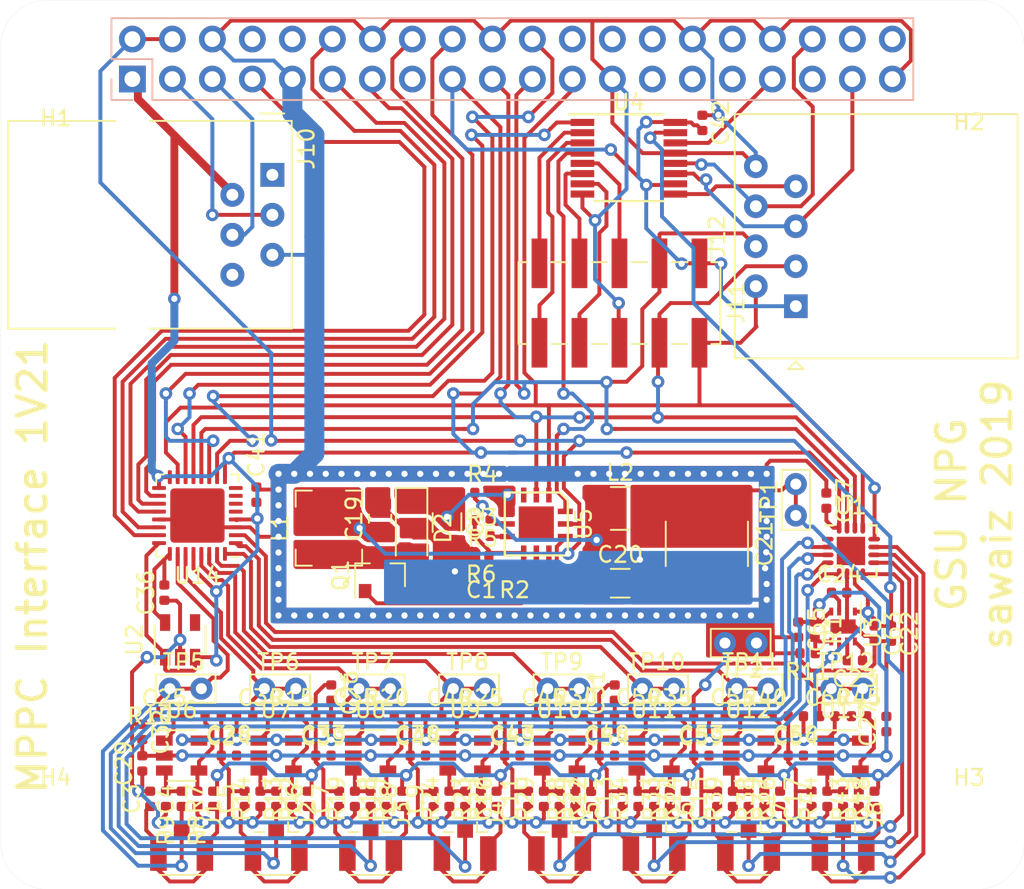
<source format=kicad_pcb>
(kicad_pcb (version 20171130) (host pcbnew "(5.1.2)-2")
  (layers (0 F.Cu signal) (31 B.Cu signal) (34 B.Paste user) (35 F.Paste user) (36 B.SilkS user) (37 F.SilkS user) (38 B.Mask user) (39 F.Mask user) (44 Edge.Cuts user))
  (net 0 "")
  (net 1 "Net-(U1-Pad1)")
  (net 2 "Net-(C2-Pad1)")
  (net 3 "Net-(D2-Pad2)")
  (net 4 "Net-(C3-Pad1)")
  (net 5 /DAC0)
  (net 6 "Net-(C5-Pad1)")
  (net 7 /DAC1)
  (net 8 "Net-(C7-Pad1)")
  (net 9 /DAC2)
  (net 10 "Net-(C9-Pad1)")
  (net 11 /DAC3)
  (net 12 "Net-(C11-Pad1)")
  (net 13 /DAC4)
  (net 14 "Net-(C13-Pad1)")
  (net 15 /DAC5)
  (net 16 "Net-(C15-Pad1)")
  (net 17 /DAC6)
  (net 18 "Net-(C17-Pad1)")
  (net 19 /DAC7)
  (net 20 GND)
  (net 21 +5V)
  (net 22 "Net-(R3-Pad2)")
  (net 23 "Net-(R3-Pad1)")
  (net 24 "Net-(R2-Pad1)")
  (net 25 "Net-(Q1-Pad1)")
  (net 26 "Net-(C1-Pad1)")
  (net 27 "Net-(C4-Pad1)")
  (net 28 "Net-(C6-Pad1)")
  (net 29 "Net-(C8-Pad1)")
  (net 30 "Net-(C10-Pad1)")
  (net 31 "Net-(C12-Pad1)")
  (net 32 "Net-(C14-Pad1)")
  (net 33 "Net-(C16-Pad1)")
  (net 34 "Net-(C18-Pad1)")
  (net 35 /HV)
  (net 36 "Net-(R10-Pad2)")
  (net 37 "Net-(R13-Pad2)")
  (net 38 "Net-(R18-Pad2)")
  (net 39 "Net-(R23-Pad2)")
  (net 40 "Net-(R28-Pad2)")
  (net 41 "Net-(R33-Pad2)")
  (net 42 "Net-(R38-Pad2)")
  (net 43 "Net-(R43-Pad2)")
  (net 44 +3V3)
  (net 45 MOSI)
  (net 46 MISO)
  (net 47 SCLK)
  (net 48 "Net-(J9-Pad24)")
  (net 49 "Net-(J9-Pad26)")
  (net 50 "Net-(J9-Pad27)")
  (net 51 "Net-(J9-Pad28)")
  (net 52 "Net-(J9-Pad31)")
  (net 53 "Net-(J9-Pad32)")
  (net 54 "Net-(J9-Pad35)")
  (net 55 "Net-(J9-Pad38)")
  (net 56 "Net-(J9-Pad40)")
  (net 57 DAC_CS)
  (net 58 CH0)
  (net 59 CH1)
  (net 60 CH2)
  (net 61 CH3)
  (net 62 CH7)
  (net 63 CH6)
  (net 64 CH5)
  (net 65 CH4)
  (net 66 CL)
  (net 67 HV_CS)
  (net 68 "Net-(U14-Pad5)")
  (net 69 "Net-(U14-Pad6)")
  (net 70 "Net-(U14-Pad7)")
  (net 71 "Net-(U14-Pad8)")
  (net 72 FPGA_RST)
  (net 73 FPGA_DONE)
  (net 74 FPGA_CS)
  (net 75 +1V2)
  (net 76 "Net-(C20-Pad1)")
  (net 77 "Net-(U2-Pad4)")
  (net 78 "Net-(C23-Pad1)")
  (net 79 "Net-(C23-Pad2)")
  (net 80 SDA)
  (net 81 CLK)
  (net 82 TXD)
  (net 83 RXD)
  (net 84 GPIO17)
  (net 85 GPIO18)
  (net 86 GPIO27)
  (net 87 GPIO23)
  (net 88 "Net-(C24-Pad1)")
  (net 89 "Net-(C25-Pad2)")
  (net 90 "Net-(C30-Pad2)")
  (net 91 "Net-(C35-Pad2)")
  (net 92 "Net-(C40-Pad2)")
  (net 93 "Net-(C45-Pad2)")
  (net 94 "Net-(C50-Pad2)")
  (net 95 "Net-(C55-Pad2)")
  (net 96 "Net-(C60-Pad2)")
  (net 97 "Net-(R1-Pad2)")
  (net 98 SCL)
  (net 99 "Net-(J9-Pad15)")
  (net 100 "Net-(J9-Pad29)")
  (net 101 SPI_EX2)
  (net 102 SPI_EX1)
  (net 103 SPI_EX0)
  (net 104 SPI_EX4)
  (net 105 SPI_EX3)
  (net 106 SRCLK)
  (net 107 RCLK)
  (net 108 SRDATA)
  (net 109 -4V)
  (net 110 SR_OUT)
  (net 111 "Net-(J10-Pad6)")
  (net 112 "Net-(J10-Pad1)")
  (module Connector_RJ:RJ12_Amphenol_54601 (layer F.Cu) (at -15.24 -17.145 270)
    (fp_text reference J10 (at -1.67 -2.16 90) (layer F.SilkS))
    (fp_text value RJ14)
    (pad "" np_thru_hole circle (at 8.25 8.89 270) (size 3.25 3.25) (drill 3.25) (layers *.Cu *.Mask))
    (pad 6 thru_hole circle (at 6.35 2.54 270) (size 1.52 1.52) (drill 0.76) (layers *.Cu *.Mask) (net 111 "Net-(J10-Pad6)"))
    (pad 5 thru_hole circle (at 5.08 0 270) (size 1.52 1.52) (drill 0.76) (layers *.Cu *.Mask) (net 20 GND))
    (pad 4 thru_hole circle (at 3.81 2.54 270) (size 1.52 1.52) (drill 0.76) (layers *.Cu *.Mask) (net 98 SCL))
    (pad 3 thru_hole circle (at 2.54 0 270) (size 1.52 1.52) (drill 0.76) (layers *.Cu *.Mask) (net 80 SDA))
    (pad 2 thru_hole circle (at 1.27 2.54 270) (size 1.52 1.52) (drill 0.76) (layers *.Cu *.Mask) (net 44 +3V3))
    (pad "" np_thru_hole circle (at -1.91 8.89 270) (size 3.25 3.25) (drill 3.25) (layers *.Cu *.Mask))
    (pad 1 thru_hole rect (at 0 0 270) (size 1.52 1.52) (drill 0.76) (layers *.Cu *.Mask) (net 112 "Net-(J10-Pad1)"))
  )
  (module Connector_PinHeader_2.54mm:PinHeader_2x05_P2.54mm_Vertical_SMD (layer F.Cu) (at 6.8 -9 270)
    (fp_text reference J11 (at 0 -7.41 90) (layer F.SilkS))
    (fp_text value Conn_02x05_Counter_Clockwise)
    (pad 1 smd rect (at -2.525 -5.08 270) (size 3.15 1) (layers F.Cu F.Paste F.Mask) (net 44 +3V3))
    (pad 2 smd rect (at 2.525 -5.08 270) (size 3.15 1) (layers F.Cu F.Paste F.Mask) (net 47 SCLK))
    (pad 3 smd rect (at -2.525 -2.54 270) (size 3.15 1) (layers F.Cu F.Paste F.Mask) (net 46 MISO))
    (pad 4 smd rect (at 2.525 -2.54 270) (size 3.15 1) (layers F.Cu F.Paste F.Mask) (net 45 MOSI))
    (pad 5 smd rect (at -2.525 0 270) (size 3.15 1) (layers F.Cu F.Paste F.Mask) (net 103 SPI_EX0))
    (pad 6 smd rect (at 2.525 0 270) (size 3.15 1) (layers F.Cu F.Paste F.Mask) (net 20 GND))
    (pad 7 smd rect (at -2.525 2.54 270) (size 3.15 1) (layers F.Cu F.Paste F.Mask) (net 102 SPI_EX1))
    (pad 8 smd rect (at 2.525 2.54 270) (size 3.15 1) (layers F.Cu F.Paste F.Mask) (net 101 SPI_EX2))
    (pad 9 smd rect (at -2.525 5.08 270) (size 3.15 1) (layers F.Cu F.Paste F.Mask) (net 105 SPI_EX3))
    (pad 10 smd rect (at 2.525 5.08 270) (size 3.15 1) (layers F.Cu F.Paste F.Mask) (net 104 SPI_EX4))
  )
  (module Package_SO:TSSOP-16_4.4x5mm_P0.65mm (layer F.Cu) (at 7.4 -18.2)
    (fp_text reference U4 (at 0 -3.55) (layer F.SilkS))
    (fp_text value 74HC595)
    (pad 1 smd rect (at -2.95 -2.275) (size 1.5 0.45) (layers F.Cu F.Paste F.Mask) (net 74 FPGA_CS))
    (pad 2 smd rect (at -2.95 -1.625) (size 1.5 0.45) (layers F.Cu F.Paste F.Mask) (net 105 SPI_EX3))
    (pad 3 smd rect (at -2.95 -0.975) (size 1.5 0.45) (layers F.Cu F.Paste F.Mask) (net 104 SPI_EX4))
    (pad 4 smd rect (at -2.95 -0.325) (size 1.5 0.45) (layers F.Cu F.Paste F.Mask) (net 67 HV_CS))
    (pad 5 smd rect (at -2.95 0.325) (size 1.5 0.45) (layers F.Cu F.Paste F.Mask) (net 103 SPI_EX0))
    (pad 6 smd rect (at -2.95 0.975) (size 1.5 0.45) (layers F.Cu F.Paste F.Mask) (net 102 SPI_EX1))
    (pad 7 smd rect (at -2.95 1.625) (size 1.5 0.45) (layers F.Cu F.Paste F.Mask) (net 101 SPI_EX2))
    (pad 8 smd rect (at -2.95 2.275) (size 1.5 0.45) (layers F.Cu F.Paste F.Mask) (net 20 GND))
    (pad 9 smd rect (at 2.95 2.275) (size 1.5 0.45) (layers F.Cu F.Paste F.Mask) (net 110 SR_OUT))
    (pad 10 smd rect (at 2.95 1.625) (size 1.5 0.45) (layers F.Cu F.Paste F.Mask) (net 44 +3V3))
    (pad 11 smd rect (at 2.95 0.975) (size 1.5 0.45) (layers F.Cu F.Paste F.Mask) (net 106 SRCLK))
    (pad 12 smd rect (at 2.95 0.325) (size 1.5 0.45) (layers F.Cu F.Paste F.Mask) (net 107 RCLK))
    (pad 13 smd rect (at 2.95 -0.325) (size 1.5 0.45) (layers F.Cu F.Paste F.Mask) (net 20 GND))
    (pad 14 smd rect (at 2.95 -0.975) (size 1.5 0.45) (layers F.Cu F.Paste F.Mask) (net 108 SRDATA))
    (pad 15 smd rect (at 2.95 -1.625) (size 1.5 0.45) (layers F.Cu F.Paste F.Mask) (net 57 DAC_CS))
    (pad 16 smd rect (at 2.95 -2.275) (size 1.5 0.45) (layers F.Cu F.Paste F.Mask) (net 44 +3V3))
  )
  (module Diode_SMD:D_MiniMELF (layer F.Cu) (at -6.4 5.3 270)
    (fp_text reference D2 (at 0 -2 270) (layer F.SilkS))
    (fp_text value LL4148)
    (pad 1 smd rect (at -1.75 0 270) (size 1.3 1.7) (layers F.Cu F.Paste F.Mask) (net 2 "Net-(C2-Pad1)"))
    (pad 2 smd rect (at 1.75 0 270) (size 1.3 1.7) (layers F.Cu F.Paste F.Mask) (net 3 "Net-(D2-Pad2)"))
  )
  (module Connector_Coaxial:U.FL_Hirose_U.FL-R-SMT-1_Vertical (layer F.Cu) (at -21 25.5 270)
    (fp_text reference J1 (at -2 -2 270) (layer F.SilkS))
    (fp_text value Conn_Coaxial)
    (pad 2 smd rect (at 0.475 -1.475 270) (size 2.2 1.05) (layers F.Cu F.Paste F.Mask) (net 4 "Net-(C3-Pad1)"))
    (pad 1 smd rect (at -1.05 0 270) (size 1.05 1) (layers F.Cu F.Paste F.Mask) (net 5 /DAC0))
    (pad 2 smd rect (at 0.475 1.475 270) (size 2.2 1.05) (layers F.Cu F.Paste F.Mask) (net 4 "Net-(C3-Pad1)"))
  )
  (module Connector_Coaxial:U.FL_Hirose_U.FL-R-SMT-1_Vertical (layer F.Cu) (at -15 25.5 270)
    (fp_text reference J2 (at -2 -2 270) (layer F.SilkS))
    (fp_text value Conn_Coaxial)
    (pad 2 smd rect (at 0.475 -1.475 270) (size 2.2 1.05) (layers F.Cu F.Paste F.Mask) (net 6 "Net-(C5-Pad1)"))
    (pad 1 smd rect (at -1.05 0 270) (size 1.05 1) (layers F.Cu F.Paste F.Mask) (net 7 /DAC1))
    (pad 2 smd rect (at 0.475 1.475 270) (size 2.2 1.05) (layers F.Cu F.Paste F.Mask) (net 6 "Net-(C5-Pad1)"))
  )
  (module Connector_Coaxial:U.FL_Hirose_U.FL-R-SMT-1_Vertical (layer F.Cu) (at -9 25.5 270)
    (fp_text reference J3 (at -2 -2 270) (layer F.SilkS))
    (fp_text value Conn_Coaxial)
    (pad 2 smd rect (at 0.475 -1.475 270) (size 2.2 1.05) (layers F.Cu F.Paste F.Mask) (net 8 "Net-(C7-Pad1)"))
    (pad 1 smd rect (at -1.05 0 270) (size 1.05 1) (layers F.Cu F.Paste F.Mask) (net 9 /DAC2))
    (pad 2 smd rect (at 0.475 1.475 270) (size 2.2 1.05) (layers F.Cu F.Paste F.Mask) (net 8 "Net-(C7-Pad1)"))
  )
  (module Connector_Coaxial:U.FL_Hirose_U.FL-R-SMT-1_Vertical (layer F.Cu) (at -3 25.5 270)
    (fp_text reference J4 (at -2 -2 270) (layer F.SilkS))
    (fp_text value Conn_Coaxial)
    (pad 2 smd rect (at 0.475 1.475 270) (size 2.2 1.05) (layers F.Cu F.Paste F.Mask) (net 10 "Net-(C9-Pad1)"))
    (pad 1 smd rect (at -1.05 0 270) (size 1.05 1) (layers F.Cu F.Paste F.Mask) (net 11 /DAC3))
    (pad 2 smd rect (at 0.475 -1.475 270) (size 2.2 1.05) (layers F.Cu F.Paste F.Mask) (net 10 "Net-(C9-Pad1)"))
  )
  (module Connector_Coaxial:U.FL_Hirose_U.FL-R-SMT-1_Vertical (layer F.Cu) (at 3 25.5 270)
    (fp_text reference J5 (at -2 -2 270) (layer F.SilkS))
    (fp_text value Conn_Coaxial)
    (pad 2 smd rect (at 0.475 1.475 270) (size 2.2 1.05) (layers F.Cu F.Paste F.Mask) (net 12 "Net-(C11-Pad1)"))
    (pad 1 smd rect (at -1.05 0 270) (size 1.05 1) (layers F.Cu F.Paste F.Mask) (net 13 /DAC4))
    (pad 2 smd rect (at 0.475 -1.475 270) (size 2.2 1.05) (layers F.Cu F.Paste F.Mask) (net 12 "Net-(C11-Pad1)"))
  )
  (module Connector_Coaxial:U.FL_Hirose_U.FL-R-SMT-1_Vertical (layer F.Cu) (at 9 25.5 270)
    (fp_text reference J6 (at -2 -2 270) (layer F.SilkS))
    (fp_text value Conn_Coaxial)
    (pad 2 smd rect (at 0.475 1.475 270) (size 2.2 1.05) (layers F.Cu F.Paste F.Mask) (net 14 "Net-(C13-Pad1)"))
    (pad 1 smd rect (at -1.05 0 270) (size 1.05 1) (layers F.Cu F.Paste F.Mask) (net 15 /DAC5))
    (pad 2 smd rect (at 0.475 -1.475 270) (size 2.2 1.05) (layers F.Cu F.Paste F.Mask) (net 14 "Net-(C13-Pad1)"))
  )
  (module Connector_Coaxial:U.FL_Hirose_U.FL-R-SMT-1_Vertical (layer F.Cu) (at 15 25.5 270)
    (fp_text reference J7 (at -2 -2 270) (layer F.SilkS))
    (fp_text value Conn_Coaxial)
    (pad 2 smd rect (at 0.475 1.475 270) (size 2.2 1.05) (layers F.Cu F.Paste F.Mask) (net 16 "Net-(C15-Pad1)"))
    (pad 1 smd rect (at -1.05 0 270) (size 1.05 1) (layers F.Cu F.Paste F.Mask) (net 17 /DAC6))
    (pad 2 smd rect (at 0.475 -1.475 270) (size 2.2 1.05) (layers F.Cu F.Paste F.Mask) (net 16 "Net-(C15-Pad1)"))
  )
  (module Connector_Coaxial:U.FL_Hirose_U.FL-R-SMT-1_Vertical (layer F.Cu) (at 21 25.5 270)
    (fp_text reference J8 (at -2 -2 270) (layer F.SilkS))
    (fp_text value Conn_Coaxial)
    (pad 2 smd rect (at 0.475 -1.475 270) (size 2.2 1.05) (layers F.Cu F.Paste F.Mask) (net 18 "Net-(C17-Pad1)"))
    (pad 1 smd rect (at -1.05 0 270) (size 1.05 1) (layers F.Cu F.Paste F.Mask) (net 19 /DAC7))
    (pad 2 smd rect (at 0.475 1.475 270) (size 2.2 1.05) (layers F.Cu F.Paste F.Mask) (net 18 "Net-(C17-Pad1)"))
  )
  (module Resistor_SMD:R_0402_1005Metric (layer F.Cu) (at -1.9 3.05)
    (fp_text reference R4 (at 0 -1.17) (layer F.SilkS))
    (fp_text value 806R)
    (pad 1 smd roundrect (at -0.485 0) (size 0.59 0.64) (layers F.Cu F.Paste F.Mask) (net 76 "Net-(C20-Pad1)"))
    (pad 2 smd roundrect (at 0.485 0) (size 0.59 0.64) (layers F.Cu F.Paste F.Mask) (net 2 "Net-(C2-Pad1)"))
  )
  (module tqfn-12:TQFN-12 (layer F.Cu) (at 1.520862 5.03573 270)
    (fp_text reference U5 (at 0 -3 270) (layer F.SilkS))
    (fp_text value MAX1932)
    (pad 1 smd rect (at -1.84 -0.8) (size 0.35 0.95) (layers F.Cu F.Paste F.Mask) (net 47 SCLK))
    (pad 2 smd rect (at -1.84 0) (size 0.35 0.95) (layers F.Cu F.Paste F.Mask) (net 45 MOSI))
    (pad 3 smd rect (at -1.84 0.8) (size 0.35 0.95) (layers F.Cu F.Paste F.Mask) (net 66 CL))
    (pad 4 smd rect (at -0.8 1.84 270) (size 0.35 0.95) (layers F.Cu F.Paste F.Mask) (net 2 "Net-(C2-Pad1)"))
    (pad 5 smd rect (at 0 1.84 270) (size 0.35 0.95) (layers F.Cu F.Paste F.Mask) (net 76 "Net-(C20-Pad1)"))
    (pad 6 smd rect (at 0.8 1.84 270) (size 0.35 0.95) (layers F.Cu F.Paste F.Mask) (net 22 "Net-(R3-Pad2)"))
    (pad 7 smd rect (at 1.84 0.8) (size 0.35 0.95) (layers F.Cu F.Paste F.Mask) (net 23 "Net-(R3-Pad1)"))
    (pad 8 smd rect (at 1.84 0) (size 0.35 0.95) (layers F.Cu F.Paste F.Mask) (net 24 "Net-(R2-Pad1)"))
    (pad 9 smd rect (at 1.84 -0.8) (size 0.35 0.95) (layers F.Cu F.Paste F.Mask) (net 20 GND))
    (pad 10 smd rect (at 0.8 -1.84 270) (size 0.35 0.95) (layers F.Cu F.Paste F.Mask) (net 25 "Net-(Q1-Pad1)"))
    (pad 11 smd rect (at 0 -1.84 270) (size 0.35 0.95) (layers F.Cu F.Paste F.Mask) (net 21 +5V))
    (pad 12 smd rect (at -0.8 -1.84 270) (size 0.35 0.95) (layers F.Cu F.Paste F.Mask) (net 67 HV_CS))
    (pad 13 smd rect (at 0 0 270) (size 2.23 2.23) (layers F.Cu F.Paste F.Mask))
  )
  (module Capacitor_SMD:C_0402_1005Metric (layer F.Cu) (at -1.979138 8.056055 180)
    (fp_text reference C1 (at 0 -1.17 180) (layer F.SilkS))
    (fp_text value 0u22)
    (pad 1 smd roundrect (at -0.485 0 180) (size 0.59 0.64) (layers F.Cu F.Paste F.Mask) (net 26 "Net-(C1-Pad1)"))
    (pad 2 smd roundrect (at 0.485 0 180) (size 0.59 0.64) (layers F.Cu F.Paste F.Mask) (net 20 GND))
  )
  (module Capacitor_SMD:C_0402_1005Metric (layer F.Cu) (at -23 22.5 90)
    (fp_text reference C3 (at 0 -1.17 90) (layer F.SilkS))
    (fp_text value 47n)
    (pad 2 smd roundrect (at 0.485 0 90) (size 0.59 0.64) (layers F.Cu F.Paste F.Mask) (net 20 GND))
    (pad 1 smd roundrect (at -0.485 0 90) (size 0.59 0.64) (layers F.Cu F.Paste F.Mask) (net 4 "Net-(C3-Pad1)"))
  )
  (module Capacitor_SMD:C_0402_1005Metric (layer F.Cu) (at -21 22.5 270)
    (fp_text reference C4 (at 0.03 1 270) (layer F.SilkS))
    (fp_text value 1u)
    (pad 2 smd roundrect (at 0.485 0 270) (size 0.59 0.64) (layers F.Cu F.Paste F.Mask) (net 5 /DAC0))
    (pad 1 smd roundrect (at -0.485 0 270) (size 0.59 0.64) (layers F.Cu F.Paste F.Mask) (net 27 "Net-(C4-Pad1)"))
  )
  (module Capacitor_SMD:C_0402_1005Metric (layer F.Cu) (at -17 22.5 90)
    (fp_text reference C5 (at 0 -1.17 90) (layer F.SilkS))
    (fp_text value 47n)
    (pad 2 smd roundrect (at 0.485 0 90) (size 0.59 0.64) (layers F.Cu F.Paste F.Mask) (net 20 GND))
    (pad 1 smd roundrect (at -0.485 0 90) (size 0.59 0.64) (layers F.Cu F.Paste F.Mask) (net 6 "Net-(C5-Pad1)"))
  )
  (module Capacitor_SMD:C_0402_1005Metric (layer F.Cu) (at -15 22.5 270)
    (fp_text reference C6 (at 0 -1.17 270) (layer F.SilkS))
    (fp_text value 1u)
    (pad 1 smd roundrect (at -0.485 0 270) (size 0.59 0.64) (layers F.Cu F.Paste F.Mask) (net 28 "Net-(C6-Pad1)"))
    (pad 2 smd roundrect (at 0.485 0 270) (size 0.59 0.64) (layers F.Cu F.Paste F.Mask) (net 7 /DAC1))
  )
  (module Capacitor_SMD:C_0402_1005Metric (layer F.Cu) (at -11 22.5 90)
    (fp_text reference C7 (at 0 -1.17 90) (layer F.SilkS))
    (fp_text value 47n)
    (pad 2 smd roundrect (at 0.485 0 90) (size 0.59 0.64) (layers F.Cu F.Paste F.Mask) (net 20 GND))
    (pad 1 smd roundrect (at -0.485 0 90) (size 0.59 0.64) (layers F.Cu F.Paste F.Mask) (net 8 "Net-(C7-Pad1)"))
  )
  (module Capacitor_SMD:C_0402_1005Metric (layer F.Cu) (at -9 22.5 270)
    (fp_text reference C8 (at 0 -1.17 270) (layer F.SilkS))
    (fp_text value 1u)
    (pad 1 smd roundrect (at -0.485 0 270) (size 0.59 0.64) (layers F.Cu F.Paste F.Mask) (net 29 "Net-(C8-Pad1)"))
    (pad 2 smd roundrect (at 0.485 0 270) (size 0.59 0.64) (layers F.Cu F.Paste F.Mask) (net 9 /DAC2))
  )
  (module Capacitor_SMD:C_0402_1005Metric (layer F.Cu) (at -5 22.515 90)
    (fp_text reference C9 (at 0 -1.17 90) (layer F.SilkS))
    (fp_text value 47n)
    (pad 2 smd roundrect (at 0.485 0 90) (size 0.59 0.64) (layers F.Cu F.Paste F.Mask) (net 20 GND))
    (pad 1 smd roundrect (at -0.485 0 90) (size 0.59 0.64) (layers F.Cu F.Paste F.Mask) (net 10 "Net-(C9-Pad1)"))
  )
  (module Capacitor_SMD:C_0402_1005Metric (layer F.Cu) (at -3 22.5 270)
    (fp_text reference C10 (at 0 -1.17 270) (layer F.SilkS))
    (fp_text value 1u)
    (pad 1 smd roundrect (at -0.485 0 270) (size 0.59 0.64) (layers F.Cu F.Paste F.Mask) (net 30 "Net-(C10-Pad1)"))
    (pad 2 smd roundrect (at 0.485 0 270) (size 0.59 0.64) (layers F.Cu F.Paste F.Mask) (net 11 /DAC3))
  )
  (module Capacitor_SMD:C_0402_1005Metric (layer F.Cu) (at 1 22.5 90)
    (fp_text reference C11 (at 0 -1.17 90) (layer F.SilkS))
    (fp_text value 47n)
    (pad 1 smd roundrect (at -0.485 0 90) (size 0.59 0.64) (layers F.Cu F.Paste F.Mask) (net 12 "Net-(C11-Pad1)"))
    (pad 2 smd roundrect (at 0.485 0 90) (size 0.59 0.64) (layers F.Cu F.Paste F.Mask) (net 20 GND))
  )
  (module Capacitor_SMD:C_0402_1005Metric (layer F.Cu) (at 3 22.5 270)
    (fp_text reference C12 (at 0 -1.17 270) (layer F.SilkS))
    (fp_text value 1u)
    (pad 2 smd roundrect (at 0.485 0 270) (size 0.59 0.64) (layers F.Cu F.Paste F.Mask) (net 13 /DAC4))
    (pad 1 smd roundrect (at -0.485 0 270) (size 0.59 0.64) (layers F.Cu F.Paste F.Mask) (net 31 "Net-(C12-Pad1)"))
  )
  (module Capacitor_SMD:C_0402_1005Metric (layer F.Cu) (at 7 22.5 90)
    (fp_text reference C13 (at 0 -1.17 90) (layer F.SilkS))
    (fp_text value 47n)
    (pad 1 smd roundrect (at -0.485 0 90) (size 0.59 0.64) (layers F.Cu F.Paste F.Mask) (net 14 "Net-(C13-Pad1)"))
    (pad 2 smd roundrect (at 0.485 0 90) (size 0.59 0.64) (layers F.Cu F.Paste F.Mask) (net 20 GND))
  )
  (module Capacitor_SMD:C_0402_1005Metric (layer F.Cu) (at 9 22.5 270)
    (fp_text reference C14 (at 0 -1.17 270) (layer F.SilkS))
    (fp_text value 1u)
    (pad 2 smd roundrect (at 0.485 0 270) (size 0.59 0.64) (layers F.Cu F.Paste F.Mask) (net 15 /DAC5))
    (pad 1 smd roundrect (at -0.485 0 270) (size 0.59 0.64) (layers F.Cu F.Paste F.Mask) (net 32 "Net-(C14-Pad1)"))
  )
  (module Capacitor_SMD:C_0402_1005Metric (layer F.Cu) (at 13 22.5 90)
    (fp_text reference C15 (at 0 -1.17 90) (layer F.SilkS))
    (fp_text value 47n)
    (pad 2 smd roundrect (at 0.485 0 90) (size 0.59 0.64) (layers F.Cu F.Paste F.Mask) (net 20 GND))
    (pad 1 smd roundrect (at -0.485 0 90) (size 0.59 0.64) (layers F.Cu F.Paste F.Mask) (net 16 "Net-(C15-Pad1)"))
  )
  (module Capacitor_SMD:C_0402_1005Metric (layer F.Cu) (at 15 22.5 270)
    (fp_text reference C16 (at 0 -1.17 270) (layer F.SilkS))
    (fp_text value 1u)
    (pad 1 smd roundrect (at -0.485 0 270) (size 0.59 0.64) (layers F.Cu F.Paste F.Mask) (net 33 "Net-(C16-Pad1)"))
    (pad 2 smd roundrect (at 0.485 0 270) (size 0.59 0.64) (layers F.Cu F.Paste F.Mask) (net 17 /DAC6))
  )
  (module Capacitor_SMD:C_0402_1005Metric (layer F.Cu) (at 19 22.5 90)
    (fp_text reference C17 (at 0 -1.17 90) (layer F.SilkS))
    (fp_text value 47n)
    (pad 1 smd roundrect (at -0.485 0 90) (size 0.59 0.64) (layers F.Cu F.Paste F.Mask) (net 18 "Net-(C17-Pad1)"))
    (pad 2 smd roundrect (at 0.485 0 90) (size 0.59 0.64) (layers F.Cu F.Paste F.Mask) (net 20 GND))
  )
  (module Capacitor_SMD:C_0402_1005Metric (layer F.Cu) (at 21 22.5 270)
    (fp_text reference C18 (at 0 -1.17 270) (layer F.SilkS))
    (fp_text value 1u)
    (pad 2 smd roundrect (at 0.485 0 270) (size 0.59 0.64) (layers F.Cu F.Paste F.Mask) (net 19 /DAC7))
    (pad 1 smd roundrect (at -0.485 0 270) (size 0.59 0.64) (layers F.Cu F.Paste F.Mask) (net 34 "Net-(C18-Pad1)"))
  )
  (module Resistor_SMD:R_0402_1005Metric (layer F.Cu) (at 0.139972 8.056055 180)
    (fp_text reference R2 (at 0 -1.17 180) (layer F.SilkS))
    (fp_text value 20R)
    (pad 2 smd roundrect (at 0.485 0 180) (size 0.59 0.64) (layers F.Cu F.Paste F.Mask) (net 26 "Net-(C1-Pad1)"))
    (pad 1 smd roundrect (at -0.485 0 180) (size 0.59 0.64) (layers F.Cu F.Paste F.Mask) (net 24 "Net-(R2-Pad1)"))
  )
  (module Resistor_SMD:R_0402_1005Metric (layer F.Cu) (at -1.9 5.8)
    (fp_text reference R3 (at 0 -1.17) (layer F.SilkS))
    (fp_text value 2K49)
    (pad 1 smd roundrect (at -0.485 0) (size 0.59 0.64) (layers F.Cu F.Paste F.Mask) (net 23 "Net-(R3-Pad1)"))
    (pad 2 smd roundrect (at 0.485 0) (size 0.59 0.64) (layers F.Cu F.Paste F.Mask) (net 22 "Net-(R3-Pad2)"))
  )
  (module Resistor_SMD:R_0402_1005Metric (layer F.Cu) (at -1.9 4.8 180)
    (fp_text reference R5 (at 0 -1.17 180) (layer F.SilkS))
    (fp_text value 100K)
    (pad 1 smd roundrect (at -0.485 0 180) (size 0.59 0.64) (layers F.Cu F.Paste F.Mask) (net 76 "Net-(C20-Pad1)"))
    (pad 2 smd roundrect (at 0.485 0 180) (size 0.59 0.64) (layers F.Cu F.Paste F.Mask) (net 23 "Net-(R3-Pad1)"))
  )
  (module Resistor_SMD:R_0402_1005Metric (layer F.Cu) (at -1.979138 7.056055 180)
    (fp_text reference R6 (at 0 -1.17 180) (layer F.SilkS))
    (fp_text value 2K37)
    (pad 1 smd roundrect (at -0.485 0 180) (size 0.59 0.64) (layers F.Cu F.Paste F.Mask) (net 23 "Net-(R3-Pad1)"))
    (pad 2 smd roundrect (at 0.485 0 180) (size 0.59 0.64) (layers F.Cu F.Paste F.Mask) (net 20 GND))
  )
  (module Resistor_SMD:R_0402_1005Metric (layer F.Cu) (at -19 22.5 90)
    (fp_text reference R7 (at 0 -1.17 90) (layer F.SilkS))
    (fp_text value 1K)
    (pad 2 smd roundrect (at 0.485 0 90) (size 0.59 0.64) (layers F.Cu F.Paste F.Mask) (net 35 /HV))
    (pad 1 smd roundrect (at -0.485 0 90) (size 0.59 0.64) (layers F.Cu F.Paste F.Mask) (net 4 "Net-(C3-Pad1)"))
  )
  (module Resistor_SMD:R_0402_1005Metric (layer F.Cu) (at -20 22.5 90)
    (fp_text reference R8 (at -2 0 90) (layer F.SilkS))
    (fp_text value 49R9)
    (pad 2 smd roundrect (at 0.485 0 90) (size 0.59 0.64) (layers F.Cu F.Paste F.Mask) (net 36 "Net-(R10-Pad2)"))
    (pad 1 smd roundrect (at -0.485 0 90) (size 0.59 0.64) (layers F.Cu F.Paste F.Mask) (net 20 GND))
  )
  (module Resistor_SMD:R_0402_1005Metric (layer F.Cu) (at -22 22.5 90)
    (fp_text reference R9 (at -2 0 90) (layer F.SilkS))
    (fp_text value 49R9)
    (pad 1 smd roundrect (at -0.485 0 90) (size 0.59 0.64) (layers F.Cu F.Paste F.Mask) (net 20 GND))
    (pad 2 smd roundrect (at 0.485 0 90) (size 0.59 0.64) (layers F.Cu F.Paste F.Mask) (net 27 "Net-(C4-Pad1)"))
  )
  (module Resistor_SMD:R_0402_1005Metric (layer F.Cu) (at -20 17.25)
    (fp_text reference R10 (at -3 0) (layer F.SilkS))
    (fp_text value 20K)
    (pad 1 smd roundrect (at -0.485 0) (size 0.59 0.64) (layers F.Cu F.Paste F.Mask) (net 89 "Net-(C25-Pad2)"))
    (pad 2 smd roundrect (at 0.485 0) (size 0.59 0.64) (layers F.Cu F.Paste F.Mask) (net 36 "Net-(R10-Pad2)"))
  )
  (module Resistor_SMD:R_0402_1005Metric (layer F.Cu) (at -13 22.5 90)
    (fp_text reference R12 (at 0 -1.17 90) (layer F.SilkS))
    (fp_text value 1K)
    (pad 2 smd roundrect (at 0.485 0 90) (size 0.59 0.64) (layers F.Cu F.Paste F.Mask) (net 35 /HV))
    (pad 1 smd roundrect (at -0.485 0 90) (size 0.59 0.64) (layers F.Cu F.Paste F.Mask) (net 6 "Net-(C5-Pad1)"))
  )
  (module Resistor_SMD:R_0402_1005Metric (layer F.Cu) (at -14 22.5 90)
    (fp_text reference R13 (at 0 -1.17 90) (layer F.SilkS))
    (fp_text value 49R9)
    (pad 2 smd roundrect (at 0.485 0 90) (size 0.59 0.64) (layers F.Cu F.Paste F.Mask) (net 37 "Net-(R13-Pad2)"))
    (pad 1 smd roundrect (at -0.485 0 90) (size 0.59 0.64) (layers F.Cu F.Paste F.Mask) (net 20 GND))
  )
  (module Resistor_SMD:R_0402_1005Metric (layer F.Cu) (at -16 22.5 90)
    (fp_text reference R14 (at 0 -1.17 90) (layer F.SilkS))
    (fp_text value 49R9)
    (pad 1 smd roundrect (at -0.485 0 90) (size 0.59 0.64) (layers F.Cu F.Paste F.Mask) (net 20 GND))
    (pad 2 smd roundrect (at 0.485 0 90) (size 0.59 0.64) (layers F.Cu F.Paste F.Mask) (net 28 "Net-(C6-Pad1)"))
  )
  (module Resistor_SMD:R_0402_1005Metric (layer F.Cu) (at -13.985 17.25)
    (fp_text reference R15 (at 0 -1.17) (layer F.SilkS))
    (fp_text value 20K)
    (pad 2 smd roundrect (at 0.485 0) (size 0.59 0.64) (layers F.Cu F.Paste F.Mask) (net 37 "Net-(R13-Pad2)"))
    (pad 1 smd roundrect (at -0.485 0) (size 0.59 0.64) (layers F.Cu F.Paste F.Mask) (net 90 "Net-(C30-Pad2)"))
  )
  (module Resistor_SMD:R_0402_1005Metric (layer F.Cu) (at -7 22.5 90)
    (fp_text reference R17 (at 0 -1.17 90) (layer F.SilkS))
    (fp_text value 1K)
    (pad 2 smd roundrect (at 0.485 0 90) (size 0.59 0.64) (layers F.Cu F.Paste F.Mask) (net 35 /HV))
    (pad 1 smd roundrect (at -0.485 0 90) (size 0.59 0.64) (layers F.Cu F.Paste F.Mask) (net 8 "Net-(C7-Pad1)"))
  )
  (module Resistor_SMD:R_0402_1005Metric (layer F.Cu) (at -8 22.5 90)
    (fp_text reference R18 (at 0 -1.17 90) (layer F.SilkS))
    (fp_text value 49R9)
    (pad 1 smd roundrect (at -0.485 0 90) (size 0.59 0.64) (layers F.Cu F.Paste F.Mask) (net 20 GND))
    (pad 2 smd roundrect (at 0.485 0 90) (size 0.59 0.64) (layers F.Cu F.Paste F.Mask) (net 38 "Net-(R18-Pad2)"))
  )
  (module Resistor_SMD:R_0402_1005Metric (layer F.Cu) (at -10 22.5 90)
    (fp_text reference R19 (at 0 -1.17 90) (layer F.SilkS))
    (fp_text value 49R9)
    (pad 2 smd roundrect (at 0.485 0 90) (size 0.59 0.64) (layers F.Cu F.Paste F.Mask) (net 29 "Net-(C8-Pad1)"))
    (pad 1 smd roundrect (at -0.485 0 90) (size 0.59 0.64) (layers F.Cu F.Paste F.Mask) (net 20 GND))
  )
  (module Resistor_SMD:R_0402_1005Metric (layer F.Cu) (at -7.985 17.25)
    (fp_text reference R20 (at 0 -1.17) (layer F.SilkS))
    (fp_text value 20K)
    (pad 2 smd roundrect (at 0.485 0) (size 0.59 0.64) (layers F.Cu F.Paste F.Mask) (net 38 "Net-(R18-Pad2)"))
    (pad 1 smd roundrect (at -0.485 0) (size 0.59 0.64) (layers F.Cu F.Paste F.Mask) (net 91 "Net-(C35-Pad2)"))
  )
  (module Resistor_SMD:R_0402_1005Metric (layer F.Cu) (at -1 22.5 90)
    (fp_text reference R22 (at 0 -1.17 90) (layer F.SilkS))
    (fp_text value 1K)
    (pad 2 smd roundrect (at 0.485 0 90) (size 0.59 0.64) (layers F.Cu F.Paste F.Mask) (net 35 /HV))
    (pad 1 smd roundrect (at -0.485 0 90) (size 0.59 0.64) (layers F.Cu F.Paste F.Mask) (net 10 "Net-(C9-Pad1)"))
  )
  (module Resistor_SMD:R_0402_1005Metric (layer F.Cu) (at -2 22.5 90)
    (fp_text reference R23 (at 0 -1.17 90) (layer F.SilkS))
    (fp_text value 49R9)
    (pad 2 smd roundrect (at 0.485 0 90) (size 0.59 0.64) (layers F.Cu F.Paste F.Mask) (net 39 "Net-(R23-Pad2)"))
    (pad 1 smd roundrect (at -0.485 0 90) (size 0.59 0.64) (layers F.Cu F.Paste F.Mask) (net 20 GND))
  )
  (module Resistor_SMD:R_0402_1005Metric (layer F.Cu) (at -4 22.5 90)
    (fp_text reference R24 (at 0 -1.17 90) (layer F.SilkS))
    (fp_text value 49R9)
    (pad 1 smd roundrect (at -0.485 0 90) (size 0.59 0.64) (layers F.Cu F.Paste F.Mask) (net 20 GND))
    (pad 2 smd roundrect (at 0.485 0 90) (size 0.59 0.64) (layers F.Cu F.Paste F.Mask) (net 30 "Net-(C10-Pad1)"))
  )
  (module Resistor_SMD:R_0402_1005Metric (layer F.Cu) (at -1.985 17.25)
    (fp_text reference R25 (at 0 -1.17) (layer F.SilkS))
    (fp_text value 20K)
    (pad 1 smd roundrect (at -0.485 0) (size 0.59 0.64) (layers F.Cu F.Paste F.Mask) (net 92 "Net-(C40-Pad2)"))
    (pad 2 smd roundrect (at 0.485 0) (size 0.59 0.64) (layers F.Cu F.Paste F.Mask) (net 39 "Net-(R23-Pad2)"))
  )
  (module Resistor_SMD:R_0402_1005Metric (layer F.Cu) (at 5 22.515 90)
    (fp_text reference R27 (at 0 -1.17 90) (layer F.SilkS))
    (fp_text value 1K)
    (pad 1 smd roundrect (at -0.485 0 90) (size 0.59 0.64) (layers F.Cu F.Paste F.Mask) (net 12 "Net-(C11-Pad1)"))
    (pad 2 smd roundrect (at 0.485 0 90) (size 0.59 0.64) (layers F.Cu F.Paste F.Mask) (net 35 /HV))
  )
  (module Resistor_SMD:R_0402_1005Metric (layer F.Cu) (at 4 22.5 90)
    (fp_text reference R28 (at 0 -1.17 90) (layer F.SilkS))
    (fp_text value 49R9)
    (pad 1 smd roundrect (at -0.485 0 90) (size 0.59 0.64) (layers F.Cu F.Paste F.Mask) (net 20 GND))
    (pad 2 smd roundrect (at 0.485 0 90) (size 0.59 0.64) (layers F.Cu F.Paste F.Mask) (net 40 "Net-(R28-Pad2)"))
  )
  (module Resistor_SMD:R_0402_1005Metric (layer F.Cu) (at 2 22.5 90)
    (fp_text reference R29 (at 0 -1.17 90) (layer F.SilkS))
    (fp_text value 49R9)
    (pad 1 smd roundrect (at -0.485 0 90) (size 0.59 0.64) (layers F.Cu F.Paste F.Mask) (net 20 GND))
    (pad 2 smd roundrect (at 0.485 0 90) (size 0.59 0.64) (layers F.Cu F.Paste F.Mask) (net 31 "Net-(C12-Pad1)"))
  )
  (module Resistor_SMD:R_0402_1005Metric (layer F.Cu) (at 4.015 17.25)
    (fp_text reference R30 (at 0 -1.17) (layer F.SilkS))
    (fp_text value 20K)
    (pad 2 smd roundrect (at 0.485 0) (size 0.59 0.64) (layers F.Cu F.Paste F.Mask) (net 40 "Net-(R28-Pad2)"))
    (pad 1 smd roundrect (at -0.485 0) (size 0.59 0.64) (layers F.Cu F.Paste F.Mask) (net 93 "Net-(C45-Pad2)"))
  )
  (module Resistor_SMD:R_0402_1005Metric (layer F.Cu) (at 11 22.5 90)
    (fp_text reference R32 (at 0 -1.17 90) (layer F.SilkS))
    (fp_text value 1K)
    (pad 1 smd roundrect (at -0.485 0 90) (size 0.59 0.64) (layers F.Cu F.Paste F.Mask) (net 14 "Net-(C13-Pad1)"))
    (pad 2 smd roundrect (at 0.485 0 90) (size 0.59 0.64) (layers F.Cu F.Paste F.Mask) (net 35 /HV))
  )
  (module Resistor_SMD:R_0402_1005Metric (layer F.Cu) (at 10 22.5 90)
    (fp_text reference R33 (at 0 -1.17 90) (layer F.SilkS))
    (fp_text value 49R9)
    (pad 2 smd roundrect (at 0.485 0 90) (size 0.59 0.64) (layers F.Cu F.Paste F.Mask) (net 41 "Net-(R33-Pad2)"))
    (pad 1 smd roundrect (at -0.485 0 90) (size 0.59 0.64) (layers F.Cu F.Paste F.Mask) (net 20 GND))
  )
  (module Resistor_SMD:R_0402_1005Metric (layer F.Cu) (at 8 22.5 90)
    (fp_text reference R34 (at 0 -1.17 90) (layer F.SilkS))
    (fp_text value 49R9)
    (pad 1 smd roundrect (at -0.485 0 90) (size 0.59 0.64) (layers F.Cu F.Paste F.Mask) (net 20 GND))
    (pad 2 smd roundrect (at 0.485 0 90) (size 0.59 0.64) (layers F.Cu F.Paste F.Mask) (net 32 "Net-(C14-Pad1)"))
  )
  (module Resistor_SMD:R_0402_1005Metric (layer F.Cu) (at 10.015 17.25)
    (fp_text reference R35 (at 0 -1.17) (layer F.SilkS))
    (fp_text value 20K)
    (pad 1 smd roundrect (at -0.485 0) (size 0.59 0.64) (layers F.Cu F.Paste F.Mask) (net 94 "Net-(C50-Pad2)"))
    (pad 2 smd roundrect (at 0.485 0) (size 0.59 0.64) (layers F.Cu F.Paste F.Mask) (net 41 "Net-(R33-Pad2)"))
  )
  (module Resistor_SMD:R_0402_1005Metric (layer F.Cu) (at 17 22.5 90)
    (fp_text reference R37 (at 0 -1.17 90) (layer F.SilkS))
    (fp_text value 1K)
    (pad 1 smd roundrect (at -0.485 0 90) (size 0.59 0.64) (layers F.Cu F.Paste F.Mask) (net 16 "Net-(C15-Pad1)"))
    (pad 2 smd roundrect (at 0.485 0 90) (size 0.59 0.64) (layers F.Cu F.Paste F.Mask) (net 35 /HV))
  )
  (module Resistor_SMD:R_0402_1005Metric (layer F.Cu) (at 16 22.5 90)
    (fp_text reference R38 (at 0 -1.17 90) (layer F.SilkS))
    (fp_text value 49R9)
    (pad 1 smd roundrect (at -0.485 0 90) (size 0.59 0.64) (layers F.Cu F.Paste F.Mask) (net 20 GND))
    (pad 2 smd roundrect (at 0.485 0 90) (size 0.59 0.64) (layers F.Cu F.Paste F.Mask) (net 42 "Net-(R38-Pad2)"))
  )
  (module Resistor_SMD:R_0402_1005Metric (layer F.Cu) (at 14 22.5 90)
    (fp_text reference R39 (at 0 -1.17 90) (layer F.SilkS))
    (fp_text value 49R9)
    (pad 2 smd roundrect (at 0.485 0 90) (size 0.59 0.64) (layers F.Cu F.Paste F.Mask) (net 33 "Net-(C16-Pad1)"))
    (pad 1 smd roundrect (at -0.485 0 90) (size 0.59 0.64) (layers F.Cu F.Paste F.Mask) (net 20 GND))
  )
  (module Resistor_SMD:R_0402_1005Metric (layer F.Cu) (at 16.015 17.25)
    (fp_text reference R40 (at 0 -1.17) (layer F.SilkS))
    (fp_text value 20K)
    (pad 1 smd roundrect (at -0.485 0) (size 0.59 0.64) (layers F.Cu F.Paste F.Mask) (net 95 "Net-(C55-Pad2)"))
    (pad 2 smd roundrect (at 0.485 0) (size 0.59 0.64) (layers F.Cu F.Paste F.Mask) (net 42 "Net-(R38-Pad2)"))
  )
  (module Resistor_SMD:R_0402_1005Metric (layer F.Cu) (at 23 22.5 90)
    (fp_text reference R42 (at 0 -1.17 90) (layer F.SilkS))
    (fp_text value 1K)
    (pad 2 smd roundrect (at 0.485 0 90) (size 0.59 0.64) (layers F.Cu F.Paste F.Mask) (net 35 /HV))
    (pad 1 smd roundrect (at -0.485 0 90) (size 0.59 0.64) (layers F.Cu F.Paste F.Mask) (net 18 "Net-(C17-Pad1)"))
  )
  (module Resistor_SMD:R_0402_1005Metric (layer F.Cu) (at 22 22.5 90)
    (fp_text reference R43 (at 0 -1.17 90) (layer F.SilkS))
    (fp_text value 49R9)
    (pad 1 smd roundrect (at -0.485 0 90) (size 0.59 0.64) (layers F.Cu F.Paste F.Mask) (net 20 GND))
    (pad 2 smd roundrect (at 0.485 0 90) (size 0.59 0.64) (layers F.Cu F.Paste F.Mask) (net 43 "Net-(R43-Pad2)"))
  )
  (module Resistor_SMD:R_0402_1005Metric (layer F.Cu) (at 20 22.5 90)
    (fp_text reference R44 (at 0 -1.17 90) (layer F.SilkS))
    (fp_text value 49R9)
    (pad 2 smd roundrect (at 0.485 0 90) (size 0.59 0.64) (layers F.Cu F.Paste F.Mask) (net 34 "Net-(C18-Pad1)"))
    (pad 1 smd roundrect (at -0.485 0 90) (size 0.59 0.64) (layers F.Cu F.Paste F.Mask) (net 20 GND))
  )
  (module Resistor_SMD:R_0402_1005Metric (layer F.Cu) (at 22.015 17.25)
    (fp_text reference R45 (at 0 -1.17) (layer F.SilkS))
    (fp_text value 20K)
    (pad 1 smd roundrect (at -0.485 0) (size 0.59 0.64) (layers F.Cu F.Paste F.Mask) (net 96 "Net-(C60-Pad2)"))
    (pad 2 smd roundrect (at 0.485 0) (size 0.59 0.64) (layers F.Cu F.Paste F.Mask) (net 43 "Net-(R43-Pad2)"))
  )
  (module Package_TO_SOT_SMD:SOT-23-5 (layer F.Cu) (at -21 19.75)
    (fp_text reference U6 (at 0 -2.9) (layer F.SilkS))
    (fp_text value OPA846)
    (pad 1 smd rect (at -1.1 -0.95) (size 1.06 0.65) (layers F.Cu F.Paste F.Mask) (net 89 "Net-(C25-Pad2)"))
    (pad 2 smd rect (at -1.1 0) (size 1.06 0.65) (layers F.Cu F.Paste F.Mask) (net 109 -4V))
    (pad 3 smd rect (at -1.1 0.95) (size 1.06 0.65) (layers F.Cu F.Paste F.Mask) (net 27 "Net-(C4-Pad1)"))
    (pad 4 smd rect (at 1.1 0.95) (size 1.06 0.65) (layers F.Cu F.Paste F.Mask) (net 36 "Net-(R10-Pad2)"))
    (pad 5 smd rect (at 1.1 -0.95) (size 1.06 0.65) (layers F.Cu F.Paste F.Mask) (net 21 +5V))
  )
  (module Package_TO_SOT_SMD:SOT-23-5 (layer F.Cu) (at -15 19.75)
    (fp_text reference U7 (at 0 -2.9) (layer F.SilkS))
    (fp_text value OPA846)
    (pad 5 smd rect (at 1.1 -0.95) (size 1.06 0.65) (layers F.Cu F.Paste F.Mask) (net 21 +5V))
    (pad 4 smd rect (at 1.1 0.95) (size 1.06 0.65) (layers F.Cu F.Paste F.Mask) (net 37 "Net-(R13-Pad2)"))
    (pad 3 smd rect (at -1.1 0.95) (size 1.06 0.65) (layers F.Cu F.Paste F.Mask) (net 28 "Net-(C6-Pad1)"))
    (pad 2 smd rect (at -1.1 0) (size 1.06 0.65) (layers F.Cu F.Paste F.Mask) (net 109 -4V))
    (pad 1 smd rect (at -1.1 -0.95) (size 1.06 0.65) (layers F.Cu F.Paste F.Mask) (net 90 "Net-(C30-Pad2)"))
  )
  (module Package_TO_SOT_SMD:SOT-23-5 (layer F.Cu) (at -9 19.75)
    (fp_text reference U8 (at 0 -2.9) (layer F.SilkS))
    (fp_text value OPA846)
    (pad 5 smd rect (at 1.1 -0.95) (size 1.06 0.65) (layers F.Cu F.Paste F.Mask) (net 21 +5V))
    (pad 4 smd rect (at 1.1 0.95) (size 1.06 0.65) (layers F.Cu F.Paste F.Mask) (net 38 "Net-(R18-Pad2)"))
    (pad 3 smd rect (at -1.1 0.95) (size 1.06 0.65) (layers F.Cu F.Paste F.Mask) (net 29 "Net-(C8-Pad1)"))
    (pad 2 smd rect (at -1.1 0) (size 1.06 0.65) (layers F.Cu F.Paste F.Mask) (net 109 -4V))
    (pad 1 smd rect (at -1.1 -0.95) (size 1.06 0.65) (layers F.Cu F.Paste F.Mask) (net 91 "Net-(C35-Pad2)"))
  )
  (module Package_TO_SOT_SMD:SOT-23-5 (layer F.Cu) (at -3 19.75)
    (fp_text reference U9 (at 0 -2.9) (layer F.SilkS))
    (fp_text value OPA846)
    (pad 5 smd rect (at 1.1 -0.95) (size 1.06 0.65) (layers F.Cu F.Paste F.Mask) (net 21 +5V))
    (pad 4 smd rect (at 1.1 0.95) (size 1.06 0.65) (layers F.Cu F.Paste F.Mask) (net 39 "Net-(R23-Pad2)"))
    (pad 3 smd rect (at -1.1 0.95) (size 1.06 0.65) (layers F.Cu F.Paste F.Mask) (net 30 "Net-(C10-Pad1)"))
    (pad 2 smd rect (at -1.1 0) (size 1.06 0.65) (layers F.Cu F.Paste F.Mask) (net 109 -4V))
    (pad 1 smd rect (at -1.1 -0.95) (size 1.06 0.65) (layers F.Cu F.Paste F.Mask) (net 92 "Net-(C40-Pad2)"))
  )
  (module Package_TO_SOT_SMD:SOT-23-5 (layer F.Cu) (at 3 19.75)
    (fp_text reference U10 (at 0 -2.9) (layer F.SilkS))
    (fp_text value OPA846)
    (pad 1 smd rect (at -1.1 -0.95) (size 1.06 0.65) (layers F.Cu F.Paste F.Mask) (net 93 "Net-(C45-Pad2)"))
    (pad 2 smd rect (at -1.1 0) (size 1.06 0.65) (layers F.Cu F.Paste F.Mask) (net 109 -4V))
    (pad 3 smd rect (at -1.1 0.95) (size 1.06 0.65) (layers F.Cu F.Paste F.Mask) (net 31 "Net-(C12-Pad1)"))
    (pad 4 smd rect (at 1.1 0.95) (size 1.06 0.65) (layers F.Cu F.Paste F.Mask) (net 40 "Net-(R28-Pad2)"))
    (pad 5 smd rect (at 1.1 -0.95) (size 1.06 0.65) (layers F.Cu F.Paste F.Mask) (net 21 +5V))
  )
  (module Package_TO_SOT_SMD:SOT-23-5 (layer F.Cu) (at 9 19.75)
    (fp_text reference U11 (at 0 -2.9) (layer F.SilkS))
    (fp_text value OPA846)
    (pad 1 smd rect (at -1.1 -0.95) (size 1.06 0.65) (layers F.Cu F.Paste F.Mask) (net 94 "Net-(C50-Pad2)"))
    (pad 2 smd rect (at -1.1 0) (size 1.06 0.65) (layers F.Cu F.Paste F.Mask) (net 109 -4V))
    (pad 3 smd rect (at -1.1 0.95) (size 1.06 0.65) (layers F.Cu F.Paste F.Mask) (net 32 "Net-(C14-Pad1)"))
    (pad 4 smd rect (at 1.1 0.95) (size 1.06 0.65) (layers F.Cu F.Paste F.Mask) (net 41 "Net-(R33-Pad2)"))
    (pad 5 smd rect (at 1.1 -0.95) (size 1.06 0.65) (layers F.Cu F.Paste F.Mask) (net 21 +5V))
  )
  (module Package_TO_SOT_SMD:SOT-23-5 (layer F.Cu) (at 15 19.75)
    (fp_text reference U12 (at 0 -2.9) (layer F.SilkS))
    (fp_text value OPA846)
    (pad 1 smd rect (at -1.1 -0.95) (size 1.06 0.65) (layers F.Cu F.Paste F.Mask) (net 95 "Net-(C55-Pad2)"))
    (pad 2 smd rect (at -1.1 0) (size 1.06 0.65) (layers F.Cu F.Paste F.Mask) (net 109 -4V))
    (pad 3 smd rect (at -1.1 0.95) (size 1.06 0.65) (layers F.Cu F.Paste F.Mask) (net 33 "Net-(C16-Pad1)"))
    (pad 4 smd rect (at 1.1 0.95) (size 1.06 0.65) (layers F.Cu F.Paste F.Mask) (net 42 "Net-(R38-Pad2)"))
    (pad 5 smd rect (at 1.1 -0.95) (size 1.06 0.65) (layers F.Cu F.Paste F.Mask) (net 21 +5V))
  )
  (module Package_TO_SOT_SMD:SOT-23-5 (layer F.Cu) (at 21 19.75)
    (fp_text reference U13 (at 0 -2.9) (layer F.SilkS))
    (fp_text value OPA846)
    (pad 5 smd rect (at 1.1 -0.95) (size 1.06 0.65) (layers F.Cu F.Paste F.Mask) (net 21 +5V))
    (pad 4 smd rect (at 1.1 0.95) (size 1.06 0.65) (layers F.Cu F.Paste F.Mask) (net 43 "Net-(R43-Pad2)"))
    (pad 3 smd rect (at -1.1 0.95) (size 1.06 0.65) (layers F.Cu F.Paste F.Mask) (net 34 "Net-(C18-Pad1)"))
    (pad 2 smd rect (at -1.1 0) (size 1.06 0.65) (layers F.Cu F.Paste F.Mask) (net 109 -4V))
    (pad 1 smd rect (at -1.1 -0.95) (size 1.06 0.65) (layers F.Cu F.Paste F.Mask) (net 96 "Net-(C60-Pad2)"))
  )
  (module MountingHole:MountingHole_2.7mm_M2.5_DIN965 (layer F.Cu) (at -29 -24.5)
    (fp_text reference H1 (at 0 3.75) (layer F.SilkS))
    (fp_text value MountingHole)
    (pad 1 np_thru_hole circle (at 0 0) (size 2.7 2.7) (drill 2.7) (layers *.Cu *.Mask))
  )
  (module MountingHole:MountingHole_2.7mm_M2.5_DIN965 (layer F.Cu) (at 29 -24.5)
    (fp_text reference H2 (at 0 4) (layer F.SilkS))
    (fp_text value MountingHole)
    (pad 1 np_thru_hole circle (at 0 0) (size 2.7 2.7) (drill 2.7) (layers *.Cu *.Mask))
  )
  (module MountingHole:MountingHole_2.7mm_M2.5_DIN965 (layer F.Cu) (at 29 24.5)
    (fp_text reference H3 (at 0 -3.35) (layer F.SilkS))
    (fp_text value MountingHole)
    (pad 1 np_thru_hole circle (at 0 0) (size 2.7 2.7) (drill 2.7) (layers *.Cu *.Mask))
  )
  (module MountingHole:MountingHole_2.7mm_M2.5_DIN965 (layer F.Cu) (at -29 24.5)
    (fp_text reference H4 (at 0 -3.35) (layer F.SilkS))
    (fp_text value MountingHole)
    (pad 1 np_thru_hole circle (at 0 0) (size 2.7 2.7) (drill 2.7) (layers *.Cu *.Mask))
  )
  (module Connector_PinSocket_2.54mm:PinSocket_2x20_P2.54mm_Vertical (layer B.Cu) (at -24.13 -23.23 270)
    (fp_text reference J9 hide)
    (fp_text value Raspberry_Pi_2_3)
    (pad 1 thru_hole rect (at 0 0 270) (size 1.7 1.7) (drill 1) (layers *.Cu *.Mask) (net 44 +3V3))
    (pad 2 thru_hole oval (at -2.54 0 270) (size 1.7 1.7) (drill 1) (layers *.Cu *.Mask) (net 21 +5V))
    (pad 3 thru_hole oval (at 0 -2.54 270) (size 1.7 1.7) (drill 1) (layers *.Cu *.Mask) (net 80 SDA))
    (pad 4 thru_hole oval (at -2.54 -2.54 270) (size 1.7 1.7) (drill 1) (layers *.Cu *.Mask) (net 21 +5V))
    (pad 5 thru_hole oval (at 0 -5.08 270) (size 1.7 1.7) (drill 1) (layers *.Cu *.Mask) (net 98 SCL))
    (pad 6 thru_hole oval (at -2.54 -5.08 270) (size 1.7 1.7) (drill 1) (layers *.Cu *.Mask) (net 20 GND))
    (pad 7 thru_hole oval (at 0 -7.62 270) (size 1.7 1.7) (drill 1) (layers *.Cu *.Mask) (net 81 CLK))
    (pad 8 thru_hole oval (at -2.54 -7.62 270) (size 1.7 1.7) (drill 1) (layers *.Cu *.Mask) (net 82 TXD))
    (pad 9 thru_hole oval (at 0 -10.16 270) (size 1.7 1.7) (drill 1) (layers *.Cu *.Mask) (net 20 GND))
    (pad 10 thru_hole oval (at -2.54 -10.16 270) (size 1.7 1.7) (drill 1) (layers *.Cu *.Mask) (net 83 RXD))
    (pad 11 thru_hole oval (at 0 -12.7 270) (size 1.7 1.7) (drill 1) (layers *.Cu *.Mask) (net 84 GPIO17))
    (pad 12 thru_hole oval (at -2.54 -12.7 270) (size 1.7 1.7) (drill 1) (layers *.Cu *.Mask) (net 85 GPIO18))
    (pad 13 thru_hole oval (at 0 -15.24 270) (size 1.7 1.7) (drill 1) (layers *.Cu *.Mask) (net 86 GPIO27))
    (pad 14 thru_hole oval (at -2.54 -15.24 270) (size 1.7 1.7) (drill 1) (layers *.Cu *.Mask) (net 20 GND))
    (pad 15 thru_hole oval (at 0 -17.78 270) (size 1.7 1.7) (drill 1) (layers *.Cu *.Mask) (net 99 "Net-(J9-Pad15)"))
    (pad 16 thru_hole oval (at -2.54 -17.78 270) (size 1.7 1.7) (drill 1) (layers *.Cu *.Mask) (net 87 GPIO23))
    (pad 17 thru_hole oval (at 0 -20.32 270) (size 1.7 1.7) (drill 1) (layers *.Cu *.Mask) (net 44 +3V3))
    (pad 18 thru_hole oval (at -2.54 -20.32 270) (size 1.7 1.7) (drill 1) (layers *.Cu *.Mask) (net 73 FPGA_DONE))
    (pad 19 thru_hole oval (at 0 -22.86 270) (size 1.7 1.7) (drill 1) (layers *.Cu *.Mask) (net 45 MOSI))
    (pad 20 thru_hole oval (at -2.54 -22.86 270) (size 1.7 1.7) (drill 1) (layers *.Cu *.Mask) (net 20 GND))
    (pad 21 thru_hole oval (at 0 -25.4 270) (size 1.7 1.7) (drill 1) (layers *.Cu *.Mask) (net 46 MISO))
    (pad 22 thru_hole oval (at -2.54 -25.4 270) (size 1.7 1.7) (drill 1) (layers *.Cu *.Mask) (net 72 FPGA_RST))
    (pad 23 thru_hole oval (at 0 -27.94 270) (size 1.7 1.7) (drill 1) (layers *.Cu *.Mask) (net 47 SCLK))
    (pad 24 thru_hole oval (at -2.54 -27.94 270) (size 1.7 1.7) (drill 1) (layers *.Cu *.Mask) (net 48 "Net-(J9-Pad24)"))
    (pad 25 thru_hole oval (at 0 -30.48 270) (size 1.7 1.7) (drill 1) (layers *.Cu *.Mask) (net 20 GND))
    (pad 26 thru_hole oval (at -2.54 -30.48 270) (size 1.7 1.7) (drill 1) (layers *.Cu *.Mask) (net 49 "Net-(J9-Pad26)"))
    (pad 27 thru_hole oval (at 0 -33.02 270) (size 1.7 1.7) (drill 1) (layers *.Cu *.Mask) (net 50 "Net-(J9-Pad27)"))
    (pad 28 thru_hole oval (at -2.54 -33.02 270) (size 1.7 1.7) (drill 1) (layers *.Cu *.Mask) (net 51 "Net-(J9-Pad28)"))
    (pad 29 thru_hole oval (at 0 -35.56 270) (size 1.7 1.7) (drill 1) (layers *.Cu *.Mask) (net 100 "Net-(J9-Pad29)"))
    (pad 30 thru_hole oval (at -2.54 -35.56 270) (size 1.7 1.7) (drill 1) (layers *.Cu *.Mask) (net 20 GND))
    (pad 31 thru_hole oval (at 0 -38.1 270) (size 1.7 1.7) (drill 1) (layers *.Cu *.Mask) (net 52 "Net-(J9-Pad31)"))
    (pad 32 thru_hole oval (at -2.54 -38.1 270) (size 1.7 1.7) (drill 1) (layers *.Cu *.Mask) (net 53 "Net-(J9-Pad32)"))
    (pad 33 thru_hole oval (at 0 -40.64 270) (size 1.7 1.7) (drill 1) (layers *.Cu *.Mask) (net 108 SRDATA))
    (pad 34 thru_hole oval (at -2.54 -40.64 270) (size 1.7 1.7) (drill 1) (layers *.Cu *.Mask) (net 20 GND))
    (pad 35 thru_hole oval (at 0 -43.18 270) (size 1.7 1.7) (drill 1) (layers *.Cu *.Mask) (net 54 "Net-(J9-Pad35)"))
    (pad 36 thru_hole oval (at -2.54 -43.18 270) (size 1.7 1.7) (drill 1) (layers *.Cu *.Mask) (net 107 RCLK))
    (pad 37 thru_hole oval (at 0 -45.72 270) (size 1.7 1.7) (drill 1) (layers *.Cu *.Mask) (net 106 SRCLK))
    (pad 38 thru_hole oval (at -2.54 -45.72 270) (size 1.7 1.7) (drill 1) (layers *.Cu *.Mask) (net 55 "Net-(J9-Pad38)"))
    (pad 39 thru_hole oval (at 0 -48.26 270) (size 1.7 1.7) (drill 1) (layers *.Cu *.Mask) (net 20 GND))
    (pad 40 thru_hole oval (at -2.54 -48.26 270) (size 1.7 1.7) (drill 1) (layers *.Cu *.Mask) (net 56 "Net-(J9-Pad40)"))
  )
  (module Package_DFN_QFN:QFN-32-1EP_5x5mm_P0.5mm_EP3.45x3.45mm (layer F.Cu) (at -20 4.5 180)
    (fp_text reference U14 (at 0 -3.82 180) (layer F.SilkS))
    (fp_text value ICE40-LP384-SG32)
    (pad 33 smd roundrect (at 0 0 180) (size 3.45 3.45) (layers F.Cu F.Mask) (roundrect_rratio 0.072464) (net 20 GND))
    (pad 1 smd roundrect (at -2.4375 -1.75 180) (size 0.875 0.25) (layers F.Cu F.Paste F.Mask) (net 63 CH6))
    (pad 2 smd roundrect (at -2.4375 -1.25 180) (size 0.875 0.25) (layers F.Cu F.Paste F.Mask) (net 62 CH7))
    (pad 3 smd roundrect (at -2.4375 -0.75 180) (size 0.875 0.25) (layers F.Cu F.Paste F.Mask) (net 20 GND))
    (pad 4 smd roundrect (at -2.4375 -0.25 180) (size 0.875 0.25) (layers F.Cu F.Paste F.Mask) (net 44 +3V3))
    (pad 5 smd roundrect (at -2.4375 0.25 180) (size 0.875 0.25) (layers F.Cu F.Paste F.Mask) (net 68 "Net-(U14-Pad5)"))
    (pad 6 smd roundrect (at -2.4375 0.75 180) (size 0.875 0.25) (layers F.Cu F.Paste F.Mask) (net 69 "Net-(U14-Pad6)"))
    (pad 7 smd roundrect (at -2.4375 1.25 180) (size 0.875 0.25) (layers F.Cu F.Paste F.Mask) (net 70 "Net-(U14-Pad7)"))
    (pad 8 smd roundrect (at -2.4375 1.75 180) (size 0.875 0.25) (layers F.Cu F.Paste F.Mask) (net 71 "Net-(U14-Pad8)"))
    (pad 9 smd roundrect (at -1.75 2.4375 180) (size 0.25 0.875) (layers F.Cu F.Paste F.Mask) (net 44 +3V3))
    (pad 10 smd roundrect (at -1.25 2.4375 180) (size 0.25 0.875) (layers F.Cu F.Paste F.Mask) (net 72 FPGA_RST))
    (pad 11 smd roundrect (at -0.75 2.4375 180) (size 0.25 0.875) (layers F.Cu F.Paste F.Mask) (net 73 FPGA_DONE))
    (pad 12 smd roundrect (at -0.25 2.4375 180) (size 0.25 0.875) (layers F.Cu F.Paste F.Mask) (net 46 MISO))
    (pad 13 smd roundrect (at 0.25 2.4375 180) (size 0.25 0.875) (layers F.Cu F.Paste F.Mask) (net 45 MOSI))
    (pad 14 smd roundrect (at 0.75 2.4375 180) (size 0.25 0.875) (layers F.Cu F.Paste F.Mask) (net 74 FPGA_CS))
    (pad 15 smd roundrect (at 1.25 2.4375 180) (size 0.25 0.875) (layers F.Cu F.Paste F.Mask) (net 47 SCLK))
    (pad 16 smd roundrect (at 1.75 2.4375 180) (size 0.25 0.875) (layers F.Cu F.Paste F.Mask) (net 44 +3V3))
    (pad 17 smd roundrect (at 2.4375 1.75 180) (size 0.875 0.25) (layers F.Cu F.Paste F.Mask) (net 44 +3V3))
    (pad 18 smd roundrect (at 2.4375 1.25 180) (size 0.875 0.25) (layers F.Cu F.Paste F.Mask) (net 87 GPIO23))
    (pad 19 smd roundrect (at 2.4375 0.75 180) (size 0.875 0.25) (layers F.Cu F.Paste F.Mask) (net 86 GPIO27))
    (pad 20 smd roundrect (at 2.4375 0.25 180) (size 0.875 0.25) (layers F.Cu F.Paste F.Mask) (net 84 GPIO17))
    (pad 21 smd roundrect (at 2.4375 -0.25 180) (size 0.875 0.25) (layers F.Cu F.Paste F.Mask) (net 20 GND))
    (pad 22 smd roundrect (at 2.4375 -0.75 180) (size 0.875 0.25) (layers F.Cu F.Paste F.Mask) (net 85 GPIO18))
    (pad 23 smd roundrect (at 2.4375 -1.25 180) (size 0.875 0.25) (layers F.Cu F.Paste F.Mask) (net 81 CLK))
    (pad 24 smd roundrect (at 2.4375 -1.75 180) (size 0.875 0.25) (layers F.Cu F.Paste F.Mask) (net 44 +3V3))
    (pad 25 smd roundrect (at 1.75 -2.4375 180) (size 0.25 0.875) (layers F.Cu F.Paste F.Mask) (net 75 +1V2))
    (pad 26 smd roundrect (at 1.25 -2.4375 180) (size 0.25 0.875) (layers F.Cu F.Paste F.Mask) (net 58 CH0))
    (pad 27 smd roundrect (at 0.75 -2.4375 180) (size 0.25 0.875) (layers F.Cu F.Paste F.Mask) (net 59 CH1))
    (pad 28 smd roundrect (at 0.25 -2.4375 180) (size 0.25 0.875) (layers F.Cu F.Paste F.Mask) (net 44 +3V3))
    (pad 29 smd roundrect (at -0.25 -2.4375 180) (size 0.25 0.875) (layers F.Cu F.Paste F.Mask) (net 60 CH2))
    (pad 30 smd roundrect (at -0.75 -2.4375 180) (size 0.25 0.875) (layers F.Cu F.Paste F.Mask) (net 61 CH3))
    (pad 31 smd roundrect (at -1.25 -2.4375 180) (size 0.25 0.875) (layers F.Cu F.Paste F.Mask) (net 65 CH4))
    (pad 32 smd roundrect (at -1.75 -2.4375 180) (size 0.25 0.875) (layers F.Cu F.Paste F.Mask) (net 64 CH5))
  )
  (module Package_DFN_QFN:QFN-16-1EP_3x3mm_P0.5mm_EP1.8x1.8mm (layer F.Cu) (at 21.5 6.75)
    (fp_text reference U1 (at 0 -2.85) (layer F.SilkS))
    (fp_text value DAC60508ZRTE)
    (pad 1 smd oval (at -1.475 -0.75) (size 0.75 0.3) (layers F.Cu F.Paste F.Mask) (net 1 "Net-(U1-Pad1)"))
    (pad 2 smd oval (at -1.475 -0.25) (size 0.75 0.3) (layers F.Cu F.Paste F.Mask) (net 5 /DAC0))
    (pad 3 smd oval (at -1.475 0.25) (size 0.75 0.3) (layers F.Cu F.Paste F.Mask) (net 7 /DAC1))
    (pad 4 smd oval (at -1.475 0.75) (size 0.75 0.3) (layers F.Cu F.Paste F.Mask) (net 9 /DAC2))
    (pad 5 smd oval (at -0.75 1.475 90) (size 0.75 0.3) (layers F.Cu F.Paste F.Mask) (net 11 /DAC3))
    (pad 6 smd oval (at -0.25 1.475 90) (size 0.75 0.3) (layers F.Cu F.Paste F.Mask) (net 20 GND))
    (pad 7 smd oval (at 0.25 1.475 90) (size 0.75 0.3) (layers F.Cu F.Paste F.Mask) (net 21 +5V))
    (pad 8 smd oval (at 0.75 1.475 90) (size 0.75 0.3) (layers F.Cu F.Paste F.Mask) (net 13 /DAC4))
    (pad 9 smd oval (at 1.475 0.75) (size 0.75 0.3) (layers F.Cu F.Paste F.Mask) (net 15 /DAC5))
    (pad 10 smd oval (at 1.475 0.25) (size 0.75 0.3) (layers F.Cu F.Paste F.Mask) (net 17 /DAC6))
    (pad 11 smd oval (at 1.475 -0.25) (size 0.75 0.3) (layers F.Cu F.Paste F.Mask) (net 19 /DAC7))
    (pad 12 smd oval (at 1.475 -0.75) (size 0.75 0.3) (layers F.Cu F.Paste F.Mask) (net 57 DAC_CS))
    (pad 13 smd oval (at 0.75 -1.475 90) (size 0.75 0.3) (layers F.Cu F.Paste F.Mask) (net 47 SCLK))
    (pad 14 smd oval (at 0.25 -1.475 90) (size 0.75 0.3) (layers F.Cu F.Paste F.Mask) (net 45 MOSI))
    (pad 15 smd oval (at -0.25 -1.475 90) (size 0.75 0.3) (layers F.Cu F.Paste F.Mask) (net 46 MISO))
    (pad 16 smd oval (at -0.75 -1.475 90) (size 0.75 0.3) (layers F.Cu F.Paste F.Mask) (net 44 +3V3))
    (pad 17 smd rect (at 0 0) (size 1.8 1.8) (layers F.Cu F.Mask))
  )
  (module Package_TO_SOT_SMD:SOT-23 (layer F.Cu) (at -8.4 8.3 90)
    (fp_text reference Q1 (at 0 -2.5 90) (layer F.SilkS))
    (fp_text value BSS123L)
    (pad 1 smd rect (at -1 -0.95 90) (size 0.9 0.8) (layers F.Cu F.Paste F.Mask) (net 25 "Net-(Q1-Pad1)"))
    (pad 2 smd rect (at -1 0.95 90) (size 0.9 0.8) (layers F.Cu F.Paste F.Mask) (net 20 GND))
    (pad 3 smd rect (at 1 0 90) (size 0.9 0.8) (layers F.Cu F.Paste F.Mask) (net 3 "Net-(D2-Pad2)"))
  )
  (module Capacitor_SMD:C_1206_3216Metric (layer F.Cu) (at -4.15 4.95 270)
    (fp_text reference C2 (at 0 -1.82 270) (layer F.SilkS))
    (fp_text value 47n)
    (pad 1 smd roundrect (at -1.4 0 270) (size 1.25 1.75) (layers F.Cu F.Paste F.Mask) (roundrect_rratio 0.2) (net 2 "Net-(C2-Pad1)"))
    (pad 2 smd roundrect (at 1.4 0 270) (size 1.25 1.75) (layers F.Cu F.Paste F.Mask) (roundrect_rratio 0.2) (net 20 GND))
  )
  (module Capacitor_SMD:C_0805_2012Metric (layer F.Cu) (at -8.4 4.7 90)
    (fp_text reference C19 (at 0 -1.65 90) (layer F.SilkS))
    (fp_text value 1u)
    (pad 1 smd roundrect (at -0.9375 0 90) (size 0.975 1.4) (layers F.Cu F.Paste F.Mask) (net 21 +5V))
    (pad 2 smd roundrect (at 0.9375 0 90) (size 0.975 1.4) (layers F.Cu F.Paste F.Mask) (net 20 GND))
  )
  (module srn4018:SRN4018 (layer F.Cu) (at -11.65 5.3 270)
    (fp_text reference L1 (at 0 3.1 270) (layer F.SilkS))
    (fp_text value 150uH)
    (pad 2 smd rect (at 1.525 0 270) (size 1.5 3.6) (layers F.Cu F.Paste F.Mask) (net 3 "Net-(D2-Pad2)"))
    (pad 1 smd rect (at -1.525 0 270) (size 1.5 3.6) (layers F.Cu F.Paste F.Mask) (net 21 +5V))
  )
  (module Capacitor_SMD:C_1206_3216Metric (layer F.Cu) (at 6.85 8.8)
    (fp_text reference C20 (at 0 -1.82) (layer F.SilkS))
    (fp_text value 1u)
    (pad 1 smd roundrect (at -1.4 0) (size 1.25 1.75) (layers F.Cu F.Paste F.Mask) (roundrect_rratio 0.2) (net 76 "Net-(C20-Pad1)"))
    (pad 2 smd roundrect (at 1.4 0) (size 1.25 1.75) (layers F.Cu F.Paste F.Mask) (roundrect_rratio 0.2) (net 20 GND))
  )
  (module Capacitor_SMD:C_2220_5650Metric (layer F.Cu) (at 12.35 6.3 270)
    (fp_text reference C21 (at 0 -3.65 270) (layer F.SilkS))
    (fp_text value 10u)
    (pad 1 smd roundrect (at -2.55 0 270) (size 1.8 5.4) (layers F.Cu F.Paste F.Mask) (roundrect_rratio 0.138889) (net 35 /HV))
    (pad 2 smd roundrect (at 2.55 0 270) (size 1.8 5.4) (layers F.Cu F.Paste F.Mask) (roundrect_rratio 0.138889) (net 20 GND))
  )
  (module Inductor_SMD:L_1210_3225Metric (layer F.Cu) (at 6.85 4.05)
    (fp_text reference L2 (at 0 -2.28) (layer F.SilkS))
    (fp_text value 1mH)
    (pad 1 smd roundrect (at -1.4 0) (size 1.25 2.65) (layers F.Cu F.Paste F.Mask) (roundrect_rratio 0.2) (net 76 "Net-(C20-Pad1)"))
    (pad 2 smd roundrect (at 1.4 0) (size 1.25 2.65) (layers F.Cu F.Paste F.Mask) (roundrect_rratio 0.2) (net 35 /HV))
  )
  (module TestPoint:TestPoint_Bridge_Pitch2.0mm_Drill0.7mm (layer F.Cu) (at 18 2.5 270)
    (fp_text reference TP1 (at 1.1 1.7 270) (layer F.SilkS))
    (fp_text value HV)
    (pad 1 thru_hole circle (at 0 0 270) (size 1.4 1.4) (drill 0.7) (layers *.Cu *.Mask) (net 35 /HV))
    (pad 1 thru_hole circle (at 2 0 270) (size 1.4 1.4) (drill 0.7) (layers *.Cu *.Mask) (net 35 /HV))
  )
  (module TestPoint:TestPoint_Bridge_Pitch2.0mm_Drill0.7mm (layer F.Cu) (at -19.75 15.5 180)
    (fp_text reference TP5 (at 1.1 1.7 180) (layer F.SilkS))
    (fp_text value CH0)
    (pad 1 thru_hole circle (at 0 0 180) (size 1.4 1.4) (drill 0.7) (layers *.Cu *.Mask) (net 58 CH0))
    (pad 1 thru_hole circle (at 2 0 180) (size 1.4 1.4) (drill 0.7) (layers *.Cu *.Mask) (net 58 CH0))
  )
  (module TestPoint:TestPoint_Bridge_Pitch2.0mm_Drill0.7mm (layer F.Cu) (at -13.75 15.5 180)
    (fp_text reference TP6 (at 1.1 1.7 180) (layer F.SilkS))
    (fp_text value CH1)
    (pad 1 thru_hole circle (at 2 0 180) (size 1.4 1.4) (drill 0.7) (layers *.Cu *.Mask) (net 59 CH1))
    (pad 1 thru_hole circle (at 0 0 180) (size 1.4 1.4) (drill 0.7) (layers *.Cu *.Mask) (net 59 CH1))
  )
  (module TestPoint:TestPoint_Bridge_Pitch2.0mm_Drill0.7mm (layer F.Cu) (at -7.75 15.5 180)
    (fp_text reference TP7 (at 1.1 1.7 180) (layer F.SilkS))
    (fp_text value CH2)
    (pad 1 thru_hole circle (at 2 0 180) (size 1.4 1.4) (drill 0.7) (layers *.Cu *.Mask) (net 60 CH2))
    (pad 1 thru_hole circle (at 0 0 180) (size 1.4 1.4) (drill 0.7) (layers *.Cu *.Mask) (net 60 CH2))
  )
  (module TestPoint:TestPoint_Bridge_Pitch2.0mm_Drill0.7mm (layer F.Cu) (at -1.75 15.5 180)
    (fp_text reference TP8 (at 1.1 1.7 180) (layer F.SilkS))
    (fp_text value CH3)
    (pad 1 thru_hole circle (at 0 0 180) (size 1.4 1.4) (drill 0.7) (layers *.Cu *.Mask) (net 61 CH3))
    (pad 1 thru_hole circle (at 2 0 180) (size 1.4 1.4) (drill 0.7) (layers *.Cu *.Mask) (net 61 CH3))
  )
  (module TestPoint:TestPoint_Bridge_Pitch2.0mm_Drill0.7mm (layer F.Cu) (at 4.25 15.5 180)
    (fp_text reference TP9 (at 1.1 1.7 180) (layer F.SilkS))
    (fp_text value CH4)
    (pad 1 thru_hole circle (at 2 0 180) (size 1.4 1.4) (drill 0.7) (layers *.Cu *.Mask) (net 65 CH4))
    (pad 1 thru_hole circle (at 0 0 180) (size 1.4 1.4) (drill 0.7) (layers *.Cu *.Mask) (net 65 CH4))
  )
  (module TestPoint:TestPoint_Bridge_Pitch2.0mm_Drill0.7mm (layer F.Cu) (at 10.25 15.5 180)
    (fp_text reference TP10 (at 1.1 1.7 180) (layer F.SilkS))
    (fp_text value CH5)
    (pad 1 thru_hole circle (at 0 0 180) (size 1.4 1.4) (drill 0.7) (layers *.Cu *.Mask) (net 64 CH5))
    (pad 1 thru_hole circle (at 2 0 180) (size 1.4 1.4) (drill 0.7) (layers *.Cu *.Mask) (net 64 CH5))
  )
  (module TestPoint:TestPoint_Bridge_Pitch2.0mm_Drill0.7mm (layer F.Cu) (at 16.25 15.5 180)
    (fp_text reference TP11 (at 1.1 1.7 180) (layer F.SilkS))
    (fp_text value CH6)
    (pad 1 thru_hole circle (at 2 0 180) (size 1.4 1.4) (drill 0.7) (layers *.Cu *.Mask) (net 63 CH6))
    (pad 1 thru_hole circle (at 0 0 180) (size 1.4 1.4) (drill 0.7) (layers *.Cu *.Mask) (net 63 CH6))
  )
  (module TestPoint:TestPoint_Bridge_Pitch2.0mm_Drill0.7mm (layer F.Cu) (at 22.25 15.5 180)
    (fp_text reference TP12 (at 1.1 1.7 180) (layer F.SilkS))
    (fp_text value CH7)
    (pad 1 thru_hole circle (at 0 0 180) (size 1.4 1.4) (drill 0.7) (layers *.Cu *.Mask) (net 62 CH7))
    (pad 1 thru_hole circle (at 2 0 180) (size 1.4 1.4) (drill 0.7) (layers *.Cu *.Mask) (net 62 CH7))
  )
  (module Package_TO_SOT_SMD:SOT-23-5 (layer F.Cu) (at -21.1 12.4 90)
    (fp_text reference U2 (at 0 -2.9 90) (layer F.SilkS))
    (fp_text value MIC5504-1.2YM5)
    (pad 1 smd rect (at -1.1 -0.95 90) (size 1.06 0.65) (layers F.Cu F.Paste F.Mask) (net 44 +3V3))
    (pad 2 smd rect (at -1.1 0 90) (size 1.06 0.65) (layers F.Cu F.Paste F.Mask) (net 20 GND))
    (pad 3 smd rect (at -1.1 0.95 90) (size 1.06 0.65) (layers F.Cu F.Paste F.Mask) (net 44 +3V3))
    (pad 4 smd rect (at 1.1 0.95 90) (size 1.06 0.65) (layers F.Cu F.Paste F.Mask) (net 77 "Net-(U2-Pad4)"))
    (pad 5 smd rect (at 1.1 -0.95 90) (size 1.06 0.65) (layers F.Cu F.Paste F.Mask) (net 75 +1V2))
  )
  (module TestPoint:TestPoint_Bridge_Pitch2.0mm_Drill0.7mm (layer F.Cu) (at 13.5 12.6)
    (fp_text reference TP2 (at 1.1 1.7) (layer F.SilkS))
    (fp_text value GND)
    (pad 1 thru_hole circle (at 0 0) (size 1.4 1.4) (drill 0.7) (layers *.Cu *.Mask) (net 20 GND))
    (pad 1 thru_hole circle (at 2 0) (size 1.4 1.4) (drill 0.7) (layers *.Cu *.Mask) (net 20 GND))
  )
  (module Capacitor_SMD:C_0402_1005Metric (layer F.Cu) (at 24.05 12 270)
    (fp_text reference C22 (at 0 -1.17 90) (layer F.SilkS))
    (fp_text value 10u)
    (pad 1 smd roundrect (at -0.485 0 270) (size 0.59 0.64) (layers F.Cu F.Paste F.Mask) (net 21 +5V))
    (pad 2 smd roundrect (at 0.485 0 270) (size 0.59 0.64) (layers F.Cu F.Paste F.Mask) (net 20 GND))
  )
  (module Capacitor_SMD:C_0402_1005Metric (layer F.Cu) (at 21.75 13.7 180)
    (fp_text reference C23 (at 0 -1.17) (layer F.SilkS))
    (fp_text value 1u)
    (pad 2 smd roundrect (at 0.485 0 180) (size 0.59 0.64) (layers F.Cu F.Paste F.Mask) (net 79 "Net-(C23-Pad2)"))
    (pad 1 smd roundrect (at -0.485 0 180) (size 0.59 0.64) (layers F.Cu F.Paste F.Mask) (net 78 "Net-(C23-Pad1)"))
  )
  (module Capacitor_SMD:C_0402_1005Metric (layer F.Cu) (at 20.75 9.4)
    (fp_text reference C24 (at 0 -1.17) (layer F.SilkS))
    (fp_text value 10u)
    (pad 1 smd roundrect (at -0.485 0) (size 0.59 0.64) (layers F.Cu F.Paste F.Mask) (net 88 "Net-(C24-Pad1)"))
    (pad 2 smd roundrect (at 0.485 0) (size 0.59 0.64) (layers F.Cu F.Paste F.Mask) (net 20 GND))
  )
  (module Capacitor_SMD:C_0402_1005Metric (layer F.Cu) (at -22.098 17.272)
    (fp_text reference C25 (at 0 -1.17) (layer F.SilkS))
    (fp_text value 1u)
    (pad 1 smd roundrect (at -0.485 0) (size 0.59 0.64) (layers F.Cu F.Paste F.Mask) (net 58 CH0))
    (pad 2 smd roundrect (at 0.485 0) (size 0.59 0.64) (layers F.Cu F.Paste F.Mask) (net 89 "Net-(C25-Pad2)"))
  )
  (module Capacitor_SMD:C_0402_1005Metric (layer F.Cu) (at -18 17.25 180)
    (fp_text reference C28 (at 0 -1.17) (layer F.SilkS))
    (fp_text value 0u1)
    (pad 1 smd roundrect (at -0.485 0 180) (size 0.59 0.64) (layers F.Cu F.Paste F.Mask) (net 21 +5V))
    (pad 2 smd roundrect (at 0.485 0 180) (size 0.59 0.64) (layers F.Cu F.Paste F.Mask) (net 20 GND))
  )
  (module Capacitor_SMD:C_0402_1005Metric (layer F.Cu) (at -23.5 20.25 90)
    (fp_text reference C29 (at 0 -1.17 90) (layer F.SilkS))
    (fp_text value 0u1)
    (pad 1 smd roundrect (at -0.485 0 90) (size 0.59 0.64) (layers F.Cu F.Paste F.Mask) (net 20 GND))
    (pad 2 smd roundrect (at 0.485 0 90) (size 0.59 0.64) (layers F.Cu F.Paste F.Mask) (net 109 -4V))
  )
  (module Capacitor_SMD:C_0402_1005Metric (layer F.Cu) (at -16 17.25)
    (fp_text reference C30 (at 0 -1.17) (layer F.SilkS))
    (fp_text value 1u)
    (pad 1 smd roundrect (at -0.485 0) (size 0.59 0.64) (layers F.Cu F.Paste F.Mask) (net 59 CH1))
    (pad 2 smd roundrect (at 0.485 0) (size 0.59 0.64) (layers F.Cu F.Paste F.Mask) (net 90 "Net-(C30-Pad2)"))
  )
  (module Capacitor_SMD:C_0402_1005Metric (layer F.Cu) (at -12 17.25 180)
    (fp_text reference C33 (at 0 -1.17) (layer F.SilkS))
    (fp_text value 0u1)
    (pad 2 smd roundrect (at 0.485 0 180) (size 0.59 0.64) (layers F.Cu F.Paste F.Mask) (net 20 GND))
    (pad 1 smd roundrect (at -0.485 0 180) (size 0.59 0.64) (layers F.Cu F.Paste F.Mask) (net 21 +5V))
  )
  (module Capacitor_SMD:C_0402_1005Metric (layer F.Cu) (at -18 19.75)
    (fp_text reference C34 (at 0 -1.17) (layer F.SilkS))
    (fp_text value 0u1)
    (pad 2 smd roundrect (at 0.485 0) (size 0.59 0.64) (layers F.Cu F.Paste F.Mask) (net 109 -4V))
    (pad 1 smd roundrect (at -0.485 0) (size 0.59 0.64) (layers F.Cu F.Paste F.Mask) (net 20 GND))
  )
  (module Capacitor_SMD:C_0402_1005Metric (layer F.Cu) (at -10 17.25)
    (fp_text reference C35 (at 0 -1.17) (layer F.SilkS))
    (fp_text value 1u)
    (pad 2 smd roundrect (at 0.485 0) (size 0.59 0.64) (layers F.Cu F.Paste F.Mask) (net 91 "Net-(C35-Pad2)"))
    (pad 1 smd roundrect (at -0.485 0) (size 0.59 0.64) (layers F.Cu F.Paste F.Mask) (net 60 CH2))
  )
  (module Capacitor_SMD:C_0402_1005Metric (layer F.Cu) (at -6 17.25 180)
    (fp_text reference C38 (at 0 -1.17) (layer F.SilkS))
    (fp_text value 0u1)
    (pad 2 smd roundrect (at 0.485 0 180) (size 0.59 0.64) (layers F.Cu F.Paste F.Mask) (net 20 GND))
    (pad 1 smd roundrect (at -0.485 0 180) (size 0.59 0.64) (layers F.Cu F.Paste F.Mask) (net 21 +5V))
  )
  (module Capacitor_SMD:C_0402_1005Metric (layer F.Cu) (at -12 19.75)
    (fp_text reference C39 (at 0 -1.17) (layer F.SilkS))
    (fp_text value 0u1)
    (pad 2 smd roundrect (at 0.485 0) (size 0.59 0.64) (layers F.Cu F.Paste F.Mask) (net 109 -4V))
    (pad 1 smd roundrect (at -0.485 0) (size 0.59 0.64) (layers F.Cu F.Paste F.Mask) (net 20 GND))
  )
  (module Capacitor_SMD:C_0402_1005Metric (layer F.Cu) (at -4 17.25)
    (fp_text reference C40 (at 0 -1.17) (layer F.SilkS))
    (fp_text value 1u)
    (pad 1 smd roundrect (at -0.485 0) (size 0.59 0.64) (layers F.Cu F.Paste F.Mask) (net 61 CH3))
    (pad 2 smd roundrect (at 0.485 0) (size 0.59 0.64) (layers F.Cu F.Paste F.Mask) (net 92 "Net-(C40-Pad2)"))
  )
  (module Capacitor_SMD:C_0402_1005Metric (layer F.Cu) (at 0 17.25 180)
    (fp_text reference C43 (at 0 -1.17) (layer F.SilkS))
    (fp_text value 0u1)
    (pad 2 smd roundrect (at 0.485 0 180) (size 0.59 0.64) (layers F.Cu F.Paste F.Mask) (net 20 GND))
    (pad 1 smd roundrect (at -0.485 0 180) (size 0.59 0.64) (layers F.Cu F.Paste F.Mask) (net 21 +5V))
  )
  (module Capacitor_SMD:C_0402_1005Metric (layer F.Cu) (at -6 19.75)
    (fp_text reference C44 (at 0 -1.17) (layer F.SilkS))
    (fp_text value 0u1)
    (pad 2 smd roundrect (at 0.485 0) (size 0.59 0.64) (layers F.Cu F.Paste F.Mask) (net 109 -4V))
    (pad 1 smd roundrect (at -0.485 0) (size 0.59 0.64) (layers F.Cu F.Paste F.Mask) (net 20 GND))
  )
  (module Capacitor_SMD:C_0402_1005Metric (layer F.Cu) (at 2 17.25)
    (fp_text reference C45 (at 0 -1.17) (layer F.SilkS))
    (fp_text value 1u)
    (pad 2 smd roundrect (at 0.485 0) (size 0.59 0.64) (layers F.Cu F.Paste F.Mask) (net 93 "Net-(C45-Pad2)"))
    (pad 1 smd roundrect (at -0.485 0) (size 0.59 0.64) (layers F.Cu F.Paste F.Mask) (net 65 CH4))
  )
  (module Capacitor_SMD:C_0402_1005Metric (layer F.Cu) (at 6 17.25 180)
    (fp_text reference C48 (at 0 -1.17) (layer F.SilkS))
    (fp_text value 0u1)
    (pad 1 smd roundrect (at -0.485 0 180) (size 0.59 0.64) (layers F.Cu F.Paste F.Mask) (net 21 +5V))
    (pad 2 smd roundrect (at 0.485 0 180) (size 0.59 0.64) (layers F.Cu F.Paste F.Mask) (net 20 GND))
  )
  (module Capacitor_SMD:C_0402_1005Metric (layer F.Cu) (at 0 19.75)
    (fp_text reference C49 (at 0 -1.17) (layer F.SilkS))
    (fp_text value 0u1)
    (pad 2 smd roundrect (at 0.485 0) (size 0.59 0.64) (layers F.Cu F.Paste F.Mask) (net 109 -4V))
    (pad 1 smd roundrect (at -0.485 0) (size 0.59 0.64) (layers F.Cu F.Paste F.Mask) (net 20 GND))
  )
  (module Capacitor_SMD:C_0402_1005Metric (layer F.Cu) (at 8 17.25)
    (fp_text reference C50 (at 0 -1.17) (layer F.SilkS))
    (fp_text value 1u)
    (pad 1 smd roundrect (at -0.485 0) (size 0.59 0.64) (layers F.Cu F.Paste F.Mask) (net 64 CH5))
    (pad 2 smd roundrect (at 0.485 0) (size 0.59 0.64) (layers F.Cu F.Paste F.Mask) (net 94 "Net-(C50-Pad2)"))
  )
  (module Capacitor_SMD:C_0402_1005Metric (layer F.Cu) (at 12 17.25 180)
    (fp_text reference C53 (at 0 -1.17) (layer F.SilkS))
    (fp_text value 0u1)
    (pad 1 smd roundrect (at -0.485 0 180) (size 0.59 0.64) (layers F.Cu F.Paste F.Mask) (net 21 +5V))
    (pad 2 smd roundrect (at 0.485 0 180) (size 0.59 0.64) (layers F.Cu F.Paste F.Mask) (net 20 GND))
  )
  (module Capacitor_SMD:C_0402_1005Metric (layer F.Cu) (at 6 19.75)
    (fp_text reference C54 (at 0 -1.17) (layer F.SilkS))
    (fp_text value 0u1)
    (pad 1 smd roundrect (at -0.485 0) (size 0.59 0.64) (layers F.Cu F.Paste F.Mask) (net 20 GND))
    (pad 2 smd roundrect (at 0.485 0) (size 0.59 0.64) (layers F.Cu F.Paste F.Mask) (net 109 -4V))
  )
  (module Capacitor_SMD:C_0402_1005Metric (layer F.Cu) (at 14 17.25)
    (fp_text reference C55 (at 0 -1.17) (layer F.SilkS))
    (fp_text value 1u)
    (pad 2 smd roundrect (at 0.485 0) (size 0.59 0.64) (layers F.Cu F.Paste F.Mask) (net 95 "Net-(C55-Pad2)"))
    (pad 1 smd roundrect (at -0.485 0) (size 0.59 0.64) (layers F.Cu F.Paste F.Mask) (net 63 CH6))
  )
  (module Capacitor_SMD:C_0402_1005Metric (layer F.Cu) (at 18 17.25 180)
    (fp_text reference C58 (at 0 -1.17) (layer F.SilkS))
    (fp_text value 0u1)
    (pad 2 smd roundrect (at 0.485 0 180) (size 0.59 0.64) (layers F.Cu F.Paste F.Mask) (net 20 GND))
    (pad 1 smd roundrect (at -0.485 0 180) (size 0.59 0.64) (layers F.Cu F.Paste F.Mask) (net 21 +5V))
  )
  (module Capacitor_SMD:C_0402_1005Metric (layer F.Cu) (at 12 19.75)
    (fp_text reference C59 (at 0 -1.17) (layer F.SilkS))
    (fp_text value 0u1)
    (pad 2 smd roundrect (at 0.485 0) (size 0.59 0.64) (layers F.Cu F.Paste F.Mask) (net 109 -4V))
    (pad 1 smd roundrect (at -0.485 0) (size 0.59 0.64) (layers F.Cu F.Paste F.Mask) (net 20 GND))
  )
  (module Capacitor_SMD:C_0402_1005Metric (layer F.Cu) (at 20 17.25)
    (fp_text reference C60 (at 0 -1.17) (layer F.SilkS))
    (fp_text value 1u)
    (pad 1 smd roundrect (at -0.485 0) (size 0.59 0.64) (layers F.Cu F.Paste F.Mask) (net 62 CH7))
    (pad 2 smd roundrect (at 0.485 0) (size 0.59 0.64) (layers F.Cu F.Paste F.Mask) (net 96 "Net-(C60-Pad2)"))
  )
  (module Capacitor_SMD:C_0402_1005Metric (layer F.Cu) (at 23 12 270)
    (fp_text reference C63 (at 0 -1.17 90) (layer F.SilkS))
    (fp_text value 0u1)
    (pad 1 smd roundrect (at -0.485 0 270) (size 0.59 0.64) (layers F.Cu F.Paste F.Mask) (net 21 +5V))
    (pad 2 smd roundrect (at 0.485 0 270) (size 0.59 0.64) (layers F.Cu F.Paste F.Mask) (net 20 GND))
  )
  (module Capacitor_SMD:C_0402_1005Metric (layer F.Cu) (at 18 19.75)
    (fp_text reference C64 (at 0 -1.17) (layer F.SilkS))
    (fp_text value 0u1)
    (pad 1 smd roundrect (at -0.485 0) (size 0.59 0.64) (layers F.Cu F.Paste F.Mask) (net 20 GND))
    (pad 2 smd roundrect (at 0.485 0) (size 0.59 0.64) (layers F.Cu F.Paste F.Mask) (net 109 -4V))
  )
  (module Capacitor_SMD:C_0402_1005Metric (layer F.Cu) (at 18.15 11.75 270)
    (fp_text reference C65 (at 0 -1.17 90) (layer F.SilkS))
    (fp_text value 3u3)
    (pad 2 smd roundrect (at 0.485 0 270) (size 0.59 0.64) (layers F.Cu F.Paste F.Mask) (net 20 GND))
    (pad 1 smd roundrect (at -0.485 0 270) (size 0.59 0.64) (layers F.Cu F.Paste F.Mask) (net 109 -4V))
  )
  (module Resistor_SMD:R_0402_1005Metric (layer F.Cu) (at 19.2 11.75 270)
    (fp_text reference R1 (at 0 -1.17 90) (layer F.SilkS))
    (fp_text value 1M13)
    (pad 1 smd roundrect (at -0.485 0 270) (size 0.59 0.64) (layers F.Cu F.Paste F.Mask) (net 109 -4V))
    (pad 2 smd roundrect (at 0.485 0 270) (size 0.59 0.64) (layers F.Cu F.Paste F.Mask) (net 97 "Net-(R1-Pad2)"))
  )
  (module Resistor_SMD:R_0402_1005Metric (layer F.Cu) (at 18.75 13.25 180)
    (fp_text reference R11 (at 0 -1.17) (layer F.SilkS))
    (fp_text value 499k)
    (pad 2 smd roundrect (at 0.485 0 180) (size 0.59 0.64) (layers F.Cu F.Paste F.Mask) (net 20 GND))
    (pad 1 smd roundrect (at -0.485 0 180) (size 0.59 0.64) (layers F.Cu F.Paste F.Mask) (net 97 "Net-(R1-Pad2)"))
  )
  (module Package_SON:WSON-8-1EP_2x2mm_P0.5mm_EP0.9x1.6mm (layer F.Cu) (at 21 11.55 270)
    (fp_text reference U3 (at 0.38 -1.9 90) (layer F.SilkS))
    (fp_text value LM27761)
    (pad 3 smd rect (at -0.95 0.25 270) (size 0.5 0.25) (layers F.Cu F.Paste F.Mask) (net 88 "Net-(C24-Pad1)"))
    (pad 7 smd rect (at 0.95 -0.25 270) (size 0.5 0.25) (layers F.Cu F.Paste F.Mask) (net 79 "Net-(C23-Pad2)"))
    (pad 8 smd rect (at 0.95 -0.75 270) (size 0.5 0.25) (layers F.Cu F.Paste F.Mask) (net 78 "Net-(C23-Pad1)"))
    (pad 9 smd rect (at 0 0 270) (size 0.9 1.6) (layers F.Cu F.Mask) (net 20 GND))
    (pad 1 smd rect (at -0.95 -0.75 270) (size 0.5 0.25) (layers F.Cu F.Paste F.Mask) (net 21 +5V))
    (pad 2 smd rect (at -0.95 -0.25 270) (size 0.5 0.25) (layers F.Cu F.Paste F.Mask) (net 20 GND))
    (pad 4 smd rect (at -0.95 0.75 270) (size 0.5 0.25) (layers F.Cu F.Paste F.Mask) (net 109 -4V))
    (pad 5 smd rect (at 0.95 0.75 270) (size 0.5 0.25) (layers F.Cu F.Paste F.Mask) (net 97 "Net-(R1-Pad2)"))
    (pad 6 smd rect (at 0.95 0.25 270) (size 0.5 0.25) (layers F.Cu F.Paste F.Mask) (net 21 +5V))
  )
  (module Capacitor_SMD:C_0402_1005Metric (layer F.Cu) (at -11.5 15.75 270)
    (fp_text reference C26 (at 0 -1.17 90) (layer F.SilkS))
    (fp_text value 1u)
    (pad 2 smd roundrect (at 0.485 0 270) (size 0.59 0.64) (layers F.Cu F.Paste F.Mask) (net 21 +5V))
    (pad 1 smd roundrect (at -0.485 0 270) (size 0.59 0.64) (layers F.Cu F.Paste F.Mask) (net 20 GND))
  )
  (module Capacitor_SMD:C_0402_1005Metric (layer F.Cu) (at 23.75 17.75 90)
    (fp_text reference C27 (at 0 -1.17 90) (layer F.SilkS))
    (fp_text value 1u)
    (pad 1 smd roundrect (at -0.485 0 90) (size 0.59 0.64) (layers F.Cu F.Paste F.Mask) (net 109 -4V))
    (pad 2 smd roundrect (at 0.485 0 90) (size 0.59 0.64) (layers F.Cu F.Paste F.Mask) (net 20 GND))
  )
  (module Capacitor_SMD:C_0402_1005Metric (layer F.Cu) (at 6.5 15.75 90)
    (fp_text reference C31 (at 0 -1.17 90) (layer F.SilkS))
    (fp_text value 1u)
    (pad 2 smd roundrect (at 0.485 0 90) (size 0.59 0.64) (layers F.Cu F.Paste F.Mask) (net 20 GND))
    (pad 1 smd roundrect (at -0.485 0 90) (size 0.59 0.64) (layers F.Cu F.Paste F.Mask) (net 21 +5V))
  )
  (module Capacitor_SMD:C_0402_1005Metric (layer F.Cu) (at -23.5 18.25 270)
    (fp_text reference C32 (at 0 -1.17 90) (layer F.SilkS))
    (fp_text value 1u)
    (pad 1 smd roundrect (at -0.485 0 270) (size 0.59 0.64) (layers F.Cu F.Paste F.Mask) (net 20 GND))
    (pad 2 smd roundrect (at 0.485 0 270) (size 0.59 0.64) (layers F.Cu F.Paste F.Mask) (net 109 -4V))
  )
  (module Connector_RJ:RJ45_Amphenol_54602-x08_Horizontal (layer F.Cu) (at 18 -8.8 90)
    (fp_text reference J12 (at 4.445 -5 90) (layer F.SilkS))
    (fp_text value RJ45)
    (pad "" np_thru_hole circle (at 10.16 6.35 90) (size 3.2 3.2) (drill 3.2) (layers *.Cu *.Mask))
    (pad "" np_thru_hole circle (at -1.27 6.35 90) (size 3.2 3.2) (drill 3.2) (layers *.Cu *.Mask))
    (pad 1 thru_hole rect (at 0 0 90) (size 1.5 1.5) (drill 0.76) (layers *.Cu *.Mask) (net 44 +3V3))
    (pad 2 thru_hole circle (at 1.27 -2.54 90) (size 1.5 1.5) (drill 0.76) (layers *.Cu *.Mask) (net 47 SCLK))
    (pad 3 thru_hole circle (at 2.54 0 90) (size 1.5 1.5) (drill 0.76) (layers *.Cu *.Mask) (net 45 MOSI))
    (pad 4 thru_hole circle (at 3.81 -2.54 90) (size 1.5 1.5) (drill 0.76) (layers *.Cu *.Mask) (net 46 MISO))
    (pad 5 thru_hole circle (at 5.08 0 90) (size 1.5 1.5) (drill 0.76) (layers *.Cu *.Mask) (net 106 SRCLK))
    (pad 6 thru_hole circle (at 6.35 -2.54 90) (size 1.5 1.5) (drill 0.76) (layers *.Cu *.Mask) (net 107 RCLK))
    (pad 7 thru_hole circle (at 7.62 0 90) (size 1.5 1.5) (drill 0.76) (layers *.Cu *.Mask) (net 110 SR_OUT))
    (pad 8 thru_hole circle (at 8.89 -2.54 90) (size 1.5 1.5) (drill 0.76) (layers *.Cu *.Mask) (net 20 GND))
  )
  (module Capacitor_SMD:C_0402_1005Metric (layer F.Cu) (at -22.098 9.398 90)
    (fp_text reference C36 (at 0 -1.17 90) (layer F.SilkS))
    (fp_text value 1u)
    (pad 2 smd roundrect (at 0.485 0 90) (size 0.59 0.64) (layers F.Cu F.Paste F.Mask) (net 75 +1V2))
    (pad 1 smd roundrect (at -0.485 0 90) (size 0.59 0.64) (layers F.Cu F.Paste F.Mask) (net 20 GND))
  )
  (module Capacitor_SMD:C_0402_1005Metric (layer F.Cu) (at 19.939 3.556 270)
    (fp_text reference C37 (at 0 -1.17 90) (layer F.SilkS))
    (fp_text value 1u)
    (pad 1 smd roundrect (at -0.485 0 270) (size 0.59 0.64) (layers F.Cu F.Paste F.Mask) (net 20 GND))
    (pad 2 smd roundrect (at 0.485 0 270) (size 0.59 0.64) (layers F.Cu F.Paste F.Mask) (net 44 +3V3))
  )
  (module Capacitor_SMD:C_0402_1005Metric (layer F.Cu) (at -16.256 3.175 270)
    (fp_text reference C41 (at -2.54 0 90) (layer F.SilkS))
    (fp_text value 1u)
    (pad 2 smd roundrect (at 0.485 0 270) (size 0.59 0.64) (layers F.Cu F.Paste F.Mask) (net 44 +3V3))
    (pad 1 smd roundrect (at -0.485 0 270) (size 0.59 0.64) (layers F.Cu F.Paste F.Mask) (net 20 GND))
  )
  (module Capacitor_SMD:C_0402_1005Metric (layer F.Cu) (at 12.065 -20.447 270)
    (fp_text reference C42 (at 0 -1.17 90) (layer F.SilkS))
    (fp_text value 1u)
    (pad 1 smd roundrect (at -0.485 0 270) (size 0.59 0.64) (layers F.Cu F.Paste F.Mask) (net 20 GND))
    (pad 2 smd roundrect (at 0.485 0 270) (size 0.59 0.64) (layers F.Cu F.Paste F.Mask) (net 44 +3V3))
  )
  (gr_text "GSU NPG\nsawaiz 2019" (at 29.337 4.445 90) (layer F.SilkS) (effects (font (size 1.8 1.8) (thickness 0.3))))
  (gr_text "MPPC Interface 1V21\n" (at -30.48 7.747 90) (layer F.SilkS) (effects (font (size 1.8 1.8) (thickness 0.3))))
  (gr_arc (start 29.5 -25.25) (end 29.5 -28.25) (angle 90) (layer Edge.Cuts) (width 0.01))
  (gr_arc (start -29.5 25.25) (end -29.5 28.25) (angle 90) (layer Edge.Cuts) (width 0.01))
  (gr_arc (start -29.5 -25.25) (end -29.5 -28.25) (angle -90) (layer Edge.Cuts) (width 0.01))
  (gr_arc (start 29.5 25.25) (end 29.5 28.25) (angle -90) (layer Edge.Cuts) (width 0.01))
  (gr_line (start -29.5 28.25) (end 29.5 28.25) (layer Edge.Cuts) (width 0.01))
  (gr_line (start -32.5 -25.25) (end -32.5 25.25) (layer Edge.Cuts) (width 0.01))
  (gr_line (start 29.5 -28.25) (end -29.5 -28.25) (layer Edge.Cuts) (width 0.01))
  (gr_line (start 32.5 25.25) (end 32.5 -25.25) (layer Edge.Cuts) (width 0.01))
  (segment (start -6.4 3.55) (end -4.15 3.55) (width 0.25) (layer F.Cu) (net 2))
  (segment (start -1.494138 3.056055) (end -1.494138 3.06073) (width 0.25) (layer F.Cu) (net 2))
  (segment (start -1.494138 3.06073) (end -0.319138 4.23573) (width 0.25) (layer F.Cu) (net 2))
  (segment (start -0.319138 3.202131) (end -0.3 3.182993) (width 0.25) (layer F.Cu) (net 2))
  (segment (start -0.319138 4.23573) (end -0.319138 3.202131) (width 0.25) (layer F.Cu) (net 2))
  (via (at -0.3 3.182993) (size 0.8) (drill 0.4) (layers F.Cu B.Cu) (net 2))
  (segment (start -2.758003 3.182993) (end -3.750001 4.174991) (width 0.25) (layer B.Cu) (net 2))
  (segment (start -3.750001 4.174991) (end -4.15 4.57499) (width 0.25) (layer B.Cu) (net 2))
  (via (at -4.15 4.57499) (size 0.8) (drill 0.4) (layers F.Cu B.Cu) (net 2))
  (segment (start -0.3 3.182993) (end -2.758003 3.182993) (width 0.25) (layer B.Cu) (net 2))
  (segment (start -4.15 3.55) (end -4.15 4.57499) (width 0.25) (layer F.Cu) (net 2))
  (segment (start -11.175 7.3) (end -11.65 6.825) (width 0.25) (layer F.Cu) (net 3))
  (segment (start -6.4 7.05) (end -6.65 7.3) (width 0.25) (layer F.Cu) (net 3))
  (segment (start -6.65 7.3) (end -11.175 7.3) (width 0.25) (layer F.Cu) (net 3))
  (segment (start -22.475 25.275) (end -22.475 25.975) (width 0.25) (layer F.Cu) (net 4))
  (segment (start -23.25 24.5) (end -22.475 25.275) (width 0.25) (layer F.Cu) (net 4))
  (segment (start -23 22.985) (end -23.25 23.235) (width 0.25) (layer F.Cu) (net 4))
  (segment (start -23.25 23.235) (end -23.25 24.5) (width 0.25) (layer F.Cu) (net 4))
  (segment (start -19.525 25.4) (end -19.525 25.975) (width 0.25) (layer F.Cu) (net 4))
  (segment (start -18.75 24.625) (end -19.525 25.4) (width 0.25) (layer F.Cu) (net 4))
  (segment (start -18.75 23.25) (end -18.75 24.625) (width 0.25) (layer F.Cu) (net 4))
  (segment (start -19 22.985) (end -19 23) (width 0.25) (layer F.Cu) (net 4))
  (segment (start -19 23) (end -18.75 23.25) (width 0.25) (layer F.Cu) (net 4))
  (segment (start -19.525 27.025) (end -19.525 25.975) (width 0.25) (layer F.Cu) (net 4))
  (segment (start -20.25 27.75) (end -19.525 27.025) (width 0.25) (layer F.Cu) (net 4))
  (segment (start -21.75 27.75) (end -20.25 27.75) (width 0.25) (layer F.Cu) (net 4))
  (segment (start -22.475 25.975) (end -22.475 27.025) (width 0.25) (layer F.Cu) (net 4))
  (segment (start -22.475 27.025) (end -21.75 27.75) (width 0.25) (layer F.Cu) (net 4))
  (segment (start -21 24.45) (end -21 22.985) (width 0.25) (layer F.Cu) (net 5))
  (segment (start -21 26.75) (end -21 24.45) (width 0.25) (layer F.Cu) (net 5))
  (via (at -21 26.75) (size 0.8) (drill 0.4) (layers F.Cu B.Cu) (net 5))
  (segment (start 20.025 6.5) (end 19.011773 6.5) (width 0.25) (layer F.Cu) (net 5))
  (via (at 18.749999 6.238226) (size 0.8) (drill 0.4) (layers F.Cu B.Cu) (net 5))
  (segment (start 19.011773 6.5) (end 18.749999 6.238226) (width 0.25) (layer F.Cu) (net 5))
  (segment (start 17.124976 7.297564) (end 18.184314 6.238226) (width 0.25) (layer B.Cu) (net 5))
  (segment (start 17.349965 12.295803) (end 17.124976 12.070814) (width 0.25) (layer B.Cu) (net 5))
  (segment (start 17.349965 15.877213) (end 17.349965 12.295803) (width 0.25) (layer B.Cu) (net 5))
  (segment (start 17.124976 12.070814) (end 17.124976 7.297564) (width 0.25) (layer B.Cu) (net 5))
  (segment (start -23.759233 26.75) (end -26 24.509233) (width 0.25) (layer B.Cu) (net 5))
  (segment (start -21 26.75) (end -23.759233 26.75) (width 0.25) (layer B.Cu) (net 5))
  (segment (start -26 19.477178) (end -23.072789 16.549967) (width 0.25) (layer B.Cu) (net 5))
  (segment (start -23.072789 16.549967) (end 16.677211 16.549967) (width 0.25) (layer B.Cu) (net 5))
  (segment (start 18.184314 6.238226) (end 18.749999 6.238226) (width 0.25) (layer B.Cu) (net 5))
  (segment (start -26 24.509233) (end -26 19.477178) (width 0.25) (layer B.Cu) (net 5))
  (segment (start 16.677211 16.549967) (end 17.349965 15.877213) (width 0.25) (layer B.Cu) (net 5))
  (segment (start -17 22.985) (end -17 23) (width 0.25) (layer F.Cu) (net 6))
  (segment (start -17 23) (end -17.25 23.25) (width 0.25) (layer F.Cu) (net 6))
  (segment (start -16.475 25.4) (end -16.475 25.975) (width 0.25) (layer F.Cu) (net 6))
  (segment (start -17.25 24.625) (end -16.475 25.4) (width 0.25) (layer F.Cu) (net 6))
  (segment (start -17.25 23.25) (end -17.25 24.625) (width 0.25) (layer F.Cu) (net 6))
  (segment (start -13 22.985) (end -13 23) (width 0.25) (layer F.Cu) (net 6))
  (segment (start -13 23) (end -12.75 23.25) (width 0.25) (layer F.Cu) (net 6))
  (segment (start -13.525 25.4) (end -13.525 25.975) (width 0.25) (layer F.Cu) (net 6))
  (segment (start -12.75 24.625) (end -13.525 25.4) (width 0.25) (layer F.Cu) (net 6))
  (segment (start -12.75 23.25) (end -12.75 24.625) (width 0.25) (layer F.Cu) (net 6))
  (segment (start -13.525 27.025) (end -13.525 25.975) (width 0.25) (layer F.Cu) (net 6))
  (segment (start -14.25 27.75) (end -13.525 27.025) (width 0.25) (layer F.Cu) (net 6))
  (segment (start -15.75 27.75) (end -14.25 27.75) (width 0.25) (layer F.Cu) (net 6))
  (segment (start -16.475 25.975) (end -16.475 27.025) (width 0.25) (layer F.Cu) (net 6))
  (segment (start -16.475 27.025) (end -15.75 27.75) (width 0.25) (layer F.Cu) (net 6))
  (segment (start -15 22.985) (end -15 24.45) (width 0.25) (layer F.Cu) (net 7))
  (via (at 18.75014 7.238237) (size 0.8) (drill 0.4) (layers F.Cu B.Cu) (net 7))
  (segment (start 20.025 7) (end 18.988377 7) (width 0.25) (layer F.Cu) (net 7))
  (segment (start 18.988377 7) (end 18.75014 7.238237) (width 0.25) (layer F.Cu) (net 7))
  (via (at -15.16266 26.58734) (size 0.8) (drill 0.4) (layers F.Cu B.Cu) (net 7))
  (segment (start -15 24.45) (end -15 26.42468) (width 0.25) (layer F.Cu) (net 7))
  (segment (start -15 26.42468) (end -15.16266 26.58734) (width 0.25) (layer F.Cu) (net 7))
  (segment (start -15.799981 25.950019) (end -15.562659 26.187341) (width 0.25) (layer B.Cu) (net 7))
  (segment (start -25.5 24.372821) (end -23.922802 25.950019) (width 0.25) (layer B.Cu) (net 7))
  (segment (start -15.562659 26.187341) (end -15.16266 26.58734) (width 0.25) (layer B.Cu) (net 7))
  (segment (start -22.8728 16.999978) (end -25.5 19.627178) (width 0.25) (layer B.Cu) (net 7))
  (segment (start -23.922802 25.950019) (end -15.799981 25.950019) (width 0.25) (layer B.Cu) (net 7))
  (segment (start 16.863611 16.999978) (end -22.8728 16.999978) (width 0.25) (layer B.Cu) (net 7))
  (segment (start 18.184455 7.238237) (end 17.574987 7.847705) (width 0.25) (layer B.Cu) (net 7))
  (segment (start -25.5 19.627178) (end -25.5 24.372821) (width 0.25) (layer B.Cu) (net 7))
  (segment (start 18.75014 7.238237) (end 18.184455 7.238237) (width 0.25) (layer B.Cu) (net 7))
  (segment (start 17.574987 7.847705) (end 17.574987 11.884414) (width 0.25) (layer B.Cu) (net 7))
  (segment (start 17.574987 11.884414) (end 17.799976 12.109403) (width 0.25) (layer B.Cu) (net 7))
  (segment (start 17.799976 12.109403) (end 17.799976 16.063613) (width 0.25) (layer B.Cu) (net 7))
  (segment (start 17.799976 16.063613) (end 16.863611 16.999978) (width 0.25) (layer B.Cu) (net 7))
  (segment (start -11 22.985) (end -11 23) (width 0.25) (layer F.Cu) (net 8))
  (segment (start -11 23) (end -11.25 23.25) (width 0.25) (layer F.Cu) (net 8))
  (segment (start -10.475 25.4) (end -10.475 25.975) (width 0.25) (layer F.Cu) (net 8))
  (segment (start -11.25 24.625) (end -10.475 25.4) (width 0.25) (layer F.Cu) (net 8))
  (segment (start -11.25 23.25) (end -11.25 24.625) (width 0.25) (layer F.Cu) (net 8))
  (segment (start -7 22.985) (end -7 23) (width 0.25) (layer F.Cu) (net 8))
  (segment (start -7 23) (end -6.75 23.25) (width 0.25) (layer F.Cu) (net 8))
  (segment (start -7.525 25.4) (end -7.525 25.975) (width 0.25) (layer F.Cu) (net 8))
  (segment (start -6.75 24.625) (end -7.525 25.4) (width 0.25) (layer F.Cu) (net 8))
  (segment (start -6.75 23.25) (end -6.75 24.625) (width 0.25) (layer F.Cu) (net 8))
  (segment (start -7.525 27.025) (end -7.525 25.975) (width 0.25) (layer F.Cu) (net 8))
  (segment (start -8.25 27.75) (end -7.525 27.025) (width 0.25) (layer F.Cu) (net 8))
  (segment (start -9.75 27.75) (end -8.25 27.75) (width 0.25) (layer F.Cu) (net 8))
  (segment (start -10.475 25.975) (end -10.475 27.025) (width 0.25) (layer F.Cu) (net 8))
  (segment (start -10.475 27.025) (end -9.75 27.75) (width 0.25) (layer F.Cu) (net 8))
  (segment (start -9 24.45) (end -9 22.985) (width 0.25) (layer F.Cu) (net 9))
  (segment (start -9 26.75) (end -9 24.45) (width 0.25) (layer F.Cu) (net 9))
  (via (at -9 26.75) (size 0.8) (drill 0.4) (layers F.Cu B.Cu) (net 9))
  (via (at 18.738178 8.238178) (size 0.8) (drill 0.4) (layers F.Cu B.Cu) (net 9))
  (segment (start 19.8 7.5) (end 19.061822 8.238178) (width 0.25) (layer F.Cu) (net 9))
  (segment (start 20.025 7.5) (end 19.8 7.5) (width 0.25) (layer F.Cu) (net 9))
  (segment (start 19.061822 8.238178) (end 18.738178 8.238178) (width 0.25) (layer F.Cu) (net 9))
  (segment (start 18.024998 8.385673) (end 18.172493 8.238178) (width 0.25) (layer B.Cu) (net 9))
  (segment (start 18.024998 11.348002) (end 18.024998 8.385673) (width 0.25) (layer B.Cu) (net 9))
  (segment (start 18.249987 16.250012) (end 18.249987 11.572991) (width 0.25) (layer B.Cu) (net 9))
  (segment (start 18.172493 8.238178) (end 18.738178 8.238178) (width 0.25) (layer B.Cu) (net 9))
  (segment (start 17.05001 17.449989) (end 18.249987 16.250012) (width 0.25) (layer B.Cu) (net 9))
  (segment (start -9 26.75) (end -10.249991 25.500009) (width 0.25) (layer B.Cu) (net 9))
  (segment (start -10.249991 25.500009) (end -23.736401 25.500009) (width 0.25) (layer B.Cu) (net 9))
  (segment (start -23.736401 25.500009) (end -25 24.23641) (width 0.25) (layer B.Cu) (net 9))
  (segment (start 18.249987 11.572991) (end 18.024998 11.348002) (width 0.25) (layer B.Cu) (net 9))
  (segment (start -25 24.23641) (end -25 19.763589) (width 0.25) (layer B.Cu) (net 9))
  (segment (start -25 19.763589) (end -22.6864 17.449989) (width 0.25) (layer B.Cu) (net 9))
  (segment (start -22.6864 17.449989) (end 17.05001 17.449989) (width 0.25) (layer B.Cu) (net 9))
  (segment (start -4.475 25.4) (end -4.475 25.975) (width 0.25) (layer F.Cu) (net 10))
  (segment (start -5.25 24.625) (end -4.475 25.4) (width 0.25) (layer F.Cu) (net 10))
  (segment (start -5.25 23.25) (end -5.25 24.625) (width 0.25) (layer F.Cu) (net 10))
  (segment (start -5 23) (end -5.25 23.25) (width 0.25) (layer F.Cu) (net 10))
  (segment (start -1 22.985) (end -1 23) (width 0.25) (layer F.Cu) (net 10))
  (segment (start -1 23) (end -0.75 23.25) (width 0.25) (layer F.Cu) (net 10))
  (segment (start -1.525 25.4) (end -1.525 25.975) (width 0.25) (layer F.Cu) (net 10))
  (segment (start -0.75 24.625) (end -1.525 25.4) (width 0.25) (layer F.Cu) (net 10))
  (segment (start -0.75 23.25) (end -0.75 24.625) (width 0.25) (layer F.Cu) (net 10))
  (segment (start -1.525 27.025) (end -1.525 25.975) (width 0.25) (layer F.Cu) (net 10))
  (segment (start -2.25 27.75) (end -1.525 27.025) (width 0.25) (layer F.Cu) (net 10))
  (segment (start -3.75 27.75) (end -2.25 27.75) (width 0.25) (layer F.Cu) (net 10))
  (segment (start -4.475 25.975) (end -4.475 27.025) (width 0.25) (layer F.Cu) (net 10))
  (segment (start -4.475 27.025) (end -3.75 27.75) (width 0.25) (layer F.Cu) (net 10))
  (segment (start -3 24.45) (end -3 22.985) (width 0.25) (layer F.Cu) (net 11))
  (segment (start -3 24.45) (end -3 26.799998) (width 0.25) (layer F.Cu) (net 11))
  (via (at -3 26.799998) (size 0.8) (drill 0.4) (layers F.Cu B.Cu) (net 11))
  (via (at 18.75 9.25) (size 0.8) (drill 0.4) (layers F.Cu B.Cu) (net 11))
  (segment (start 19.149999 8.850001) (end 18.75 9.25) (width 0.25) (layer F.Cu) (net 11))
  (segment (start 20.75 8.225) (end 19.776676 8.225) (width 0.25) (layer F.Cu) (net 11))
  (segment (start 19.151675 8.850001) (end 19.149999 8.850001) (width 0.25) (layer F.Cu) (net 11))
  (segment (start 19.776676 8.225) (end 19.151675 8.850001) (width 0.25) (layer F.Cu) (net 11))
  (segment (start 18.75 9.815685) (end 18.75 9.25) (width 0.25) (layer B.Cu) (net 11))
  (segment (start 18.75 16.386409) (end 18.75 9.815685) (width 0.25) (layer B.Cu) (net 11))
  (segment (start 17.236409 17.9) (end 18.75 16.386409) (width 0.25) (layer B.Cu) (net 11))
  (segment (start -4.799998 25) (end -23.6 25) (width 0.25) (layer B.Cu) (net 11))
  (segment (start -3 26.799998) (end -4.799998 25) (width 0.25) (layer B.Cu) (net 11))
  (segment (start -23.6 25) (end -24.5 24.1) (width 0.25) (layer B.Cu) (net 11))
  (segment (start -24.5 24.1) (end -24.5 19.9) (width 0.25) (layer B.Cu) (net 11))
  (segment (start -24.5 19.9) (end -22.5 17.9) (width 0.25) (layer B.Cu) (net 11))
  (segment (start -22.5 17.9) (end 17.236409 17.9) (width 0.25) (layer B.Cu) (net 11))
  (segment (start 1 22.985) (end 1 23) (width 0.25) (layer F.Cu) (net 12))
  (segment (start 1 23) (end 0.75 23.25) (width 0.25) (layer F.Cu) (net 12))
  (segment (start 1.525 25.4) (end 1.525 25.975) (width 0.25) (layer F.Cu) (net 12))
  (segment (start 0.75 24.625) (end 1.525 25.4) (width 0.25) (layer F.Cu) (net 12))
  (segment (start 0.75 23.25) (end 0.75 24.625) (width 0.25) (layer F.Cu) (net 12))
  (segment (start 4.475 25.4) (end 4.475 25.975) (width 0.25) (layer F.Cu) (net 12))
  (segment (start 5.25 24.625) (end 4.475 25.4) (width 0.25) (layer F.Cu) (net 12))
  (segment (start 5.25 23.25) (end 5.25 24.625) (width 0.25) (layer F.Cu) (net 12))
  (segment (start 5 23) (end 5.25 23.25) (width 0.25) (layer F.Cu) (net 12))
  (segment (start 4.475 27.025) (end 4.475 25.975) (width 0.25) (layer F.Cu) (net 12))
  (segment (start 3.75 27.75) (end 4.475 27.025) (width 0.25) (layer F.Cu) (net 12))
  (segment (start 2.25 27.75) (end 3.75 27.75) (width 0.25) (layer F.Cu) (net 12))
  (segment (start 1.525 25.975) (end 1.525 27.025) (width 0.25) (layer F.Cu) (net 12))
  (segment (start 1.525 27.025) (end 2.25 27.75) (width 0.25) (layer F.Cu) (net 12))
  (segment (start 3 24.45) (end 3 22.985) (width 0.25) (layer F.Cu) (net 13))
  (via (at 3 26.75) (size 0.8) (drill 0.4) (layers F.Cu B.Cu) (net 13))
  (segment (start 3 26.75) (end 3 24.45) (width 0.25) (layer F.Cu) (net 13))
  (segment (start 5 24.75) (end 22.934315 24.75) (width 0.25) (layer B.Cu) (net 13))
  (segment (start 3 26.75) (end 5 24.75) (width 0.25) (layer B.Cu) (net 13))
  (via (at 24 24.25) (size 0.8) (drill 0.4) (layers F.Cu B.Cu) (net 13))
  (segment (start 22.934315 24.75) (end 23.434315 24.25) (width 0.25) (layer B.Cu) (net 13))
  (segment (start 23.434315 24.25) (end 24 24.25) (width 0.25) (layer B.Cu) (net 13))
  (segment (start 24.75 23.5) (end 24 24.25) (width 0.25) (layer F.Cu) (net 13))
  (segment (start 24.75 8.75) (end 24.75 23.5) (width 0.25) (layer F.Cu) (net 13))
  (segment (start 22.25 8.225) (end 24.225 8.225) (width 0.25) (layer F.Cu) (net 13))
  (segment (start 24.225 8.225) (end 24.75 8.75) (width 0.25) (layer F.Cu) (net 13))
  (segment (start 7 22.985) (end 7 23) (width 0.25) (layer F.Cu) (net 14))
  (segment (start 7 23) (end 6.75 23.25) (width 0.25) (layer F.Cu) (net 14))
  (segment (start 7.525 25.4) (end 7.525 25.975) (width 0.25) (layer F.Cu) (net 14))
  (segment (start 6.75 24.625) (end 7.525 25.4) (width 0.25) (layer F.Cu) (net 14))
  (segment (start 6.75 23.25) (end 6.75 24.625) (width 0.25) (layer F.Cu) (net 14))
  (segment (start 11 22.985) (end 11 23) (width 0.25) (layer F.Cu) (net 14))
  (segment (start 11 23) (end 11.25 23.25) (width 0.25) (layer F.Cu) (net 14))
  (segment (start 10.475 25.4) (end 10.475 25.975) (width 0.25) (layer F.Cu) (net 14))
  (segment (start 11.25 24.625) (end 10.475 25.4) (width 0.25) (layer F.Cu) (net 14))
  (segment (start 11.25 23.25) (end 11.25 24.625) (width 0.25) (layer F.Cu) (net 14))
  (segment (start 10.475 27.025) (end 10.475 25.975) (width 0.25) (layer F.Cu) (net 14))
  (segment (start 9.75 27.75) (end 10.475 27.025) (width 0.25) (layer F.Cu) (net 14))
  (segment (start 8.25 27.75) (end 9.75 27.75) (width 0.25) (layer F.Cu) (net 14))
  (segment (start 7.525 25.975) (end 7.525 27.025) (width 0.25) (layer F.Cu) (net 14))
  (segment (start 7.525 27.025) (end 8.25 27.75) (width 0.25) (layer F.Cu) (net 14))
  (segment (start 9 24.45) (end 9 22.985) (width 0.25) (layer F.Cu) (net 15))
  (via (at 9 26.75) (size 0.8) (drill 0.4) (layers F.Cu B.Cu) (net 15))
  (segment (start 9 26.75) (end 9 24.45) (width 0.25) (layer F.Cu) (net 15))
  (segment (start 10.5 25.25) (end 23.434315 25.25) (width 0.25) (layer B.Cu) (net 15))
  (segment (start 9 26.75) (end 10.5 25.25) (width 0.25) (layer B.Cu) (net 15))
  (segment (start 23.434315 25.25) (end 24 25.25) (width 0.25) (layer B.Cu) (net 15))
  (via (at 24 25.25) (size 0.8) (drill 0.4) (layers F.Cu B.Cu) (net 15))
  (segment (start 24.565685 25.25) (end 24 25.25) (width 0.25) (layer F.Cu) (net 15))
  (segment (start 25.200011 8.5636) (end 25.200011 24.615674) (width 0.25) (layer F.Cu) (net 15))
  (segment (start 22.975 7.5) (end 24.136411 7.5) (width 0.25) (layer F.Cu) (net 15))
  (segment (start 24.136411 7.5) (end 25.200011 8.5636) (width 0.25) (layer F.Cu) (net 15))
  (segment (start 25.200011 24.615674) (end 24.565685 25.25) (width 0.25) (layer F.Cu) (net 15))
  (segment (start 13 22.985) (end 13 23) (width 0.25) (layer F.Cu) (net 16))
  (segment (start 13 23) (end 12.75 23.25) (width 0.25) (layer F.Cu) (net 16))
  (segment (start 13.525 25.4) (end 13.525 25.975) (width 0.25) (layer F.Cu) (net 16))
  (segment (start 12.75 24.625) (end 13.525 25.4) (width 0.25) (layer F.Cu) (net 16))
  (segment (start 12.75 23.25) (end 12.75 24.625) (width 0.25) (layer F.Cu) (net 16))
  (segment (start 17 22.985) (end 17 23) (width 0.25) (layer F.Cu) (net 16))
  (segment (start 17 23) (end 17.25 23.25) (width 0.25) (layer F.Cu) (net 16))
  (segment (start 16.475 25.4) (end 16.475 25.975) (width 0.25) (layer F.Cu) (net 16))
  (segment (start 17.25 24.625) (end 16.475 25.4) (width 0.25) (layer F.Cu) (net 16))
  (segment (start 17.25 23.25) (end 17.25 24.625) (width 0.25) (layer F.Cu) (net 16))
  (segment (start 16.475 27.025) (end 16.475 25.975) (width 0.25) (layer F.Cu) (net 16))
  (segment (start 15.75 27.75) (end 16.475 27.025) (width 0.25) (layer F.Cu) (net 16))
  (segment (start 14.25 27.75) (end 15.75 27.75) (width 0.25) (layer F.Cu) (net 16))
  (segment (start 13.525 25.975) (end 13.525 27.025) (width 0.25) (layer F.Cu) (net 16))
  (segment (start 13.525 27.025) (end 14.25 27.75) (width 0.25) (layer F.Cu) (net 16))
  (segment (start 15 24.45) (end 15 22.985) (width 0.25) (layer F.Cu) (net 17))
  (via (at 15 26.75) (size 0.8) (drill 0.4) (layers F.Cu B.Cu) (net 17))
  (segment (start 15 26.75) (end 15 24.45) (width 0.25) (layer F.Cu) (net 17))
  (via (at 24 26.5) (size 0.8) (drill 0.4) (layers F.Cu B.Cu) (net 17))
  (segment (start 23.600001 26.100001) (end 24 26.5) (width 0.25) (layer B.Cu) (net 17))
  (segment (start 23.5 26) (end 23.600001 26.100001) (width 0.25) (layer B.Cu) (net 17))
  (segment (start 15 26.75) (end 15.75 26) (width 0.25) (layer B.Cu) (net 17))
  (segment (start 15.75 26) (end 23.5 26) (width 0.25) (layer B.Cu) (net 17))
  (segment (start 22.975 7) (end 24.272822 7) (width 0.25) (layer F.Cu) (net 17))
  (segment (start 24.272822 7) (end 25.650022 8.3772) (width 0.25) (layer F.Cu) (net 17))
  (segment (start 25.650022 8.3772) (end 25.650022 24.849978) (width 0.25) (layer F.Cu) (net 17))
  (segment (start 24.399999 26.100001) (end 24 26.5) (width 0.25) (layer F.Cu) (net 17))
  (segment (start 25.650022 24.849978) (end 24.399999 26.100001) (width 0.25) (layer F.Cu) (net 17))
  (segment (start 19 22.985) (end 19 23) (width 0.25) (layer F.Cu) (net 18))
  (segment (start 19 23) (end 18.75 23.25) (width 0.25) (layer F.Cu) (net 18))
  (segment (start 19.525 25.4) (end 19.525 25.975) (width 0.25) (layer F.Cu) (net 18))
  (segment (start 18.75 24.625) (end 19.525 25.4) (width 0.25) (layer F.Cu) (net 18))
  (segment (start 18.75 23.25) (end 18.75 24.625) (width 0.25) (layer F.Cu) (net 18))
  (segment (start 23 22.985) (end 23 23) (width 0.25) (layer F.Cu) (net 18))
  (segment (start 23 23) (end 23.25 23.25) (width 0.25) (layer F.Cu) (net 18))
  (segment (start 22.475 25.4) (end 22.475 25.975) (width 0.25) (layer F.Cu) (net 18))
  (segment (start 23.25 24.625) (end 22.475 25.4) (width 0.25) (layer F.Cu) (net 18))
  (segment (start 23.25 23.25) (end 23.25 24.625) (width 0.25) (layer F.Cu) (net 18))
  (segment (start 22.475 27.025) (end 22.475 25.975) (width 0.25) (layer F.Cu) (net 18))
  (segment (start 21.75 27.75) (end 22.475 27.025) (width 0.25) (layer F.Cu) (net 18))
  (segment (start 20.25 27.75) (end 21.75 27.75) (width 0.25) (layer F.Cu) (net 18))
  (segment (start 19.525 25.975) (end 19.525 27.025) (width 0.25) (layer F.Cu) (net 18))
  (segment (start 19.525 27.025) (end 20.25 27.75) (width 0.25) (layer F.Cu) (net 18))
  (segment (start 21 24.45) (end 21 22.985) (width 0.25) (layer F.Cu) (net 19))
  (via (at 21 26.75) (size 0.8) (drill 0.4) (layers F.Cu B.Cu) (net 19))
  (segment (start 21 26.75) (end 21 24.45) (width 0.25) (layer F.Cu) (net 19))
  (via (at 24 27.5) (size 0.8) (drill 0.4) (layers F.Cu B.Cu) (net 19))
  (segment (start 21.75 27.5) (end 24 27.5) (width 0.25) (layer B.Cu) (net 19))
  (segment (start 21 26.75) (end 21.75 27.5) (width 0.25) (layer B.Cu) (net 19))
  (segment (start 22.975 6.5) (end 24.409233 6.5) (width 0.25) (layer F.Cu) (net 19))
  (segment (start 24.565685 27.5) (end 24 27.5) (width 0.25) (layer F.Cu) (net 19))
  (segment (start 26.100033 25.965652) (end 24.565685 27.5) (width 0.25) (layer F.Cu) (net 19))
  (segment (start 26.100033 8.1908) (end 26.100033 25.965652) (width 0.25) (layer F.Cu) (net 19))
  (segment (start 24.409233 6.5) (end 26.100033 8.1908) (width 0.25) (layer F.Cu) (net 19))
  (via (at -22.5 24) (size 0.8) (drill 0.4) (layers F.Cu B.Cu) (net 20))
  (segment (start -22 22.985) (end -22 23.5) (width 0.25) (layer F.Cu) (net 20))
  (segment (start -22 23.5) (end -22.5 24) (width 0.25) (layer F.Cu) (net 20))
  (via (at -19.5 24) (size 0.8) (drill 0.4) (layers F.Cu B.Cu) (net 20))
  (segment (start -22.5 24) (end -19.5 24) (width 0.25) (layer B.Cu) (net 20))
  (segment (start -19.5 24) (end -20 23.5) (width 0.25) (layer F.Cu) (net 20))
  (segment (start -20 23.5) (end -20 22.985) (width 0.25) (layer F.Cu) (net 20))
  (via (at -13.5 24) (size 0.8) (drill 0.4) (layers F.Cu B.Cu) (net 20))
  (segment (start -14 23.5) (end -14 22.985) (width 0.25) (layer F.Cu) (net 20))
  (segment (start -13.5 24) (end -14 23.5) (width 0.25) (layer F.Cu) (net 20))
  (segment (start -16 22.985) (end -16 23.5) (width 0.25) (layer F.Cu) (net 20))
  (segment (start -16 23.5) (end -16.5 24) (width 0.25) (layer F.Cu) (net 20))
  (segment (start -16.5 24) (end -13.5 24) (width 0.25) (layer B.Cu) (net 20))
  (via (at -16.5 24) (size 0.8) (drill 0.4) (layers F.Cu B.Cu) (net 20))
  (via (at -10.5 24) (size 0.8) (drill 0.4) (layers F.Cu B.Cu) (net 20))
  (segment (start -10 22.985) (end -10 23.5) (width 0.25) (layer F.Cu) (net 20))
  (segment (start -10 23.5) (end -10.5 24) (width 0.25) (layer F.Cu) (net 20))
  (via (at -7.5 24) (size 0.8) (drill 0.4) (layers F.Cu B.Cu) (net 20))
  (segment (start -10.5 24) (end -7.5 24) (width 0.25) (layer B.Cu) (net 20))
  (segment (start -7.5 24) (end -8 23.5) (width 0.25) (layer F.Cu) (net 20))
  (segment (start -8 23.5) (end -8 22.985) (width 0.25) (layer F.Cu) (net 20))
  (via (at -4.5 24) (size 0.8) (drill 0.4) (layers F.Cu B.Cu) (net 20))
  (segment (start -4 22.985) (end -4 23.5) (width 0.25) (layer F.Cu) (net 20))
  (segment (start -4 23.5) (end -4.5 24) (width 0.25) (layer F.Cu) (net 20))
  (via (at -1.5 24) (size 0.8) (drill 0.4) (layers F.Cu B.Cu) (net 20))
  (segment (start -4.5 24) (end -1.5 24) (width 0.25) (layer B.Cu) (net 20))
  (segment (start -1.5 24) (end -2 23.5) (width 0.25) (layer F.Cu) (net 20))
  (segment (start -2 23.5) (end -2 22.985) (width 0.25) (layer F.Cu) (net 20))
  (segment (start 2 22.985) (end 2 23.75) (width 0.25) (layer F.Cu) (net 20))
  (via (at 1.5 24) (size 0.8) (drill 0.4) (layers F.Cu B.Cu) (net 20))
  (segment (start 2 23.75) (end 1.75 24) (width 0.25) (layer F.Cu) (net 20))
  (segment (start 1.75 24) (end 1.5 24) (width 0.25) (layer F.Cu) (net 20))
  (via (at 4.5 24) (size 0.8) (drill 0.4) (layers F.Cu B.Cu) (net 20))
  (segment (start 1.5 24) (end 4.5 24) (width 0.25) (layer B.Cu) (net 20))
  (segment (start 4.5 24) (end 4 23.5) (width 0.25) (layer F.Cu) (net 20))
  (segment (start 4 23.5) (end 4 22.985) (width 0.25) (layer F.Cu) (net 20))
  (via (at 7.5 24) (size 0.8) (drill 0.4) (layers F.Cu B.Cu) (net 20))
  (segment (start 8 22.985) (end 8 23.5) (width 0.25) (layer F.Cu) (net 20))
  (segment (start 8 23.5) (end 7.5 24) (width 0.25) (layer F.Cu) (net 20))
  (via (at 10.5 24) (size 0.8) (drill 0.4) (layers F.Cu B.Cu) (net 20))
  (segment (start 7.5 24) (end 10.5 24) (width 0.25) (layer B.Cu) (net 20))
  (segment (start 10.5 24) (end 10 23.5) (width 0.25) (layer F.Cu) (net 20))
  (segment (start 10 23.5) (end 10 22.985) (width 0.25) (layer F.Cu) (net 20))
  (via (at 13.5 24) (size 0.8) (drill 0.4) (layers F.Cu B.Cu) (net 20))
  (segment (start 14 22.985) (end 14 23.5) (width 0.25) (layer F.Cu) (net 20))
  (segment (start 14 23.5) (end 13.5 24) (width 0.25) (layer F.Cu) (net 20))
  (via (at 16.5 24) (size 0.8) (drill 0.4) (layers F.Cu B.Cu) (net 20))
  (segment (start 13.5 24) (end 16.5 24) (width 0.25) (layer B.Cu) (net 20))
  (segment (start 16.5 24) (end 16 23.5) (width 0.25) (layer F.Cu) (net 20))
  (segment (start 16 23.5) (end 16 22.985) (width 0.25) (layer F.Cu) (net 20))
  (via (at 19.5 24) (size 0.8) (drill 0.4) (layers F.Cu B.Cu) (net 20))
  (segment (start 20 22.985) (end 20 23.5) (width 0.25) (layer F.Cu) (net 20))
  (segment (start 20 23.5) (end 19.5 24) (width 0.25) (layer F.Cu) (net 20))
  (via (at 22.5 24) (size 0.8) (drill 0.4) (layers F.Cu B.Cu) (net 20))
  (segment (start 19.5 24) (end 22.5 24) (width 0.25) (layer B.Cu) (net 20))
  (segment (start 22 23.5) (end 22 22.985) (width 0.25) (layer F.Cu) (net 20))
  (segment (start 22.5 24) (end 22 23.5) (width 0.25) (layer F.Cu) (net 20))
  (segment (start -2.464138 8.056055) (end -2.464138 7.056055) (width 0.25) (layer F.Cu) (net 20))
  (segment (start -4.6 5.9) (end -4.15 6.35) (width 0.25) (layer F.Cu) (net 20))
  (segment (start -8.4 3.7625) (end -6.2625 5.9) (width 0.25) (layer F.Cu) (net 20))
  (segment (start -6.2625 5.9) (end -4.6 5.9) (width 0.25) (layer F.Cu) (net 20))
  (segment (start -2.239128 8.701065) (end -2.464138 8.476055) (width 0.25) (layer F.Cu) (net 20))
  (segment (start -2.464138 8.476055) (end -2.464138 8.056055) (width 0.25) (layer F.Cu) (net 20))
  (segment (start 2.320862 7.474322) (end 1.094119 8.701065) (width 0.25) (layer F.Cu) (net 20))
  (segment (start 2.320862 6.87573) (end 2.320862 7.474322) (width 0.25) (layer F.Cu) (net 20))
  (segment (start 1.094119 8.701065) (end -2.239128 8.701065) (width 0.25) (layer F.Cu) (net 20))
  (segment (start 12.3 8.8) (end 12.35 8.85) (width 0.25) (layer F.Cu) (net 20))
  (segment (start 8.25 8.8) (end 12.3 8.8) (width 0.25) (layer F.Cu) (net 20))
  (via (at -3.65 8.05) (size 0.8) (drill 0.4) (layers F.Cu B.Cu) (net 20))
  (segment (start -2.464138 8.056055) (end -3.643945 8.056055) (width 0.25) (layer F.Cu) (net 20))
  (segment (start -3.643945 8.056055) (end -3.65 8.05) (width 0.25) (layer F.Cu) (net 20))
  (segment (start 8.25 7.450036) (end 8.1 7.300036) (width 0.25) (layer F.Cu) (net 20))
  (via (at 8.1 7.300036) (size 0.8) (drill 0.4) (layers F.Cu B.Cu) (net 20))
  (segment (start -3.65 8.05) (end 7.350036 8.05) (width 0.25) (layer B.Cu) (net 20))
  (segment (start 7.350036 8.05) (end 7.700001 7.700035) (width 0.25) (layer B.Cu) (net 20))
  (segment (start 7.700001 7.700035) (end 8.1 7.300036) (width 0.25) (layer B.Cu) (net 20))
  (segment (start 8.25 8.8) (end 8.25 7.450036) (width 0.25) (layer F.Cu) (net 20))
  (via (at -13.85 1.85) (size 0.8) (drill 0.4) (layers F.Cu B.Cu) (net 20))
  (via (at -12.85 1.85) (size 0.8) (drill 0.4) (layers F.Cu B.Cu) (net 20))
  (via (at -11.85 1.85) (size 0.8) (drill 0.4) (layers F.Cu B.Cu) (net 20))
  (via (at -10.85 1.85) (size 0.8) (drill 0.4) (layers F.Cu B.Cu) (net 20))
  (via (at -9.85 1.85) (size 0.8) (drill 0.4) (layers F.Cu B.Cu) (net 20))
  (via (at -8.85 1.85) (size 0.8) (drill 0.4) (layers F.Cu B.Cu) (net 20))
  (via (at -7.85 1.85) (size 0.8) (drill 0.4) (layers F.Cu B.Cu) (net 20))
  (via (at -6.85 1.85) (size 0.8) (drill 0.4) (layers F.Cu B.Cu) (net 20))
  (via (at -5.85 1.85) (size 0.8) (drill 0.4) (layers F.Cu B.Cu) (net 20))
  (via (at -4.85 1.85) (size 0.8) (drill 0.4) (layers F.Cu B.Cu) (net 20))
  (via (at -3.85 1.85) (size 0.8) (drill 0.4) (layers F.Cu B.Cu) (net 20))
  (via (at -2.85 1.85) (size 0.8) (drill 0.4) (layers F.Cu B.Cu) (net 20))
  (via (at -1.85 1.85) (size 0.8) (drill 0.4) (layers F.Cu B.Cu) (net 20))
  (via (at -0.85 1.85) (size 0.8) (drill 0.4) (layers F.Cu B.Cu) (net 20))
  (via (at 4.15 1.85) (size 0.8) (drill 0.4) (layers F.Cu B.Cu) (net 20))
  (via (at 5.15 1.85) (size 0.8) (drill 0.4) (layers F.Cu B.Cu) (net 20))
  (via (at 6.15 1.85) (size 0.8) (drill 0.4) (layers F.Cu B.Cu) (net 20))
  (via (at 7.15 1.85) (size 0.8) (drill 0.4) (layers F.Cu B.Cu) (net 20))
  (via (at 8.15 1.85) (size 0.8) (drill 0.4) (layers F.Cu B.Cu) (net 20))
  (via (at 9.15 1.85) (size 0.8) (drill 0.4) (layers F.Cu B.Cu) (net 20))
  (via (at 10.15 1.85) (size 0.8) (drill 0.4) (layers F.Cu B.Cu) (net 20))
  (via (at 11.15 1.85) (size 0.8) (drill 0.4) (layers F.Cu B.Cu) (net 20))
  (via (at 12.15 1.85) (size 0.8) (drill 0.4) (layers F.Cu B.Cu) (net 20))
  (via (at 13.15 1.85) (size 0.8) (drill 0.4) (layers F.Cu B.Cu) (net 20))
  (via (at -14.85 2.85) (size 0.8) (drill 0.4) (layers F.Cu B.Cu) (net 20))
  (via (at -14.85 3.85) (size 0.8) (drill 0.4) (layers F.Cu B.Cu) (net 20))
  (via (at -14.85 4.85) (size 0.8) (drill 0.4) (layers F.Cu B.Cu) (net 20))
  (via (at -14.85 5.85) (size 0.8) (drill 0.4) (layers F.Cu B.Cu) (net 20))
  (via (at -14.85 6.85) (size 0.8) (drill 0.4) (layers F.Cu B.Cu) (net 20))
  (via (at -14.85 7.85) (size 0.8) (drill 0.4) (layers F.Cu B.Cu) (net 20))
  (via (at -14.85 8.85) (size 0.8) (drill 0.4) (layers F.Cu B.Cu) (net 20))
  (via (at -14.85 9.85) (size 0.8) (drill 0.4) (layers F.Cu B.Cu) (net 20))
  (via (at 16.15 3.85) (size 0.8) (drill 0.4) (layers F.Cu B.Cu) (net 20))
  (via (at 16.15 4.85) (size 0.8) (drill 0.4) (layers F.Cu B.Cu) (net 20))
  (via (at 16.15 5.85) (size 0.8) (drill 0.4) (layers F.Cu B.Cu) (net 20))
  (via (at 16.15 8.85) (size 0.8) (drill 0.4) (layers F.Cu B.Cu) (net 20))
  (via (at 16.15 9.85) (size 0.8) (drill 0.4) (layers F.Cu B.Cu) (net 20))
  (via (at -13.85 10.85) (size 0.8) (drill 0.4) (layers F.Cu B.Cu) (net 20))
  (via (at -12.85 10.85) (size 0.8) (drill 0.4) (layers F.Cu B.Cu) (net 20))
  (via (at -11.85 10.85) (size 0.8) (drill 0.4) (layers F.Cu B.Cu) (net 20))
  (via (at -10.85 10.85) (size 0.8) (drill 0.4) (layers F.Cu B.Cu) (net 20))
  (via (at -9.85 10.85) (size 0.8) (drill 0.4) (layers F.Cu B.Cu) (net 20))
  (via (at -8.85 10.85) (size 0.8) (drill 0.4) (layers F.Cu B.Cu) (net 20))
  (via (at -7.85 10.85) (size 0.8) (drill 0.4) (layers F.Cu B.Cu) (net 20))
  (via (at -6.85 10.85) (size 0.8) (drill 0.4) (layers F.Cu B.Cu) (net 20))
  (via (at -5.85 10.85) (size 0.8) (drill 0.4) (layers F.Cu B.Cu) (net 20))
  (via (at -4.85 10.85) (size 0.8) (drill 0.4) (layers F.Cu B.Cu) (net 20))
  (via (at -3.85 10.85) (size 0.8) (drill 0.4) (layers F.Cu B.Cu) (net 20))
  (via (at -2.85 10.85) (size 0.8) (drill 0.4) (layers F.Cu B.Cu) (net 20))
  (via (at -1.85 10.85) (size 0.8) (drill 0.4) (layers F.Cu B.Cu) (net 20))
  (via (at -0.85 10.85) (size 0.8) (drill 0.4) (layers F.Cu B.Cu) (net 20))
  (via (at 0.15 10.85) (size 0.8) (drill 0.4) (layers F.Cu B.Cu) (net 20))
  (via (at 1.15 10.85) (size 0.8) (drill 0.4) (layers F.Cu B.Cu) (net 20))
  (via (at 2.15 10.85) (size 0.8) (drill 0.4) (layers F.Cu B.Cu) (net 20))
  (via (at 3.15 10.85) (size 0.8) (drill 0.4) (layers F.Cu B.Cu) (net 20))
  (via (at 4.15 10.85) (size 0.8) (drill 0.4) (layers F.Cu B.Cu) (net 20))
  (via (at 5.15 10.85) (size 0.8) (drill 0.4) (layers F.Cu B.Cu) (net 20))
  (via (at 6.15 10.85) (size 0.8) (drill 0.4) (layers F.Cu B.Cu) (net 20))
  (via (at 7.15 10.85) (size 0.8) (drill 0.4) (layers F.Cu B.Cu) (net 20))
  (via (at 8.15 10.85) (size 0.8) (drill 0.4) (layers F.Cu B.Cu) (net 20))
  (via (at 9.15 10.85) (size 0.8) (drill 0.4) (layers F.Cu B.Cu) (net 20))
  (via (at 10.15 10.85) (size 0.8) (drill 0.4) (layers F.Cu B.Cu) (net 20))
  (via (at 11.15 10.85) (size 0.8) (drill 0.4) (layers F.Cu B.Cu) (net 20))
  (via (at 12.15 10.85) (size 0.8) (drill 0.4) (layers F.Cu B.Cu) (net 20))
  (via (at 13.15 10.85) (size 0.8) (drill 0.4) (layers F.Cu B.Cu) (net 20))
  (via (at 14.15 10.85) (size 0.8) (drill 0.4) (layers F.Cu B.Cu) (net 20))
  (via (at 15.15 10.85) (size 0.8) (drill 0.4) (layers F.Cu B.Cu) (net 20))
  (segment (start 13.35 9.85) (end 12.35 8.85) (width 0.25) (layer F.Cu) (net 20))
  (segment (start 16.15 9.85) (end 13.35 9.85) (width 0.25) (layer F.Cu) (net 20))
  (via (at -14.85 10.85) (size 0.8) (drill 0.4) (layers F.Cu B.Cu) (net 20))
  (segment (start -14.85 10.85) (end 16.15 10.85) (width 0.25) (layer F.Cu) (net 20))
  (segment (start -14.85 1.85) (end -14.85 10.85) (width 0.25) (layer F.Cu) (net 20))
  (via (at -14.85 1.85) (size 0.8) (drill 0.4) (layers F.Cu B.Cu) (net 20))
  (segment (start 16.15 10.85) (end 16.15 3.85) (width 0.25) (layer F.Cu) (net 20))
  (segment (start -0.85 1.85) (end -14.85 1.85) (width 0.25) (layer F.Cu) (net 20))
  (segment (start 3.584315 1.85) (end -0.85 1.85) (width 0.25) (layer B.Cu) (net 20))
  (segment (start 4.15 1.85) (end 3.584315 1.85) (width 0.25) (layer B.Cu) (net 20))
  (segment (start 16.15 9.85) (end 11.45 9.85) (width 0.25) (layer B.Cu) (net 20))
  (segment (start 8.900036 7.300036) (end 8.1 7.300036) (width 0.25) (layer B.Cu) (net 20))
  (segment (start 11.45 9.85) (end 8.900036 7.300036) (width 0.25) (layer B.Cu) (net 20))
  (segment (start 4.15 1.85) (end 15.92499 1.85) (width 0.25) (layer F.Cu) (net 20))
  (segment (start 16.15 3.85) (end 16.15 1.62499) (width 0.25) (layer B.Cu) (net 20))
  (segment (start 15.92499 1.85) (end 16.15 1.62499) (width 0.25) (layer F.Cu) (net 20))
  (via (at 15.15 1.85) (size 0.8) (drill 0.4) (layers F.Cu B.Cu) (net 20))
  (via (at 14.15 1.85) (size 0.8) (drill 0.4) (layers F.Cu B.Cu) (net 20))
  (via (at 16.15 1.85) (size 0.8) (drill 0.4) (layers F.Cu B.Cu) (net 20))
  (via (at 16.122202 6.836568) (size 0.8) (drill 0.4) (layers F.Cu B.Cu) (net 20))
  (via (at 16.049992 7.850319) (size 0.8) (drill 0.4) (layers F.Cu B.Cu) (net 20))
  (via (at -21.1 12.4) (size 0.8) (drill 0.4) (layers F.Cu B.Cu) (net 20))
  (segment (start -21.1 13.5) (end -21.1 12.4) (width 0.25) (layer F.Cu) (net 20))
  (via (at -23.2 13.5) (size 0.8) (drill 0.4) (layers F.Cu B.Cu) (net 20))
  (segment (start -22.2 13.5) (end -21.1 12.4) (width 0.25) (layer B.Cu) (net 20))
  (segment (start -23.2 13.5) (end -22.2 13.5) (width 0.25) (layer B.Cu) (net 20))
  (segment (start 13.5 11.2) (end 13.15 10.85) (width 0.25) (layer F.Cu) (net 20))
  (segment (start 13.5 12.6) (end 13.5 11.2) (width 0.25) (layer F.Cu) (net 20))
  (segment (start 15.5 11.2) (end 15.15 10.85) (width 0.25) (layer F.Cu) (net 20))
  (segment (start 15.5 12.6) (end 15.5 11.2) (width 0.25) (layer F.Cu) (net 20))
  (segment (start -20.25 4.75) (end -20 4.5) (width 0.25) (layer F.Cu) (net 20))
  (segment (start -22.4375 4.75) (end -20.25 4.75) (width 0.25) (layer F.Cu) (net 20))
  (segment (start -19.25 5.25) (end -20 4.5) (width 0.25) (layer F.Cu) (net 20))
  (segment (start -17.5625 5.25) (end -19.25 5.25) (width 0.25) (layer F.Cu) (net 20))
  (segment (start -17.5625 5.25) (end -16.65 5.25) (width 0.25) (layer F.Cu) (net 20))
  (segment (start -16.05 5.85) (end -14.85 5.85) (width 0.25) (layer F.Cu) (net 20))
  (segment (start -16.65 5.25) (end -16.05 5.85) (width 0.25) (layer F.Cu) (net 20))
  (segment (start -2.119999 -26.619999) (end -1.27 -25.77) (width 0.25) (layer F.Cu) (net 20))
  (segment (start -2.445001 -26.945001) (end -2.119999 -26.619999) (width 0.25) (layer F.Cu) (net 20))
  (segment (start -7.714999 -26.945001) (end -2.445001 -26.945001) (width 0.25) (layer F.Cu) (net 20))
  (segment (start -8.89 -25.77) (end -7.714999 -26.945001) (width 0.25) (layer F.Cu) (net 20))
  (segment (start -18.200001 -26.619999) (end -19.05 -25.77) (width 0.25) (layer F.Cu) (net 20))
  (segment (start -17.874999 -26.945001) (end -18.200001 -26.619999) (width 0.25) (layer F.Cu) (net 20))
  (segment (start -10.065001 -26.945001) (end -17.874999 -26.945001) (width 0.25) (layer F.Cu) (net 20))
  (segment (start -8.89 -25.77) (end -10.065001 -26.945001) (width 0.25) (layer F.Cu) (net 20))
  (segment (start 10.580001 -26.619999) (end 11.43 -25.77) (width 0.25) (layer F.Cu) (net 20))
  (segment (start 10.254999 -26.945001) (end 10.580001 -26.619999) (width 0.25) (layer F.Cu) (net 20))
  (segment (start -1.27 -25.77) (end -0.094999 -26.945001) (width 0.25) (layer F.Cu) (net 20))
  (segment (start -0.094999 -26.945001) (end 5 -26.945001) (width 0.25) (layer F.Cu) (net 20))
  (segment (start 5 -26.945001) (end 10.254999 -26.945001) (width 0.25) (layer F.Cu) (net 20))
  (segment (start -17.685001 -24.405001) (end -18.200001 -24.920001) (width 0.25) (layer B.Cu) (net 20))
  (segment (start -15.145001 -24.405001) (end -17.685001 -24.405001) (width 0.25) (layer B.Cu) (net 20))
  (segment (start -18.200001 -24.920001) (end -19.05 -25.77) (width 0.25) (layer B.Cu) (net 20))
  (segment (start -13.97 -23.23) (end -15.145001 -24.405001) (width 0.25) (layer B.Cu) (net 20))
  (segment (start 15.660001 -26.619999) (end 16.51 -25.77) (width 0.25) (layer F.Cu) (net 20))
  (segment (start 15.334999 -26.945001) (end 15.660001 -26.619999) (width 0.25) (layer F.Cu) (net 20))
  (segment (start 12.605001 -26.945001) (end 15.334999 -26.945001) (width 0.25) (layer F.Cu) (net 20))
  (segment (start 11.43 -25.77) (end 12.605001 -26.945001) (width 0.25) (layer F.Cu) (net 20))
  (segment (start 24.979999 -24.079999) (end 24.13 -23.23) (width 0.25) (layer F.Cu) (net 20))
  (segment (start 25.305001 -24.405001) (end 24.979999 -24.079999) (width 0.25) (layer F.Cu) (net 20))
  (segment (start 25.305001 -26.334001) (end 25.305001 -24.405001) (width 0.25) (layer F.Cu) (net 20))
  (segment (start 24.694001 -26.945001) (end 25.305001 -26.334001) (width 0.25) (layer F.Cu) (net 20))
  (segment (start 17.685001 -26.945001) (end 24.694001 -26.945001) (width 0.25) (layer F.Cu) (net 20))
  (segment (start 16.51 -25.77) (end 17.685001 -26.945001) (width 0.25) (layer F.Cu) (net 20))
  (via (at -23.75 22) (size 0.8) (drill 0.4) (layers F.Cu B.Cu) (net 20))
  (segment (start -23.2 13.5) (end -24.149999 14.449999) (width 0.25) (layer F.Cu) (net 20))
  (segment (start -24.149999 21.600001) (end -23.75 22) (width 0.25) (layer F.Cu) (net 20))
  (segment (start -23 22.015) (end -23.735 22.015) (width 0.25) (layer F.Cu) (net 20))
  (segment (start -23.735 22.015) (end -23.75 22) (width 0.25) (layer F.Cu) (net 20))
  (segment (start -22.5 24) (end -22.5 23.25) (width 0.25) (layer B.Cu) (net 20))
  (segment (start -23.350001 22.399999) (end -23.75 22) (width 0.25) (layer B.Cu) (net 20))
  (segment (start -22.5 23.25) (end -23.350001 22.399999) (width 0.25) (layer B.Cu) (net 20))
  (segment (start -23.5 21.75) (end -23.75 22) (width 0.25) (layer F.Cu) (net 20))
  (segment (start -23.5 20.735) (end -23.5 21.75) (width 0.25) (layer F.Cu) (net 20))
  (segment (start -18.485 17.67) (end -18.485 19.75) (width 0.25) (layer F.Cu) (net 20))
  (segment (start -18.485 17.25) (end -18.485 17.67) (width 0.25) (layer F.Cu) (net 20))
  (segment (start -12.485 17.67) (end -12.485 19.75) (width 0.25) (layer F.Cu) (net 20))
  (segment (start -12.485 17.25) (end -12.485 17.67) (width 0.25) (layer F.Cu) (net 20))
  (via (at -12 24) (size 0.8) (drill 0.4) (layers F.Cu B.Cu) (net 20))
  (segment (start -10.5 24) (end -12 24) (width 0.25) (layer B.Cu) (net 20))
  (segment (start -12 24) (end -13.5 24) (width 0.25) (layer B.Cu) (net 20))
  (via (at -18 24) (size 0.8) (drill 0.4) (layers F.Cu B.Cu) (net 20))
  (segment (start -16.5 24) (end -18 24) (width 0.25) (layer B.Cu) (net 20))
  (segment (start -18 24) (end -19.5 24) (width 0.25) (layer B.Cu) (net 20))
  (segment (start -17.985 22.015) (end -17 22.015) (width 0.25) (layer F.Cu) (net 20))
  (segment (start -11.985 22.015) (end -11 22.015) (width 0.25) (layer F.Cu) (net 20))
  (segment (start -12 24) (end -12 22) (width 0.25) (layer F.Cu) (net 20))
  (segment (start -12 22) (end -11.985 22.015) (width 0.25) (layer F.Cu) (net 20))
  (segment (start -12.485 20.17) (end -12.485 19.75) (width 0.25) (layer F.Cu) (net 20))
  (segment (start -12 20.655) (end -12.485 20.17) (width 0.25) (layer F.Cu) (net 20))
  (segment (start -12 22) (end -12 20.655) (width 0.25) (layer F.Cu) (net 20))
  (segment (start -18 22) (end -17.985 22.015) (width 0.25) (layer F.Cu) (net 20))
  (segment (start -18.485 20.17) (end -18.485 19.75) (width 0.25) (layer F.Cu) (net 20))
  (segment (start -18 20.655) (end -18.485 20.17) (width 0.25) (layer F.Cu) (net 20))
  (segment (start -18 22.25) (end -18 20.655) (width 0.25) (layer F.Cu) (net 20))
  (segment (start -18 24) (end -18 22.25) (width 0.25) (layer F.Cu) (net 20))
  (segment (start -18 22.25) (end -18 22) (width 0.25) (layer F.Cu) (net 20))
  (segment (start -6.485 17.25) (end -6.485 19.75) (width 0.25) (layer F.Cu) (net 20))
  (via (at -6 24) (size 0.8) (drill 0.4) (layers F.Cu B.Cu) (net 20))
  (segment (start -4.5 24) (end -6 24) (width 0.25) (layer B.Cu) (net 20))
  (segment (start -6 24) (end -7.5 24) (width 0.25) (layer B.Cu) (net 20))
  (segment (start -6 22.03) (end -5 22.03) (width 0.25) (layer F.Cu) (net 20))
  (segment (start -6 24) (end -6 22.03) (width 0.25) (layer F.Cu) (net 20))
  (segment (start -6.485 20.17) (end -6.485 19.75) (width 0.25) (layer F.Cu) (net 20))
  (segment (start -6 20.655) (end -6.485 20.17) (width 0.25) (layer F.Cu) (net 20))
  (segment (start -6 22.03) (end -6 20.655) (width 0.25) (layer F.Cu) (net 20))
  (segment (start -0.485 17.25) (end -0.485 19.75) (width 0.25) (layer F.Cu) (net 20))
  (via (at 18 24) (size 0.8) (drill 0.4) (layers F.Cu B.Cu) (net 20))
  (segment (start 16.5 24) (end 18 24) (width 0.25) (layer B.Cu) (net 20))
  (segment (start 18 24) (end 19.5 24) (width 0.25) (layer B.Cu) (net 20))
  (via (at 12 24) (size 0.8) (drill 0.4) (layers F.Cu B.Cu) (net 20))
  (segment (start 13.5 24) (end 12 24) (width 0.25) (layer B.Cu) (net 20))
  (segment (start 12 24) (end 10.5 24) (width 0.25) (layer B.Cu) (net 20))
  (via (at 6 24) (size 0.8) (drill 0.4) (layers F.Cu B.Cu) (net 20))
  (segment (start 4.5 24) (end 6 24) (width 0.25) (layer B.Cu) (net 20))
  (segment (start 6 24) (end 7.5 24) (width 0.25) (layer B.Cu) (net 20))
  (via (at 0 24) (size 0.8) (drill 0.4) (layers F.Cu B.Cu) (net 20))
  (segment (start 1.5 24) (end 0 24) (width 0.25) (layer B.Cu) (net 20))
  (segment (start 0 24) (end -1.5 24) (width 0.25) (layer B.Cu) (net 20))
  (segment (start 18 22.015) (end 19 22.015) (width 0.25) (layer F.Cu) (net 20))
  (segment (start 18 24) (end 18 22.015) (width 0.25) (layer F.Cu) (net 20))
  (segment (start 12 22.015) (end 13 22.015) (width 0.25) (layer F.Cu) (net 20))
  (segment (start 12 24) (end 12 22.015) (width 0.25) (layer F.Cu) (net 20))
  (segment (start 6 22.015) (end 7 22.015) (width 0.25) (layer F.Cu) (net 20))
  (segment (start 6 24) (end 6 22.015) (width 0.25) (layer F.Cu) (net 20))
  (segment (start 0 22.015) (end 1 22.015) (width 0.25) (layer F.Cu) (net 20))
  (segment (start 0 24) (end 0 22.015) (width 0.25) (layer F.Cu) (net 20))
  (segment (start -0.485 20.17) (end -0.485 19.75) (width 0.25) (layer F.Cu) (net 20))
  (segment (start 0 20.655) (end -0.485 20.17) (width 0.25) (layer F.Cu) (net 20))
  (segment (start 0 22.015) (end 0 20.655) (width 0.25) (layer F.Cu) (net 20))
  (segment (start 5.515 20.17) (end 5.515 19.75) (width 0.25) (layer F.Cu) (net 20))
  (segment (start 6 20.655) (end 5.515 20.17) (width 0.25) (layer F.Cu) (net 20))
  (segment (start 6 22.015) (end 6 20.655) (width 0.25) (layer F.Cu) (net 20))
  (segment (start 5.515 17.25) (end 5.515 19.75) (width 0.25) (layer F.Cu) (net 20))
  (segment (start 11.515 17.25) (end 11.515 19.75) (width 0.25) (layer F.Cu) (net 20))
  (segment (start 11.515 20.17) (end 11.515 19.75) (width 0.25) (layer F.Cu) (net 20))
  (segment (start 12 20.655) (end 11.515 20.17) (width 0.25) (layer F.Cu) (net 20))
  (segment (start 12 22.015) (end 12 20.655) (width 0.25) (layer F.Cu) (net 20))
  (segment (start 17.515 17.25) (end 17.515 19.75) (width 0.25) (layer F.Cu) (net 20))
  (segment (start 17.515 20.17) (end 17.515 19.75) (width 0.25) (layer F.Cu) (net 20))
  (segment (start 18 20.655) (end 17.515 20.17) (width 0.25) (layer F.Cu) (net 20))
  (segment (start 18 22.015) (end 18 20.655) (width 0.25) (layer F.Cu) (net 20))
  (segment (start 21.760002 11.55) (end 21 11.55) (width 0.25) (layer F.Cu) (net 20))
  (segment (start 22.360834 12.150832) (end 21.760002 11.55) (width 0.25) (layer F.Cu) (net 20))
  (segment (start 22.665832 12.150832) (end 22.360834 12.150832) (width 0.25) (layer F.Cu) (net 20))
  (segment (start 23 12.485) (end 22.665832 12.150832) (width 0.25) (layer F.Cu) (net 20))
  (segment (start 21.25 11.3) (end 21 11.55) (width 0.25) (layer F.Cu) (net 20))
  (segment (start 21.25 10.6) (end 21.25 11.3) (width 0.25) (layer F.Cu) (net 20))
  (segment (start 21.25 9.415) (end 21.235 9.4) (width 0.25) (layer F.Cu) (net 20))
  (segment (start 21.25 10.6) (end 21.25 9.415) (width 0.25) (layer F.Cu) (net 20))
  (segment (start 21.25 9.385) (end 21.235 9.4) (width 0.25) (layer F.Cu) (net 20))
  (segment (start 21.25 8.225) (end 21.25 9.385) (width 0.25) (layer F.Cu) (net 20))
  (segment (start 24.05 12.485) (end 23 12.485) (width 0.25) (layer F.Cu) (net 20))
  (segment (start 18.265 12.35) (end 18.15 12.235) (width 0.25) (layer F.Cu) (net 20))
  (segment (start 18.265 13.25) (end 18.265 12.35) (width 0.25) (layer F.Cu) (net 20))
  (segment (start 15.865 12.235) (end 15.5 12.6) (width 0.25) (layer F.Cu) (net 20))
  (segment (start 18.15 12.235) (end 15.865 12.235) (width 0.25) (layer F.Cu) (net 20))
  (segment (start 16.15 13.25) (end 15.5 12.6) (width 0.25) (layer F.Cu) (net 20))
  (segment (start 18.265 13.25) (end 16.15 13.25) (width 0.25) (layer F.Cu) (net 20))
  (segment (start 18.265 13.67) (end 18.265 13.25) (width 0.25) (layer F.Cu) (net 20))
  (segment (start 18.94001 14.34501) (end 18.265 13.67) (width 0.25) (layer F.Cu) (net 20))
  (segment (start 22.578222 14.34501) (end 18.94001 14.34501) (width 0.25) (layer F.Cu) (net 20))
  (segment (start 23 13.923232) (end 22.578222 14.34501) (width 0.25) (layer F.Cu) (net 20))
  (segment (start 23 12.485) (end 23 13.923232) (width 0.25) (layer F.Cu) (net 20))
  (segment (start 5.08 -24.5) (end 6.35 -23.23) (width 0.25) (layer F.Cu) (net 20))
  (segment (start 5 -26.945001) (end 5.08 -26.865001) (width 0.25) (layer F.Cu) (net 20))
  (segment (start 5.08 -26.865001) (end 5.08 -24.5) (width 0.25) (layer F.Cu) (net 20))
  (segment (start 13.5 12.6) (end 13.5 13.75) (width 0.25) (layer B.Cu) (net 20))
  (via (at 12.25 15.25) (size 0.8) (drill 0.4) (layers F.Cu B.Cu) (net 20))
  (segment (start 13.5 13.75) (end 12.25 15) (width 0.25) (layer B.Cu) (net 20))
  (segment (start 12.25 15) (end 12.25 15.25) (width 0.25) (layer B.Cu) (net 20))
  (segment (start 11.515 15.985) (end 11.515 17.25) (width 0.25) (layer F.Cu) (net 20))
  (segment (start 12.25 15.25) (end 11.515 15.985) (width 0.25) (layer F.Cu) (net 20))
  (segment (start -13.85 1.85) (end -14.85 1.85) (width 1.27) (layer B.Cu) (net 20))
  (segment (start 23.75 12.785) (end 24.05 12.485) (width 0.25) (layer F.Cu) (net 20))
  (segment (start 23.75 17.265) (end 23.75 12.785) (width 0.25) (layer F.Cu) (net 20))
  (segment (start -12.485 16.83) (end -12.485 17.25) (width 0.25) (layer F.Cu) (net 20))
  (segment (start -12.485 15.83) (end -12.485 16.83) (width 0.25) (layer F.Cu) (net 20))
  (segment (start -11.92 15.265) (end -12.485 15.83) (width 0.25) (layer F.Cu) (net 20))
  (segment (start -11.5 15.265) (end -11.92 15.265) (width 0.25) (layer F.Cu) (net 20))
  (segment (start 5.515 16.83) (end 5.515 17.25) (width 0.25) (layer F.Cu) (net 20))
  (segment (start 5.515 15.83) (end 5.515 16.83) (width 0.25) (layer F.Cu) (net 20))
  (segment (start 6.08 15.265) (end 5.515 15.83) (width 0.25) (layer F.Cu) (net 20))
  (segment (start 6.5 15.265) (end 6.08 15.265) (width 0.25) (layer F.Cu) (net 20))
  (segment (start -24.084999 17.600001) (end -24.149999 17.600001) (width 0.25) (layer F.Cu) (net 20))
  (segment (start -23.92 17.765) (end -24.084999 17.600001) (width 0.25) (layer F.Cu) (net 20))
  (segment (start -23.5 17.765) (end -23.92 17.765) (width 0.25) (layer F.Cu) (net 20))
  (segment (start -24.149999 14.449999) (end -24.149999 17.600001) (width 0.25) (layer F.Cu) (net 20))
  (segment (start -24.149999 17.600001) (end -24.149999 21.600001) (width 0.25) (layer F.Cu) (net 20))
  (segment (start 10.35 -18.525) (end 8.275 -18.525) (width 0.25) (layer F.Cu) (net 20))
  (segment (start 6.35 -20.45) (end 6.35 -23.23) (width 0.25) (layer F.Cu) (net 20))
  (segment (start 8.275 -18.525) (end 6.35 -20.45) (width 0.25) (layer F.Cu) (net 20))
  (segment (start 4.45 -15.05) (end 5.25 -14.25) (width 0.25) (layer F.Cu) (net 20))
  (via (at 5.25 -14.25) (size 0.8) (drill 0.4) (layers F.Cu B.Cu) (net 20))
  (segment (start 4.45 -15.925) (end 4.45 -15.05) (width 0.25) (layer F.Cu) (net 20))
  (via (at 6.75 -9) (size 0.8) (drill 0.4) (layers F.Cu B.Cu) (net 20))
  (segment (start 5.25 -14.25) (end 5.25 -10.5) (width 0.25) (layer B.Cu) (net 20))
  (segment (start 5.25 -10.5) (end 6.75 -9) (width 0.25) (layer B.Cu) (net 20))
  (segment (start 6.75 -6.525) (end 6.8 -6.475) (width 0.25) (layer F.Cu) (net 20))
  (segment (start 6.75 -9) (end 6.75 -6.525) (width 0.25) (layer F.Cu) (net 20))
  (segment (start 14.625 -18.525) (end 10.35 -18.525) (width 0.25) (layer F.Cu) (net 20))
  (segment (start 15.46 -17.69) (end 14.625 -18.525) (width 0.25) (layer F.Cu) (net 20))
  (segment (start 7.25 -22.33) (end 6.35 -23.23) (width 0.25) (layer B.Cu) (net 20))
  (segment (start 5.25 -14.25) (end 7.25 -16.25) (width 0.25) (layer B.Cu) (net 20))
  (segment (start 7.25 -16.25) (end 7.25 -22.33) (width 0.25) (layer B.Cu) (net 20))
  (segment (start -12.573 0.573) (end -13.85 1.85) (width 1.27) (layer B.Cu) (net 20))
  (segment (start -13.97 -23.23) (end -13.97 -21.082) (width 1.27) (layer B.Cu) (net 20))
  (segment (start -13.97 -21.082) (end -12.573 -19.685) (width 1.27) (layer B.Cu) (net 20))
  (segment (start -12.7 -13.335) (end -12.573 -13.208) (width 0.25) (layer B.Cu) (net 20))
  (segment (start -12.573 -19.685) (end -12.573 -13.208) (width 1.27) (layer B.Cu) (net 20))
  (segment (start -14.165198 -12.065) (end -12.573 -12.065) (width 0.25) (layer B.Cu) (net 20))
  (segment (start -15.24 -12.065) (end -14.165198 -12.065) (width 0.25) (layer B.Cu) (net 20))
  (segment (start -12.573 -13.208) (end -12.573 -12.065) (width 1.27) (layer B.Cu) (net 20))
  (segment (start -12.573 -12.065) (end -12.573 0.573) (width 1.27) (layer B.Cu) (net 20))
  (segment (start -22.075 9.906) (end -22.098 9.883) (width 0.25) (layer F.Cu) (net 20))
  (segment (start -21.336 9.906) (end -22.075 9.906) (width 0.25) (layer F.Cu) (net 20))
  (segment (start -21.1 12.4) (end -21.1 10.142) (width 0.25) (layer F.Cu) (net 20))
  (segment (start -21.1 10.142) (end -21.336 9.906) (width 0.25) (layer F.Cu) (net 20))
  (segment (start -16.096 2.85) (end -16.256 2.69) (width 0.25) (layer F.Cu) (net 20))
  (segment (start -14.85 2.85) (end -16.096 2.85) (width 0.25) (layer F.Cu) (net 20))
  (segment (start 16.15 1.249) (end 16.15 1.85) (width 0.25) (layer F.Cu) (net 20))
  (segment (start 16.383 1.016) (end 16.15 1.249) (width 0.25) (layer F.Cu) (net 20))
  (segment (start 18.669 1.016) (end 16.383 1.016) (width 0.25) (layer F.Cu) (net 20))
  (segment (start 19.939 3.071) (end 19.939 2.286) (width 0.25) (layer F.Cu) (net 20))
  (segment (start 19.939 2.286) (end 18.669 1.016) (width 0.25) (layer F.Cu) (net 20))
  (via (at 13.081 -20.955) (size 0.8) (drill 0.4) (layers F.Cu B.Cu) (net 20))
  (segment (start 12.065 -20.932) (end 13.058 -20.932) (width 0.25) (layer F.Cu) (net 20))
  (segment (start 13.058 -20.932) (end 13.081 -20.955) (width 0.25) (layer F.Cu) (net 20))
  (segment (start 15.46 -18.576) (end 15.46 -17.69) (width 0.25) (layer B.Cu) (net 20))
  (segment (start 13.081 -20.955) (end 15.46 -18.576) (width 0.25) (layer B.Cu) (net 20))
  (segment (start 12.279999 -24.920001) (end 11.43 -25.77) (width 0.25) (layer B.Cu) (net 20))
  (segment (start 12.7 -24.5) (end 12.279999 -24.920001) (width 0.25) (layer B.Cu) (net 20))
  (segment (start 12.7 -21.901685) (end 12.7 -24.5) (width 0.25) (layer B.Cu) (net 20))
  (segment (start 13.081 -20.955) (end 13.081 -21.520685) (width 0.25) (layer B.Cu) (net 20))
  (segment (start 13.081 -21.520685) (end 12.7 -21.901685) (width 0.25) (layer B.Cu) (net 20))
  (segment (start -20.919842 18.8) (end -20.969842 18.75) (width 0.25) (layer F.Cu) (net 21))
  (segment (start -19.9 18.8) (end -20.919842 18.8) (width 0.25) (layer F.Cu) (net 21))
  (via (at -20.969842 18.75) (size 0.8) (drill 0.4) (layers F.Cu B.Cu) (net 21))
  (via (at -14.969962 18.75) (size 0.8) (drill 0.4) (layers F.Cu B.Cu) (net 21))
  (segment (start -14.919962 18.8) (end -14.969962 18.75) (width 0.25) (layer F.Cu) (net 21))
  (segment (start -13.9 18.8) (end -14.919962 18.8) (width 0.25) (layer F.Cu) (net 21))
  (via (at -8.969998 18.75) (size 0.8) (drill 0.4) (layers F.Cu B.Cu) (net 21))
  (segment (start -7.95 18.75) (end -7.9 18.8) (width 0.25) (layer F.Cu) (net 21))
  (segment (start -8.969998 18.75) (end -7.95 18.75) (width 0.25) (layer F.Cu) (net 21))
  (via (at -2.969998 18.75) (size 0.8) (drill 0.4) (layers F.Cu B.Cu) (net 21))
  (segment (start -1.95 18.75) (end -1.9 18.8) (width 0.25) (layer F.Cu) (net 21))
  (segment (start -2.969998 18.75) (end -1.95 18.75) (width 0.25) (layer F.Cu) (net 21))
  (via (at 3.030002 18.75) (size 0.8) (drill 0.4) (layers F.Cu B.Cu) (net 21))
  (segment (start 4.05 18.75) (end 4.1 18.8) (width 0.25) (layer F.Cu) (net 21))
  (segment (start 3.030002 18.75) (end 4.05 18.75) (width 0.25) (layer F.Cu) (net 21))
  (via (at 9.030002 18.75) (size 0.8) (drill 0.4) (layers F.Cu B.Cu) (net 21))
  (segment (start 10.05 18.75) (end 10.1 18.8) (width 0.25) (layer F.Cu) (net 21))
  (segment (start 9.030002 18.75) (end 10.05 18.75) (width 0.25) (layer F.Cu) (net 21))
  (via (at 15.030002 18.75) (size 0.8) (drill 0.4) (layers F.Cu B.Cu) (net 21))
  (segment (start 16.05 18.75) (end 16.1 18.8) (width 0.25) (layer F.Cu) (net 21))
  (segment (start 15.030002 18.75) (end 16.05 18.75) (width 0.25) (layer F.Cu) (net 21))
  (via (at 21.030002 18.75) (size 0.8) (drill 0.4) (layers F.Cu B.Cu) (net 21))
  (segment (start 22.05 18.75) (end 22.1 18.8) (width 0.25) (layer F.Cu) (net 21))
  (segment (start 21.030002 18.75) (end 22.05 18.75) (width 0.25) (layer F.Cu) (net 21))
  (segment (start -11.65 4.05) (end -11.65 3.775) (width 0.25) (layer F.Cu) (net 21))
  (segment (start -10.4 5.3) (end -11.65 4.05) (width 0.25) (layer F.Cu) (net 21))
  (segment (start -8.4 5.425) (end -8.525 5.3) (width 0.25) (layer F.Cu) (net 21))
  (segment (start -8.525 5.3) (end -10.4 5.3) (width 0.25) (layer F.Cu) (net 21))
  (via (at -9.700146 5.3) (size 0.8) (drill 0.4) (layers F.Cu B.Cu) (net 21))
  (segment (start -8.7375 5.3) (end -9.700146 5.3) (width 0.25) (layer F.Cu) (net 21))
  (segment (start -8.4 5.6375) (end -8.7375 5.3) (width 0.25) (layer F.Cu) (net 21))
  (via (at 3.545981 6.923586) (size 0.8) (drill 0.4) (layers F.Cu B.Cu) (net 21))
  (segment (start 4.249967 5.489833) (end 4.249967 6.2196) (width 0.25) (layer F.Cu) (net 21))
  (segment (start 4.249967 6.2196) (end 3.94598 6.523587) (width 0.25) (layer F.Cu) (net 21))
  (segment (start 3.94598 6.523587) (end 3.545981 6.923586) (width 0.25) (layer F.Cu) (net 21))
  (segment (start 2.980296 6.923586) (end 3.545981 6.923586) (width 0.25) (layer B.Cu) (net 21))
  (segment (start -8.07656 6.923586) (end 2.980296 6.923586) (width 0.25) (layer B.Cu) (net 21))
  (segment (start -9.700146 5.3) (end -8.07656 6.923586) (width 0.25) (layer B.Cu) (net 21))
  (segment (start -21.59 -25.77) (end -24.13 -25.77) (width 0.25) (layer F.Cu) (net 21))
  (segment (start 4.249967 5.03573) (end 4.249967 5.489833) (width 0.25) (layer F.Cu) (net 21))
  (segment (start 3.360862 5.03573) (end 4.249967 5.03573) (width 0.25) (layer F.Cu) (net 21))
  (segment (start -20.969842 18.75) (end -18 18.75) (width 0.25) (layer B.Cu) (net 21))
  (via (at -17.5 18.75) (size 0.8) (drill 0.4) (layers F.Cu B.Cu) (net 21))
  (segment (start -17.515 18.735) (end -17.5 18.75) (width 0.25) (layer F.Cu) (net 21))
  (segment (start -17.515 17.25) (end -17.515 18.735) (width 0.25) (layer F.Cu) (net 21))
  (segment (start -18 18.75) (end -17.5 18.75) (width 0.25) (layer B.Cu) (net 21))
  (segment (start -17.5 18.75) (end -14.969962 18.75) (width 0.25) (layer B.Cu) (net 21))
  (via (at -5.5 18.75) (size 0.8) (drill 0.4) (layers F.Cu B.Cu) (net 21))
  (segment (start -5.515 18.735) (end -5.5 18.75) (width 0.25) (layer F.Cu) (net 21))
  (segment (start -5.515 17.25) (end -5.515 18.735) (width 0.25) (layer F.Cu) (net 21))
  (segment (start -8.969998 18.75) (end -5.5 18.75) (width 0.25) (layer B.Cu) (net 21))
  (segment (start -5.5 18.75) (end -2.969998 18.75) (width 0.25) (layer B.Cu) (net 21))
  (via (at 6.5 18.75) (size 0.8) (drill 0.4) (layers F.Cu B.Cu) (net 21))
  (segment (start 6.485 18.735) (end 6.5 18.75) (width 0.25) (layer F.Cu) (net 21))
  (segment (start 6.485 17.25) (end 6.485 18.735) (width 0.25) (layer F.Cu) (net 21))
  (segment (start 3.030002 18.75) (end 6.5 18.75) (width 0.25) (layer B.Cu) (net 21))
  (segment (start 6.5 18.75) (end 9.030002 18.75) (width 0.25) (layer B.Cu) (net 21))
  (via (at 0.5 18.75) (size 0.8) (drill 0.4) (layers F.Cu B.Cu) (net 21))
  (segment (start 0.485 18.735) (end 0.5 18.75) (width 0.25) (layer F.Cu) (net 21))
  (segment (start 0.485 17.25) (end 0.485 18.735) (width 0.25) (layer F.Cu) (net 21))
  (segment (start -2.969998 18.75) (end 0.5 18.75) (width 0.25) (layer B.Cu) (net 21))
  (segment (start 0.5 18.75) (end 3.030002 18.75) (width 0.25) (layer B.Cu) (net 21))
  (via (at 12.5 18.75) (size 0.8) (drill 0.4) (layers F.Cu B.Cu) (net 21))
  (segment (start 12.485 18.735) (end 12.5 18.75) (width 0.25) (layer F.Cu) (net 21))
  (segment (start 12.485 17.25) (end 12.485 18.735) (width 0.25) (layer F.Cu) (net 21))
  (segment (start 9.030002 18.75) (end 12.5 18.75) (width 0.25) (layer B.Cu) (net 21))
  (segment (start 12.5 18.75) (end 15.030002 18.75) (width 0.25) (layer B.Cu) (net 21))
  (segment (start 20.464317 18.75) (end 21.030002 18.75) (width 0.25) (layer B.Cu) (net 21))
  (via (at 18.5 18.75) (size 0.8) (drill 0.4) (layers F.Cu B.Cu) (net 21))
  (segment (start 18.485 18.735) (end 18.5 18.75) (width 0.25) (layer F.Cu) (net 21))
  (segment (start 18.485 17.25) (end 18.485 18.735) (width 0.25) (layer F.Cu) (net 21))
  (segment (start 15.030002 18.75) (end 18.5 18.75) (width 0.25) (layer B.Cu) (net 21))
  (segment (start 18.5 18.75) (end 20.464317 18.75) (width 0.25) (layer B.Cu) (net 21))
  (via (at 20.25 13.5) (size 0.8) (drill 0.4) (layers F.Cu B.Cu) (net 21))
  (segment (start 20.75 12.5) (end 20.75 13) (width 0.25) (layer F.Cu) (net 21))
  (segment (start 20.75 13) (end 20.25 13.5) (width 0.25) (layer F.Cu) (net 21))
  (segment (start 18.899999 18.350001) (end 18.5 18.75) (width 0.25) (layer B.Cu) (net 21))
  (segment (start 19.224999 18.025001) (end 18.899999 18.350001) (width 0.25) (layer B.Cu) (net 21))
  (segment (start 19.224999 14.525001) (end 19.224999 18.025001) (width 0.25) (layer B.Cu) (net 21))
  (segment (start 20.25 13.5) (end 19.224999 14.525001) (width 0.25) (layer B.Cu) (net 21))
  (segment (start 23 11.515) (end 24.05 11.515) (width 0.25) (layer F.Cu) (net 21))
  (segment (start 21.75 10.6) (end 22.51233 10.6) (width 0.25) (layer F.Cu) (net 21))
  (segment (start 22.57499 9.67499) (end 22.57499 10.096975) (width 0.25) (layer F.Cu) (net 21))
  (segment (start 22.51233 10.6) (end 22.57499 10.66266) (width 0.25) (layer F.Cu) (net 21))
  (segment (start 21.75 8.225) (end 21.75 8.85) (width 0.25) (layer F.Cu) (net 21))
  (segment (start 21.75 8.85) (end 22.57499 9.67499) (width 0.25) (layer F.Cu) (net 21))
  (segment (start 22.57499 10.096975) (end 22.57499 10.66266) (width 0.25) (layer F.Cu) (net 21))
  (segment (start 22.974989 11.062659) (end 22.57499 10.66266) (width 0.25) (layer F.Cu) (net 21))
  (segment (start 23 11.08767) (end 22.974989 11.062659) (width 0.25) (layer F.Cu) (net 21))
  (segment (start 20.25 13.5) (end 22.57499 11.17501) (width 0.25) (layer B.Cu) (net 21))
  (segment (start 23 11.515) (end 23 11.08767) (width 0.25) (layer F.Cu) (net 21))
  (segment (start 22.57499 11.17501) (end 22.57499 10.66266) (width 0.25) (layer B.Cu) (net 21))
  (via (at 22.57499 10.66266) (size 0.8) (drill 0.4) (layers F.Cu B.Cu) (net 21))
  (via (at 24 9.05) (size 0.8) (drill 0.4) (layers F.Cu B.Cu) (net 21))
  (segment (start 24.05 9.1) (end 24 9.05) (width 0.25) (layer F.Cu) (net 21))
  (segment (start 24.05 11.515) (end 24.05 9.1) (width 0.25) (layer F.Cu) (net 21))
  (via (at 0.5 -0.25) (size 0.8) (drill 0.4) (layers F.Cu B.Cu) (net 21))
  (segment (start 4.249967 3.749967) (end 3.270874 2.770874) (width 0.25) (layer F.Cu) (net 21))
  (segment (start 17.9 -0.25) (end 4.815681 -0.25) (width 0.25) (layer B.Cu) (net 21))
  (segment (start 3.270874 2.770874) (end 3.270874 0.729122) (width 0.25) (layer F.Cu) (net 21))
  (segment (start 4.815681 -0.25) (end 4.249996 -0.25) (width 0.25) (layer B.Cu) (net 21))
  (segment (start 24 9.05) (end 24 5.85) (width 0.25) (layer B.Cu) (net 21))
  (segment (start 4.249996 -0.25) (end 0.5 -0.25) (width 0.25) (layer B.Cu) (net 21))
  (via (at 4.249996 -0.25) (size 0.8) (drill 0.4) (layers F.Cu B.Cu) (net 21))
  (segment (start 4.249967 5.489833) (end 4.249967 3.749967) (width 0.25) (layer F.Cu) (net 21))
  (segment (start 3.270874 0.729122) (end 3.849997 0.149999) (width 0.25) (layer F.Cu) (net 21))
  (segment (start 3.849997 0.149999) (end 4.249996 -0.25) (width 0.25) (layer F.Cu) (net 21))
  (segment (start 24 5.85) (end 17.9 -0.25) (width 0.25) (layer B.Cu) (net 21))
  (via (at -15.314207 -0.27499) (size 0.8) (drill 0.4) (layers F.Cu B.Cu) (net 21))
  (segment (start -15.289217 -0.25) (end -15.314207 -0.27499) (width 0.25) (layer F.Cu) (net 21))
  (segment (start 0.5 -0.25) (end -15.289217 -0.25) (width 0.25) (layer F.Cu) (net 21))
  (segment (start -11.515 18.735) (end -11.5 18.75) (width 0.25) (layer F.Cu) (net 21))
  (segment (start -11.515 17.25) (end -11.515 18.735) (width 0.25) (layer F.Cu) (net 21))
  (via (at -11.5 18.75) (size 0.8) (drill 0.4) (layers F.Cu B.Cu) (net 21))
  (segment (start -14.969962 18.75) (end -11.5 18.75) (width 0.25) (layer B.Cu) (net 21))
  (segment (start -11.5 18.75) (end -8.969998 18.75) (width 0.25) (layer B.Cu) (net 21))
  (segment (start -11.515 16.25) (end -11.5 16.235) (width 0.25) (layer F.Cu) (net 21))
  (segment (start -11.515 17.25) (end -11.515 16.25) (width 0.25) (layer F.Cu) (net 21))
  (segment (start 6.5 17.235) (end 6.485 17.25) (width 0.25) (layer F.Cu) (net 21))
  (segment (start 6.5 16.235) (end 6.5 17.235) (width 0.25) (layer F.Cu) (net 21))
  (segment (start -15.314207 -0.840675) (end -15.314207 -0.27499) (width 0.25) (layer B.Cu) (net 21))
  (segment (start -15.314207 -5.814207) (end -15.314207 -0.840675) (width 0.25) (layer B.Cu) (net 21))
  (segment (start -26.162 -16.662) (end -15.314207 -5.814207) (width 0.25) (layer B.Cu) (net 21))
  (segment (start -24.13 -25.77) (end -26.162 -23.738) (width 0.25) (layer B.Cu) (net 21))
  (segment (start -26.162 -23.738) (end -26.162 -16.662) (width 0.25) (layer B.Cu) (net 21))
  (segment (start -1.214463 5.83573) (end -1.494138 5.556055) (width 0.25) (layer F.Cu) (net 22))
  (segment (start -0.319138 5.83573) (end -1.214463 5.83573) (width 0.25) (layer F.Cu) (net 22))
  (segment (start -1.313813 6.87573) (end -1.494138 7.056055) (width 0.25) (layer F.Cu) (net 23))
  (segment (start 0.720862 6.87573) (end -1.313813 6.87573) (width 0.25) (layer F.Cu) (net 23))
  (segment (start -2.385 5.781278) (end -2.385 4.8) (width 0.25) (layer F.Cu) (net 23))
  (segment (start -2.385 5.818232) (end -2.385 5.781278) (width 0.25) (layer F.Cu) (net 23))
  (segment (start -1.494138 7.056055) (end -1.494138 6.709094) (width 0.25) (layer F.Cu) (net 23))
  (segment (start -1.494138 6.709094) (end -2.385 5.818232) (width 0.25) (layer F.Cu) (net 23))
  (segment (start 1.520862 7.60073) (end 1.520862 6.87573) (width 0.25) (layer F.Cu) (net 24))
  (segment (start 1.065537 8.056055) (end 1.520862 7.60073) (width 0.25) (layer F.Cu) (net 24))
  (segment (start 0.624972 8.056055) (end 1.065537 8.056055) (width 0.25) (layer F.Cu) (net 24))
  (segment (start -9.35 9.35) (end -9.35 9.3) (width 0.25) (layer F.Cu) (net 25))
  (segment (start 3.360862 5.83573) (end 3.360862 5.935732) (width 0.25) (layer F.Cu) (net 25))
  (segment (start 2.820863 6.475731) (end 2.820863 7.829137) (width 0.25) (layer F.Cu) (net 25))
  (segment (start 2.820863 7.829137) (end 0.574999 10.075001) (width 0.25) (layer F.Cu) (net 25))
  (segment (start 3.360862 5.935732) (end 2.820863 6.475731) (width 0.25) (layer F.Cu) (net 25))
  (segment (start 0.574999 10.075001) (end -8.624999 10.075001) (width 0.25) (layer F.Cu) (net 25))
  (segment (start -8.624999 10.075001) (end -9.35 9.35) (width 0.25) (layer F.Cu) (net 25))
  (segment (start -1.494138 8.056055) (end -0.345028 8.056055) (width 0.25) (layer F.Cu) (net 26))
  (segment (start -21 22.015) (end -22 22.015) (width 0.25) (layer F.Cu) (net 27))
  (segment (start -22 20.8) (end -22.1 20.7) (width 0.25) (layer F.Cu) (net 27))
  (segment (start -22 22.015) (end -22 20.8) (width 0.25) (layer F.Cu) (net 27))
  (segment (start -16 22.015) (end -15 22.015) (width 0.25) (layer F.Cu) (net 28))
  (segment (start -16 20.8) (end -16.1 20.7) (width 0.25) (layer F.Cu) (net 28))
  (segment (start -16 22.015) (end -16 20.8) (width 0.25) (layer F.Cu) (net 28))
  (segment (start -9 22.015) (end -10 22.015) (width 0.25) (layer F.Cu) (net 29))
  (segment (start -10 20.8) (end -10.1 20.7) (width 0.25) (layer F.Cu) (net 29))
  (segment (start -10 22.015) (end -10 20.8) (width 0.25) (layer F.Cu) (net 29))
  (segment (start -4 20.8) (end -4.1 20.7) (width 0.25) (layer F.Cu) (net 30))
  (segment (start -4 22.015) (end -4 20.8) (width 0.25) (layer F.Cu) (net 30))
  (segment (start -3 22.015) (end -4 22.015) (width 0.25) (layer F.Cu) (net 30))
  (segment (start 3 22.015) (end 2 22.015) (width 0.25) (layer F.Cu) (net 31))
  (segment (start 2 20.8) (end 1.9 20.7) (width 0.25) (layer F.Cu) (net 31))
  (segment (start 2 22.015) (end 2 20.8) (width 0.25) (layer F.Cu) (net 31))
  (segment (start 9 22.015) (end 8 22.015) (width 0.25) (layer F.Cu) (net 32))
  (segment (start 8 20.8) (end 7.9 20.7) (width 0.25) (layer F.Cu) (net 32))
  (segment (start 8 22.015) (end 8 20.8) (width 0.25) (layer F.Cu) (net 32))
  (segment (start 15 22.015) (end 14 22.015) (width 0.25) (layer F.Cu) (net 33))
  (segment (start 14 20.8) (end 13.9 20.7) (width 0.25) (layer F.Cu) (net 33))
  (segment (start 14 22.015) (end 14 20.8) (width 0.25) (layer F.Cu) (net 33))
  (segment (start 20 20.8) (end 19.9 20.7) (width 0.25) (layer F.Cu) (net 34))
  (segment (start 20 22.015) (end 20 20.8) (width 0.25) (layer F.Cu) (net 34))
  (segment (start 21 22.015) (end 20 22.015) (width 0.25) (layer F.Cu) (net 34))
  (segment (start 23.230002 21) (end 23.230002 21.784998) (width 0.25) (layer F.Cu) (net 35))
  (segment (start 23.230002 21.784998) (end 23 22.015) (width 0.25) (layer F.Cu) (net 35))
  (via (at 17.25 21) (size 0.8) (drill 0.4) (layers F.Cu B.Cu) (net 35))
  (via (at 23.230002 21) (size 0.8) (drill 0.4) (layers F.Cu B.Cu) (net 35))
  (segment (start 17.25 21.765) (end 17.25 21) (width 0.25) (layer F.Cu) (net 35))
  (segment (start 17 22.015) (end 17.25 21.765) (width 0.25) (layer F.Cu) (net 35))
  (segment (start 21 21) (end 23.230002 21) (width 0.25) (layer B.Cu) (net 35))
  (segment (start 20.25 20.25) (end 21 21) (width 0.25) (layer B.Cu) (net 35))
  (segment (start 17.25 21) (end 18 20.25) (width 0.25) (layer B.Cu) (net 35))
  (segment (start 18 20.25) (end 20.25 20.25) (width 0.25) (layer B.Cu) (net 35))
  (via (at 11.230002 21) (size 0.8) (drill 0.4) (layers F.Cu B.Cu) (net 35))
  (segment (start 15 21) (end 17.25 21) (width 0.25) (layer B.Cu) (net 35))
  (segment (start 14.25 20.25) (end 15 21) (width 0.25) (layer B.Cu) (net 35))
  (segment (start 11.230002 21) (end 11.980002 20.25) (width 0.25) (layer B.Cu) (net 35))
  (segment (start 11.980002 20.25) (end 14.25 20.25) (width 0.25) (layer B.Cu) (net 35))
  (segment (start 5 22.03) (end 5 21.25) (width 0.25) (layer F.Cu) (net 35))
  (segment (start 5 21.25) (end 5.25 21) (width 0.25) (layer F.Cu) (net 35))
  (via (at 5.25 21) (size 0.8) (drill 0.4) (layers F.Cu B.Cu) (net 35))
  (segment (start 9 21) (end 11.230002 21) (width 0.25) (layer B.Cu) (net 35))
  (segment (start 8.25 20.25) (end 9 21) (width 0.25) (layer B.Cu) (net 35))
  (segment (start 5.25 21) (end 6 20.25) (width 0.25) (layer B.Cu) (net 35))
  (segment (start 6 20.25) (end 8.25 20.25) (width 0.25) (layer B.Cu) (net 35))
  (via (at -18.75 21) (size 0.8) (drill 0.4) (layers F.Cu B.Cu) (net 35))
  (segment (start -18.75 21) (end -18 20.25) (width 0.25) (layer B.Cu) (net 35))
  (segment (start -18 20.25) (end -15.75 20.25) (width 0.25) (layer B.Cu) (net 35))
  (via (at -12.75 21) (size 0.8) (drill 0.4) (layers F.Cu B.Cu) (net 35))
  (segment (start -15.75 20.25) (end -15 21) (width 0.25) (layer B.Cu) (net 35))
  (segment (start -15 21) (end -12.75 21) (width 0.25) (layer B.Cu) (net 35))
  (segment (start -12.75 21.765) (end -13 22.015) (width 0.25) (layer F.Cu) (net 35))
  (segment (start -12.75 21) (end -12.75 21.765) (width 0.25) (layer F.Cu) (net 35))
  (segment (start -18.75 21.765) (end -18.75 21) (width 0.25) (layer F.Cu) (net 35))
  (segment (start -19 22.015) (end -18.75 21.765) (width 0.25) (layer F.Cu) (net 35))
  (segment (start 11.25 21.019998) (end 11.230002 21) (width 0.25) (layer F.Cu) (net 35))
  (segment (start 11 22.015) (end 11.25 21.765) (width 0.25) (layer F.Cu) (net 35))
  (segment (start 11.25 21.765) (end 11.25 21.019998) (width 0.25) (layer F.Cu) (net 35))
  (via (at -6.75 21) (size 0.8) (drill 0.4) (layers F.Cu B.Cu) (net 35))
  (segment (start -7 22.015) (end -7 21.25) (width 0.25) (layer F.Cu) (net 35))
  (segment (start -7 21.25) (end -6.75 21) (width 0.25) (layer F.Cu) (net 35))
  (segment (start -6.75 21) (end -6 20.25) (width 0.25) (layer B.Cu) (net 35))
  (segment (start -6 20.25) (end -3.75 20.25) (width 0.25) (layer B.Cu) (net 35))
  (via (at -0.75 21) (size 0.8) (drill 0.4) (layers F.Cu B.Cu) (net 35))
  (segment (start -3.75 20.25) (end -3 21) (width 0.25) (layer B.Cu) (net 35))
  (segment (start -3 21) (end -0.75 21) (width 0.25) (layer B.Cu) (net 35))
  (segment (start -0.75 21.765) (end -1 22.015) (width 0.25) (layer F.Cu) (net 35))
  (segment (start -0.75 21) (end -0.75 21.765) (width 0.25) (layer F.Cu) (net 35))
  (segment (start 3 21) (end 5.25 21) (width 0.25) (layer B.Cu) (net 35))
  (segment (start 2.25 20.25) (end 3 21) (width 0.25) (layer B.Cu) (net 35))
  (segment (start -0.75 21) (end 0 20.25) (width 0.25) (layer B.Cu) (net 35))
  (segment (start 0 20.25) (end 2.25 20.25) (width 0.25) (layer B.Cu) (net 35))
  (segment (start -12.75 21) (end -12 20.25) (width 0.25) (layer B.Cu) (net 35))
  (segment (start -12 20.25) (end -9.75 20.25) (width 0.25) (layer B.Cu) (net 35))
  (segment (start -9.75 20.25) (end -9 21) (width 0.25) (layer B.Cu) (net 35))
  (segment (start -9 21) (end -6.75 21) (width 0.25) (layer B.Cu) (net 35))
  (segment (start 12.05 4.05) (end 12.35 3.75) (width 0.25) (layer F.Cu) (net 35))
  (segment (start 8.25 4.05) (end 12.05 4.05) (width 0.25) (layer F.Cu) (net 35))
  (segment (start 18 2.5) (end 18 4.5) (width 0.25) (layer F.Cu) (net 35))
  (segment (start 13.2 2.9) (end 12.35 3.75) (width 0.25) (layer F.Cu) (net 35))
  (segment (start 17.1 2.9) (end 13.2 2.9) (width 0.25) (layer F.Cu) (net 35))
  (segment (start 18 2.5) (end 17.5 2.5) (width 0.25) (layer F.Cu) (net 35))
  (segment (start 17.5 2.5) (end 17.1 2.9) (width 0.25) (layer F.Cu) (net 35))
  (segment (start 18 4.5) (end 18.699999 5.199999) (width 0.25) (layer B.Cu) (net 35))
  (segment (start 24.75 20.045687) (end 23.795687 21) (width 0.25) (layer B.Cu) (net 35))
  (segment (start 24.75 14.6) (end 24.75 20.045687) (width 0.25) (layer B.Cu) (net 35))
  (segment (start 23.795687 21) (end 23.230002 21) (width 0.25) (layer B.Cu) (net 35))
  (segment (start 23.85 9.973002) (end 23.85 13.7) (width 0.25) (layer B.Cu) (net 35))
  (segment (start 19.076997 5.199999) (end 23.85 9.973002) (width 0.25) (layer B.Cu) (net 35))
  (segment (start 18.699999 5.199999) (end 19.076997 5.199999) (width 0.25) (layer B.Cu) (net 35))
  (segment (start 23.85 13.7) (end 24.75 14.6) (width 0.25) (layer B.Cu) (net 35))
  (segment (start -20 20.8) (end -19.9 20.7) (width 0.25) (layer F.Cu) (net 36))
  (segment (start -20 22.015) (end -20 20.8) (width 0.25) (layer F.Cu) (net 36))
  (segment (start -19.5 17.265) (end -19.515 17.25) (width 0.25) (layer F.Cu) (net 36))
  (segment (start -19.5 17.680832) (end -19.5 17.265) (width 0.25) (layer F.Cu) (net 36))
  (segment (start -19.044999 18.135833) (end -19.5 17.680832) (width 0.25) (layer F.Cu) (net 36))
  (segment (start -19.044999 19.269999) (end -19.044999 18.135833) (width 0.25) (layer F.Cu) (net 36))
  (segment (start -19.9 20.7) (end -19.9 20.125) (width 0.25) (layer F.Cu) (net 36))
  (segment (start -19.9 20.125) (end -19.044999 19.269999) (width 0.25) (layer F.Cu) (net 36))
  (segment (start -14 20.8) (end -13.9 20.7) (width 0.25) (layer F.Cu) (net 37))
  (segment (start -14 22.015) (end -14 20.8) (width 0.25) (layer F.Cu) (net 37))
  (segment (start -13.165832 17.584168) (end -13.5 17.25) (width 0.25) (layer F.Cu) (net 37))
  (segment (start -13.044999 17.705001) (end -13.165832 17.584168) (width 0.25) (layer F.Cu) (net 37))
  (segment (start -13.044999 19.269999) (end -13.044999 17.705001) (width 0.25) (layer F.Cu) (net 37))
  (segment (start -13.9 20.125) (end -13.044999 19.269999) (width 0.25) (layer F.Cu) (net 37))
  (segment (start -13.9 20.7) (end -13.9 20.125) (width 0.25) (layer F.Cu) (net 37))
  (segment (start -7.165832 17.584168) (end -7.5 17.25) (width 0.25) (layer F.Cu) (net 38))
  (segment (start -7.044999 17.705001) (end -7.165832 17.584168) (width 0.25) (layer F.Cu) (net 38))
  (segment (start -7.044999 19.269999) (end -7.044999 17.705001) (width 0.25) (layer F.Cu) (net 38))
  (segment (start -7.9 20.125) (end -7.044999 19.269999) (width 0.25) (layer F.Cu) (net 38))
  (segment (start -7.9 20.7) (end -7.9 20.125) (width 0.25) (layer F.Cu) (net 38))
  (segment (start -8 20.8) (end -7.9 20.7) (width 0.25) (layer F.Cu) (net 38))
  (segment (start -8 22.015) (end -8 20.8) (width 0.25) (layer F.Cu) (net 38))
  (segment (start -2 20.8) (end -1.9 20.7) (width 0.25) (layer F.Cu) (net 39))
  (segment (start -2 22.015) (end -2 20.8) (width 0.25) (layer F.Cu) (net 39))
  (segment (start -1.165832 17.584168) (end -1.5 17.25) (width 0.25) (layer F.Cu) (net 39))
  (segment (start -1.044999 17.705001) (end -1.165832 17.584168) (width 0.25) (layer F.Cu) (net 39))
  (segment (start -1.044999 19.269999) (end -1.044999 17.705001) (width 0.25) (layer F.Cu) (net 39))
  (segment (start -1.9 20.125) (end -1.044999 19.269999) (width 0.25) (layer F.Cu) (net 39))
  (segment (start -1.9 20.7) (end -1.9 20.125) (width 0.25) (layer F.Cu) (net 39))
  (segment (start 4 20.8) (end 4.1 20.7) (width 0.25) (layer F.Cu) (net 40))
  (segment (start 4 22.015) (end 4 20.8) (width 0.25) (layer F.Cu) (net 40))
  (segment (start 4.834168 17.584168) (end 4.5 17.25) (width 0.25) (layer F.Cu) (net 40))
  (segment (start 4.955001 17.705001) (end 4.834168 17.584168) (width 0.25) (layer F.Cu) (net 40))
  (segment (start 4.955001 19.269999) (end 4.955001 17.705001) (width 0.25) (layer F.Cu) (net 40))
  (segment (start 4.1 20.125) (end 4.955001 19.269999) (width 0.25) (layer F.Cu) (net 40))
  (segment (start 4.1 20.7) (end 4.1 20.125) (width 0.25) (layer F.Cu) (net 40))
  (segment (start 10 20.8) (end 10.1 20.7) (width 0.25) (layer F.Cu) (net 41))
  (segment (start 10 22.015) (end 10 20.8) (width 0.25) (layer F.Cu) (net 41))
  (segment (start 10.834168 17.584168) (end 10.5 17.25) (width 0.25) (layer F.Cu) (net 41))
  (segment (start 10.955001 17.705001) (end 10.834168 17.584168) (width 0.25) (layer F.Cu) (net 41))
  (segment (start 10.955001 19.269999) (end 10.955001 17.705001) (width 0.25) (layer F.Cu) (net 41))
  (segment (start 10.1 20.125) (end 10.955001 19.269999) (width 0.25) (layer F.Cu) (net 41))
  (segment (start 10.1 20.7) (end 10.1 20.125) (width 0.25) (layer F.Cu) (net 41))
  (segment (start 16 20.8) (end 16.1 20.7) (width 0.25) (layer F.Cu) (net 42))
  (segment (start 16 22.015) (end 16 20.8) (width 0.25) (layer F.Cu) (net 42))
  (segment (start 16.1 20.7) (end 16.1 20.125) (width 0.25) (layer F.Cu) (net 42))
  (segment (start 16.955001 19.269999) (end 16.955001 17.705001) (width 0.25) (layer F.Cu) (net 42))
  (segment (start 16.955001 17.705001) (end 16.834168 17.584168) (width 0.25) (layer F.Cu) (net 42))
  (segment (start 16.1 20.125) (end 16.955001 19.269999) (width 0.25) (layer F.Cu) (net 42))
  (segment (start 16.834168 17.584168) (end 16.5 17.25) (width 0.25) (layer F.Cu) (net 42))
  (segment (start 22 20.8) (end 22.1 20.7) (width 0.25) (layer F.Cu) (net 43))
  (segment (start 22 22.015) (end 22 20.8) (width 0.25) (layer F.Cu) (net 43))
  (segment (start 22.955001 19.269999) (end 22.955001 17.705001) (width 0.25) (layer F.Cu) (net 43))
  (segment (start 22.834168 17.584168) (end 22.5 17.25) (width 0.25) (layer F.Cu) (net 43))
  (segment (start 22.1 20.125) (end 22.955001 19.269999) (width 0.25) (layer F.Cu) (net 43))
  (segment (start 22.955001 17.705001) (end 22.834168 17.584168) (width 0.25) (layer F.Cu) (net 43))
  (segment (start 22.1 20.7) (end 22.1 20.125) (width 0.25) (layer F.Cu) (net 43))
  (via (at -18.800008 9.325043) (size 0.8) (drill 0.4) (layers F.Cu B.Cu) (net 44))
  (segment (start -22.05 14.28) (end -22.05 13.5) (width 0.25) (layer F.Cu) (net 44))
  (segment (start -21.974999 14.355001) (end -22.05 14.28) (width 0.25) (layer F.Cu) (net 44))
  (segment (start -20.225001 14.355001) (end -21.974999 14.355001) (width 0.25) (layer F.Cu) (net 44))
  (segment (start -20.15 14.28) (end -20.225001 14.355001) (width 0.25) (layer F.Cu) (net 44))
  (segment (start -20.15 13.5) (end -20.15 14.28) (width 0.25) (layer F.Cu) (net 44))
  (segment (start -19 13.5) (end -18.8 13.7) (width 0.25) (layer F.Cu) (net 44))
  (segment (start -20.15 13.5) (end -19 13.5) (width 0.25) (layer F.Cu) (net 44))
  (via (at -18.8 13.7) (size 0.8) (drill 0.4) (layers F.Cu B.Cu) (net 44))
  (segment (start -18.8 9.325051) (end -18.800008 9.325043) (width 0.25) (layer B.Cu) (net 44))
  (segment (start -18.8 13.7) (end -18.8 9.325051) (width 0.25) (layer B.Cu) (net 44))
  (segment (start -19.200007 8.925044) (end -18.800008 9.325043) (width 0.25) (layer F.Cu) (net 44))
  (segment (start -20.25 6.9375) (end -20.25 7.875051) (width 0.25) (layer F.Cu) (net 44))
  (segment (start -20.25 7.875051) (end -19.200007 8.925044) (width 0.25) (layer F.Cu) (net 44))
  (segment (start -22.4375 2.75) (end -22.4375 2.1875) (width 0.25) (layer F.Cu) (net 44))
  (segment (start -22.3125 2.0625) (end -21.75 2.0625) (width 0.25) (layer F.Cu) (net 44))
  (segment (start -22.4375 2.1875) (end -22.3125 2.0625) (width 0.25) (layer F.Cu) (net 44))
  (via (at -22.5 2) (size 0.8) (drill 0.4) (layers F.Cu B.Cu) (net 44))
  (segment (start -21.8125 2) (end -21.75 2.0625) (width 0.25) (layer F.Cu) (net 44))
  (segment (start -22.5 2) (end -21.8125 2) (width 0.25) (layer F.Cu) (net 44))
  (segment (start -17.5125 4.8) (end -17.5625 4.75) (width 0.25) (layer F.Cu) (net 44))
  (segment (start -18.800008 9.325043) (end -16.194039 6.719074) (width 0.25) (layer B.Cu) (net 44))
  (segment (start -16.194039 6.719074) (end -16.194039 5.252) (width 0.25) (layer B.Cu) (net 44))
  (segment (start -16.194039 5.252) (end -16.194039 4.686315) (width 0.25) (layer B.Cu) (net 44))
  (segment (start -16.257724 4.75) (end -16.194039 4.686315) (width 0.25) (layer F.Cu) (net 44))
  (via (at -16.194039 4.686315) (size 0.8) (drill 0.4) (layers F.Cu B.Cu) (net 44))
  (segment (start -17.5625 4.75) (end -16.257724 4.75) (width 0.25) (layer F.Cu) (net 44))
  (via (at -2 0.5) (size 0.8) (drill 0.4) (layers F.Cu B.Cu) (net 44))
  (segment (start -2 0.5) (end 0.25 0.5) (width 0.25) (layer B.Cu) (net 44))
  (via (at 7.25 0.5) (size 0.8) (drill 0.4) (layers F.Cu B.Cu) (net 44))
  (segment (start -0.25 0.5) (end 6.684315 0.5) (width 0.25) (layer B.Cu) (net 44))
  (segment (start 6.684315 0.5) (end 7.25 0.5) (width 0.25) (layer B.Cu) (net 44))
  (segment (start 20.75 5.275) (end 20.75 2.38641) (width 0.25) (layer F.Cu) (net 44))
  (segment (start 20.75 2.38641) (end 18.86359 0.5) (width 0.25) (layer F.Cu) (net 44))
  (segment (start 7.815685 0.5) (end 7.25 0.5) (width 0.25) (layer F.Cu) (net 44))
  (segment (start 18.86359 0.5) (end 7.815685 0.5) (width 0.25) (layer F.Cu) (net 44))
  (segment (start -3.75 -2.684315) (end -3.75 -3.25) (width 0.25) (layer B.Cu) (net 44))
  (segment (start -3.75 -0.684315) (end -3.75 -2.684315) (width 0.25) (layer B.Cu) (net 44))
  (segment (start -2.565685 0.5) (end -3.75 -0.684315) (width 0.25) (layer B.Cu) (net 44))
  (segment (start -2 0.5) (end -2.565685 0.5) (width 0.25) (layer B.Cu) (net 44))
  (via (at -3.75 -3.25) (size 0.8) (drill 0.4) (layers F.Cu B.Cu) (net 44))
  (segment (start -19.151677 2) (end -18.40826 1.256583) (width 0.25) (layer B.Cu) (net 44))
  (segment (start -18.40826 1.256583) (end -18.008261 0.856584) (width 0.25) (layer B.Cu) (net 44))
  (segment (start -17.651677 0.5) (end -18.008261 0.856584) (width 0.25) (layer F.Cu) (net 44))
  (segment (start -18.25 2.0625) (end -18.25 1.098323) (width 0.25) (layer F.Cu) (net 44))
  (segment (start -2 0.5) (end -17.651677 0.5) (width 0.25) (layer F.Cu) (net 44))
  (segment (start -18.25 1.098323) (end -18.008261 0.856584) (width 0.25) (layer F.Cu) (net 44))
  (segment (start -16.194039 2.670806) (end -17.608262 1.256583) (width 0.25) (layer B.Cu) (net 44))
  (segment (start -16.194039 4.686315) (end -16.194039 2.670806) (width 0.25) (layer B.Cu) (net 44))
  (segment (start -17.608262 1.256583) (end -18.008261 0.856584) (width 0.25) (layer B.Cu) (net 44))
  (via (at -18.008261 0.856584) (size 0.8) (drill 0.4) (layers F.Cu B.Cu) (net 44))
  (segment (start -22.5 2) (end -19.151677 2) (width 0.25) (layer B.Cu) (net 44))
  (segment (start -0.762 -4.318) (end -1.83 -3.25) (width 0.25) (layer F.Cu) (net 44))
  (segment (start -1.83 -3.25) (end -3.75 -3.25) (width 0.25) (layer F.Cu) (net 44))
  (segment (start -0.762 -20.182) (end -0.762 -4.318) (width 0.25) (layer F.Cu) (net 44))
  (segment (start -3.81 -23.23) (end -0.762 -20.182) (width 0.25) (layer F.Cu) (net 44))
  (via (at 10.75 -11.5) (size 0.8) (drill 0.4) (layers F.Cu B.Cu) (net 44))
  (segment (start 11.88 -11.525) (end 10.775 -11.525) (width 0.25) (layer F.Cu) (net 44))
  (segment (start 10.775 -11.525) (end 10.75 -11.5) (width 0.25) (layer F.Cu) (net 44))
  (via (at 8.5 -16.5) (size 0.8) (drill 0.4) (layers F.Cu B.Cu) (net 44))
  (segment (start 10.75 -11.5) (end 8.5 -13.75) (width 0.25) (layer B.Cu) (net 44))
  (segment (start 8.5 -13.75) (end 8.5 -16.5) (width 0.25) (layer B.Cu) (net 44))
  (segment (start 10.275 -16.5) (end 10.35 -16.575) (width 0.25) (layer F.Cu) (net 44))
  (segment (start 8.5 -16.5) (end 10.275 -16.5) (width 0.25) (layer F.Cu) (net 44))
  (via (at 8.5 -20.5) (size 0.8) (drill 0.4) (layers F.Cu B.Cu) (net 44))
  (segment (start 10.325 -20.5) (end 10.35 -20.475) (width 0.25) (layer F.Cu) (net 44))
  (segment (start 8.5 -20.5) (end 10.325 -20.5) (width 0.25) (layer F.Cu) (net 44))
  (segment (start 8 -20) (end 8.5 -20.5) (width 0.25) (layer B.Cu) (net 44))
  (segment (start 8.5 -16.5) (end 8 -17) (width 0.25) (layer B.Cu) (net 44))
  (segment (start 8 -17) (end 8 -20) (width 0.25) (layer B.Cu) (net 44))
  (via (at 13.25 -11.5) (size 0.8) (drill 0.4) (layers F.Cu B.Cu) (net 44))
  (segment (start 11.88 -11.525) (end 13.225 -11.525) (width 0.25) (layer F.Cu) (net 44))
  (segment (start 13.225 -11.525) (end 13.25 -11.5) (width 0.25) (layer F.Cu) (net 44))
  (segment (start 13.25 -11.5) (end 13.25 -9.5) (width 0.25) (layer B.Cu) (net 44))
  (segment (start 13.95 -8.8) (end 18 -8.8) (width 0.25) (layer B.Cu) (net 44))
  (segment (start 13.25 -9.5) (end 13.95 -8.8) (width 0.25) (layer B.Cu) (net 44))
  (via (at 6.25 -18.75) (size 0.8) (drill 0.4) (layers F.Cu B.Cu) (net 44))
  (segment (start 8.5 -16.5) (end 6.25 -18.75) (width 0.25) (layer F.Cu) (net 44))
  (segment (start -3.81 -19.685) (end -3.81 -23.23) (width 0.25) (layer B.Cu) (net 44))
  (segment (start 6.25 -18.75) (end -2.875 -18.75) (width 0.25) (layer B.Cu) (net 44))
  (segment (start -2.875 -18.75) (end -3.81 -19.685) (width 0.25) (layer B.Cu) (net 44))
  (via (at -21.462996 -9.270996) (size 0.8) (drill 0.4) (layers F.Cu B.Cu) (net 44))
  (segment (start -21.462996 -8.705311) (end -21.462996 -9.270996) (width 0.508) (layer B.Cu) (net 44))
  (segment (start -21.462996 -6.604004) (end -21.462996 -8.705311) (width 0.508) (layer B.Cu) (net 44))
  (segment (start -22.899999 -5.167001) (end -21.462996 -6.604004) (width 0.508) (layer B.Cu) (net 44))
  (segment (start -22.5 2) (end -22.899999 1.600001) (width 0.508) (layer B.Cu) (net 44))
  (segment (start -22.899999 1.600001) (end -22.899999 -5.167001) (width 0.508) (layer B.Cu) (net 44))
  (segment (start -21.462996 -9.836681) (end -21.462996 -9.270996) (width 0.25) (layer F.Cu) (net 44))
  (segment (start -23.781 -22.13) (end -21.462996 -19.811996) (width 0.25) (layer F.Cu) (net 44))
  (segment (start -23.781 -22.881) (end -24.13 -23.23) (width 0.25) (layer F.Cu) (net 44))
  (segment (start -23.781 -22.13) (end -23.781 -22.881) (width 0.5) (layer F.Cu) (net 44))
  (segment (start -17.78 -16.129) (end -17.78 -15.875) (width 0.25) (layer F.Cu) (net 44))
  (segment (start -23.781 -22.13) (end -23.781 -21.978011) (width 0.5) (layer F.Cu) (net 44))
  (segment (start -17.931989 -16.129) (end -17.78 -16.129) (width 0.5) (layer F.Cu) (net 44))
  (segment (start -23.781 -21.978011) (end -17.931989 -16.129) (width 0.5) (layer F.Cu) (net 44))
  (segment (start -21.462996 -19.660008) (end -21.462996 -9.270996) (width 0.5) (layer F.Cu) (net 44))
  (segment (start -21.475494 -19.672506) (end -21.462996 -19.660008) (width 0.5) (layer F.Cu) (net 44))
  (segment (start -23.241 7.0535) (end -22.4375 6.25) (width 0.25) (layer F.Cu) (net 44))
  (segment (start -23.241 12.104) (end -23.241 7.0535) (width 0.25) (layer F.Cu) (net 44))
  (segment (start -22.05 13.5) (end -22.05 13.295) (width 0.25) (layer F.Cu) (net 44))
  (segment (start -22.05 13.295) (end -23.241 12.104) (width 0.25) (layer F.Cu) (net 44))
  (segment (start -16.194039 3.721961) (end -16.256 3.66) (width 0.25) (layer F.Cu) (net 44))
  (segment (start -16.194039 4.686315) (end -16.194039 3.721961) (width 0.25) (layer F.Cu) (net 44))
  (segment (start 20.388 5.275) (end 20.75 5.275) (width 0.25) (layer F.Cu) (net 44))
  (segment (start 19.939 4.041) (end 19.939 4.826) (width 0.25) (layer F.Cu) (net 44))
  (segment (start 19.939 4.826) (end 20.388 5.275) (width 0.25) (layer F.Cu) (net 44))
  (segment (start 11.730832 -20.296168) (end 12.065 -19.962) (width 0.25) (layer F.Cu) (net 44))
  (segment (start 11.528832 -20.296168) (end 11.730832 -20.296168) (width 0.25) (layer F.Cu) (net 44))
  (segment (start 11.35 -20.475) (end 11.528832 -20.296168) (width 0.25) (layer F.Cu) (net 44))
  (segment (start 10.35 -20.475) (end 11.35 -20.475) (width 0.25) (layer F.Cu) (net 44))
  (segment (start -1.27 -23.23) (end -1.27 -22.48) (width 0.25) (layer F.Cu) (net 45))
  (via (at -0.750013 -3.25) (size 0.8) (drill 0.4) (layers F.Cu B.Cu) (net 45))
  (segment (start 1.499994 -1.75) (end 0.184302 -1.75) (width 0.25) (layer B.Cu) (net 45))
  (segment (start 0.184302 -1.75) (end -0.750013 -2.684315) (width 0.25) (layer B.Cu) (net 45))
  (segment (start -0.750013 -2.684315) (end -0.750013 -3.25) (width 0.25) (layer B.Cu) (net 45))
  (segment (start 1.520862 2.47073) (end 1.520862 -1.770868) (width 0.25) (layer F.Cu) (net 45))
  (via (at 1.520862 -1.770868) (size 0.8) (drill 0.4) (layers F.Cu B.Cu) (net 45))
  (segment (start 1.520862 -1.770868) (end 1.499994 -1.75) (width 0.25) (layer B.Cu) (net 45))
  (segment (start 1.520862 3.19573) (end 1.520862 2.47073) (width 0.25) (layer F.Cu) (net 45))
  (segment (start -20.25 -1.25) (end -19.75 -1.75) (width 0.25) (layer F.Cu) (net 45))
  (segment (start -20.25 2.0625) (end -20.25 -1.25) (width 0.25) (layer F.Cu) (net 45))
  (segment (start -19.75 -1.75) (end 1.499994 -1.75) (width 0.25) (layer F.Cu) (net 45))
  (segment (start 1.499994 -1.75) (end 1.520862 -1.770868) (width 0.25) (layer F.Cu) (net 45))
  (segment (start -0.782007 -3.281994) (end -0.750013 -3.25) (width 0.25) (layer F.Cu) (net 45))
  (segment (start -0.254 -22.214) (end -0.254 -3.81) (width 0.25) (layer F.Cu) (net 45))
  (segment (start -1.27 -23.23) (end -0.254 -22.214) (width 0.25) (layer F.Cu) (net 45))
  (segment (start -0.254 -3.81) (end -0.782007 -3.281994) (width 0.25) (layer F.Cu) (net 45))
  (via (at 4.26266 -1.73734) (size 0.8) (drill 0.4) (layers F.Cu B.Cu) (net 45))
  (segment (start 1.55439 -1.73734) (end 4.26266 -1.73734) (width 0.25) (layer B.Cu) (net 45))
  (segment (start 1.520862 -1.770868) (end 1.55439 -1.73734) (width 0.25) (layer B.Cu) (net 45))
  (via (at 9.25 -4) (size 0.8) (drill 0.4) (layers F.Cu B.Cu) (net 45))
  (segment (start 9.25 -6.385) (end 9.34 -6.475) (width 0.25) (layer F.Cu) (net 45))
  (segment (start 9.25 -4) (end 9.25 -6.385) (width 0.25) (layer F.Cu) (net 45))
  (segment (start 4.828345 -1.73734) (end 9.23734 -1.73734) (width 0.25) (layer F.Cu) (net 45))
  (segment (start 9.25 -1.75) (end 9.23734 -1.73734) (width 0.25) (layer B.Cu) (net 45))
  (segment (start 9.25 -4) (end 9.25 -1.75) (width 0.25) (layer B.Cu) (net 45))
  (segment (start 9.803025 -1.73734) (end 9.23734 -1.73734) (width 0.25) (layer F.Cu) (net 45))
  (segment (start 18.01266 -1.73734) (end 9.803025 -1.73734) (width 0.25) (layer F.Cu) (net 45))
  (segment (start 4.26266 -1.73734) (end 4.828345 -1.73734) (width 0.25) (layer F.Cu) (net 45))
  (segment (start 21.75 5.275) (end 21.75 2) (width 0.25) (layer F.Cu) (net 45))
  (via (at 9.23734 -1.73734) (size 0.8) (drill 0.4) (layers F.Cu B.Cu) (net 45))
  (segment (start 21.75 2) (end 18.01266 -1.73734) (width 0.25) (layer F.Cu) (net 45))
  (segment (start 9.34 -8.3) (end 10.04 -9) (width 0.25) (layer F.Cu) (net 45))
  (segment (start 9.34 -6.475) (end 9.34 -8.3) (width 0.25) (layer F.Cu) (net 45))
  (segment (start 10.04 -9) (end 12.5 -9) (width 0.25) (layer F.Cu) (net 45))
  (segment (start 12.5 -9) (end 14.84 -11.34) (width 0.25) (layer F.Cu) (net 45))
  (segment (start 14.84 -11.34) (end 18 -11.34) (width 0.25) (layer F.Cu) (net 45))
  (via (at -2.5 -1) (size 0.8) (drill 0.4) (layers F.Cu B.Cu) (net 46))
  (segment (start -19.75 -0.75) (end -19.5 -1) (width 0.25) (layer F.Cu) (net 46))
  (segment (start -19.75 2.0625) (end -19.75 -0.75) (width 0.25) (layer F.Cu) (net 46))
  (segment (start -3.065685 -1) (end -2.5 -1) (width 0.25) (layer F.Cu) (net 46))
  (segment (start -19.5 -1) (end -3.065685 -1) (width 0.25) (layer F.Cu) (net 46))
  (via (at 0.749998 -3.25) (size 0.8) (drill 0.4) (layers F.Cu B.Cu) (net 46))
  (segment (start -2.5 -1.565685) (end -2.5 -1) (width 0.25) (layer B.Cu) (net 46))
  (segment (start -2.5 -2.58) (end -2.5 -1.565685) (width 0.25) (layer B.Cu) (net 46))
  (segment (start 1.274998 -3.975002) (end -1.104998 -3.975002) (width 0.25) (layer B.Cu) (net 46))
  (segment (start -1.104998 -3.975002) (end -2.5 -2.58) (width 0.25) (layer B.Cu) (net 46))
  (segment (start 0.762 -3.262002) (end 0.749998 -3.25) (width 0.25) (layer B.Cu) (net 46))
  (segment (start 0.762 -3.887) (end 0.762 -3.262002) (width 0.25) (layer B.Cu) (net 46))
  (segment (start 0.75 -3.899) (end 0.762 -3.887) (width 0.25) (layer B.Cu) (net 46))
  (segment (start 1.274998 -3.975002) (end 0.826002 -3.975002) (width 0.25) (layer B.Cu) (net 46))
  (segment (start 0.826002 -3.975002) (end 0.75 -3.899) (width 0.25) (layer B.Cu) (net 46))
  (segment (start 0.254 -3.81) (end 0.781999 -3.282001) (width 0.25) (layer F.Cu) (net 46))
  (segment (start 0.781999 -3.282001) (end 0.749998 -3.25) (width 0.25) (layer F.Cu) (net 46))
  (segment (start 0.254 -22.214) (end 0.254 -3.81) (width 0.25) (layer F.Cu) (net 46))
  (segment (start 1.27 -23.23) (end 0.254 -22.214) (width 0.25) (layer F.Cu) (net 46))
  (via (at 5.975002 -3.975002) (size 0.8) (drill 0.4) (layers F.Cu B.Cu) (net 46))
  (segment (start 5.975002 -3.975002) (end 1.274998 -3.975002) (width 0.25) (layer B.Cu) (net 46))
  (via (at 6 -1) (size 0.8) (drill 0.4) (layers F.Cu B.Cu) (net 46))
  (segment (start 5.975002 -3.975002) (end 5.975002 -1.024998) (width 0.25) (layer B.Cu) (net 46))
  (segment (start 21.25 2.25) (end 18 -1) (width 0.25) (layer F.Cu) (net 46))
  (segment (start 21.25 5.275) (end 21.25 2.25) (width 0.25) (layer F.Cu) (net 46))
  (segment (start 5.975002 -1.024998) (end 6 -1) (width 0.25) (layer B.Cu) (net 46))
  (segment (start 6.565685 -1) (end 6 -1) (width 0.25) (layer F.Cu) (net 46))
  (segment (start 18 -1) (end 6.565685 -1) (width 0.25) (layer F.Cu) (net 46))
  (segment (start 6 -4) (end 5.975002 -3.975002) (width 0.25) (layer F.Cu) (net 46))
  (segment (start 7.25 -4) (end 6 -4) (width 0.25) (layer F.Cu) (net 46))
  (segment (start 8.25 -5) (end 7.25 -4) (width 0.25) (layer F.Cu) (net 46))
  (segment (start 8.25 -8.61) (end 8.25 -5) (width 0.25) (layer F.Cu) (net 46))
  (segment (start 9.34 -11.525) (end 9.34 -9.7) (width 0.25) (layer F.Cu) (net 46))
  (segment (start 9.34 -9.7) (end 8.25 -8.61) (width 0.25) (layer F.Cu) (net 46))
  (segment (start 14.710001 -13.359999) (end 15.46 -12.61) (width 0.25) (layer F.Cu) (net 46))
  (segment (start 14.644999 -13.425001) (end 14.710001 -13.359999) (width 0.25) (layer F.Cu) (net 46))
  (segment (start 9.415001 -13.425001) (end 14.644999 -13.425001) (width 0.25) (layer F.Cu) (net 46))
  (segment (start 9.34 -13.35) (end 9.415001 -13.425001) (width 0.25) (layer F.Cu) (net 46))
  (segment (start 9.34 -11.525) (end 9.34 -13.35) (width 0.25) (layer F.Cu) (net 46))
  (segment (start 2.320862 2.47073) (end 2.320862 3.19573) (width 0.25) (layer F.Cu) (net 47))
  (segment (start 2.320862 -2.5) (end 2.320862 2.47073) (width 0.25) (layer F.Cu) (net 47))
  (segment (start 22.25 5.275) (end 22.25 1.75) (width 0.25) (layer F.Cu) (net 47))
  (segment (start 22.25 1.75) (end 18 -2.5) (width 0.25) (layer F.Cu) (net 47))
  (segment (start 3.85 -2.5) (end 2.320862 -2.5) (width 0.25) (layer F.Cu) (net 47))
  (segment (start -21.067011 -2.359975) (end -18.651999 -2.359975) (width 0.25) (layer F.Cu) (net 47))
  (segment (start -18.651999 -2.359975) (end -18.511974 -2.5) (width 0.25) (layer F.Cu) (net 47))
  (segment (start -18.511974 -2.5) (end 2.320862 -2.5) (width 0.25) (layer F.Cu) (net 47))
  (segment (start -21.25 1.25) (end -22 0.5) (width 0.25) (layer F.Cu) (net 47))
  (segment (start -21.25 2.0625) (end -21.25 1.25) (width 0.25) (layer F.Cu) (net 47))
  (segment (start -22 0.5) (end -22 -1.426986) (width 0.25) (layer F.Cu) (net 47))
  (segment (start -22 -1.426986) (end -21.067011 -2.359975) (width 0.25) (layer F.Cu) (net 47))
  (segment (start 0.762 -19.488002) (end 0.762 -4.572) (width 0.25) (layer F.Cu) (net 47))
  (segment (start 3.81 -23.23) (end 3.81 -22.536002) (width 0.25) (layer F.Cu) (net 47))
  (segment (start 1.484 -2.5) (end 3.85 -2.5) (width 0.25) (layer F.Cu) (net 47))
  (segment (start 1.484 -3.85) (end 1.484 -2.5) (width 0.25) (layer F.Cu) (net 47))
  (segment (start 0.762 -4.572) (end 1.484 -3.85) (width 0.25) (layer F.Cu) (net 47))
  (segment (start 3.81 -22.536002) (end 0.762 -19.488002) (width 0.25) (layer F.Cu) (net 47))
  (segment (start 11.88 -2.62) (end 12 -2.5) (width 0.25) (layer F.Cu) (net 47))
  (segment (start 11.88 -6.475) (end 11.88 -2.62) (width 0.25) (layer F.Cu) (net 47))
  (segment (start 18 -2.5) (end 12 -2.5) (width 0.25) (layer F.Cu) (net 47))
  (segment (start 12 -2.5) (end 3.85 -2.5) (width 0.25) (layer F.Cu) (net 47))
  (segment (start 11.88 -6.475) (end 14.475 -6.475) (width 0.25) (layer F.Cu) (net 47))
  (segment (start 14.475 -6.475) (end 15.5 -7.5) (width 0.25) (layer F.Cu) (net 47))
  (segment (start 15.46 -7.54) (end 15.46 -10.07) (width 0.25) (layer F.Cu) (net 47))
  (segment (start 15.5 -7.5) (end 15.46 -7.54) (width 0.25) (layer F.Cu) (net 47))
  (via (at 8.75 -19.5) (size 0.8) (drill 0.4) (layers F.Cu B.Cu) (net 57))
  (segment (start 10.35 -19.825) (end 9.075 -19.825) (width 0.25) (layer F.Cu) (net 57))
  (segment (start 9.075 -19.825) (end 8.75 -19.5) (width 0.25) (layer F.Cu) (net 57))
  (segment (start 8.75 -19.5) (end 9.5 -18.75) (width 0.25) (layer B.Cu) (net 57))
  (segment (start 9.5 -18.75) (end 9.5 -14.5) (width 0.25) (layer B.Cu) (net 57))
  (segment (start 9.5 -14.5) (end 11.5 -12.5) (width 0.25) (layer B.Cu) (net 57))
  (segment (start 11.5 -12.5) (end 11.5 -9) (width 0.25) (layer B.Cu) (net 57))
  (via (at 23 2.75) (size 0.8) (drill 0.4) (layers F.Cu B.Cu) (net 57))
  (segment (start 11.5 -9) (end 23 2.5) (width 0.25) (layer B.Cu) (net 57))
  (segment (start 23 2.5) (end 23 2.75) (width 0.25) (layer B.Cu) (net 57))
  (segment (start 23 5.975) (end 22.975 6) (width 0.25) (layer F.Cu) (net 57))
  (segment (start 23 2.75) (end 23 5.975) (width 0.25) (layer F.Cu) (net 57))
  (segment (start -22.485 16.235) (end -21.75 15.5) (width 0.25) (layer F.Cu) (net 58))
  (segment (start -22.485 17.25) (end -22.485 16.235) (width 0.25) (layer F.Cu) (net 58))
  (segment (start -21.75 15.5) (end -19.75 15.5) (width 0.25) (layer F.Cu) (net 58))
  (segment (start -21.25 8.7875) (end -21.25 7.475) (width 0.25) (layer F.Cu) (net 58))
  (segment (start -18.974998 11.062502) (end -21.25 8.7875) (width 0.25) (layer F.Cu) (net 58))
  (segment (start -19.050001 14.800001) (end -18.550001 14.800001) (width 0.25) (layer F.Cu) (net 58))
  (segment (start -19.75 15.5) (end -19.050001 14.800001) (width 0.25) (layer F.Cu) (net 58))
  (segment (start -21.25 7.475) (end -21.25 6.9375) (width 0.25) (layer F.Cu) (net 58))
  (segment (start -18.550001 14.800001) (end -18.074998 14.324998) (width 0.25) (layer F.Cu) (net 58))
  (segment (start -18.074998 14.324998) (end -18.074998 13.351998) (width 0.25) (layer F.Cu) (net 58))
  (segment (start -18.074998 13.351998) (end -18.974998 12.451998) (width 0.25) (layer F.Cu) (net 58))
  (segment (start -18.974998 12.451998) (end -18.974998 11.062502) (width 0.25) (layer F.Cu) (net 58))
  (segment (start -16.5 16.25) (end -15.75 15.5) (width 0.25) (layer F.Cu) (net 59))
  (segment (start -16.5 17.25) (end -16.5 16.25) (width 0.25) (layer F.Cu) (net 59))
  (segment (start -15.75 15.5) (end -13.75 15.5) (width 0.25) (layer F.Cu) (net 59))
  (segment (start -16.449999 14.800001) (end -16.449999 14.340586) (width 0.25) (layer F.Cu) (net 59))
  (segment (start -16.449999 14.340586) (end -18.5 12.290585) (width 0.25) (layer F.Cu) (net 59))
  (segment (start -18.5 12.290585) (end -18.5 10.672874) (width 0.25) (layer F.Cu) (net 59))
  (segment (start -20.75 8.422874) (end -20.75 7.475) (width 0.25) (layer F.Cu) (net 59))
  (segment (start -20.75 7.475) (end -20.75 6.9375) (width 0.25) (layer F.Cu) (net 59))
  (segment (start -15.75 15.5) (end -16.449999 14.800001) (width 0.25) (layer F.Cu) (net 59))
  (segment (start -18.5 10.672874) (end -20.75 8.422874) (width 0.25) (layer F.Cu) (net 59))
  (segment (start -10.5 16.25) (end -9.75 15.5) (width 0.25) (layer F.Cu) (net 60))
  (segment (start -10.5 17.25) (end -10.5 16.25) (width 0.25) (layer F.Cu) (net 60))
  (segment (start -9.75 15.5) (end -7.75 15.5) (width 0.25) (layer F.Cu) (net 60))
  (segment (start -9.75 15.5) (end -11.04 14.21) (width 0.25) (layer F.Cu) (net 60))
  (segment (start -11.04 14.21) (end -15.944174 14.21) (width 0.25) (layer F.Cu) (net 60))
  (segment (start -15.944174 14.21) (end -18.049989 12.104185) (width 0.25) (layer F.Cu) (net 60))
  (segment (start -18.049989 12.104185) (end -18.049989 8.977007) (width 0.25) (layer F.Cu) (net 60))
  (segment (start -18.049989 8.977007) (end -18.426965 8.600031) (width 0.25) (layer F.Cu) (net 60))
  (segment (start -18.426965 8.600031) (end -18.845815 8.600029) (width 0.25) (layer F.Cu) (net 60))
  (segment (start -18.845815 8.600029) (end -19.75 7.695842) (width 0.25) (layer F.Cu) (net 60))
  (segment (start -19.75 7.695842) (end -19.75 7.475) (width 0.25) (layer F.Cu) (net 60))
  (segment (start -19.75 7.475) (end -19.75 6.9375) (width 0.25) (layer F.Cu) (net 60))
  (segment (start -4.5 16.25) (end -3.75 15.5) (width 0.25) (layer F.Cu) (net 61))
  (segment (start -4.5 17.25) (end -4.5 16.25) (width 0.25) (layer F.Cu) (net 61))
  (segment (start -3.75 15.5) (end -1.75 15.5) (width 0.25) (layer F.Cu) (net 61))
  (segment (start -19.25 7.475) (end -19.25 6.9375) (width 0.25) (layer F.Cu) (net 61))
  (segment (start -15.767731 13.750033) (end -17.599978 11.917786) (width 0.25) (layer F.Cu) (net 61))
  (segment (start -5.499967 13.750033) (end -15.767731 13.750033) (width 0.25) (layer F.Cu) (net 61))
  (segment (start -17.749979 8.150021) (end -18.659414 8.150019) (width 0.25) (layer F.Cu) (net 61))
  (segment (start -3.75 15.5) (end -5.499967 13.750033) (width 0.25) (layer F.Cu) (net 61))
  (segment (start -19.25 7.559431) (end -19.25 7.475) (width 0.25) (layer F.Cu) (net 61))
  (segment (start -18.659414 8.150019) (end -19.25 7.559431) (width 0.25) (layer F.Cu) (net 61))
  (segment (start -17.599978 8.300022) (end -17.749979 8.150021) (width 0.25) (layer F.Cu) (net 61))
  (segment (start -17.599978 11.917786) (end -17.599978 8.300022) (width 0.25) (layer F.Cu) (net 61))
  (segment (start 19.5 16.25) (end 20.25 15.5) (width 0.25) (layer F.Cu) (net 62))
  (segment (start 19.5 17.25) (end 19.5 16.25) (width 0.25) (layer F.Cu) (net 62))
  (segment (start 20.25 15.5) (end 22.25 15.5) (width 0.25) (layer F.Cu) (net 62))
  (segment (start -16.98641 5.75) (end -15.649989 7.086421) (width 0.25) (layer F.Cu) (net 62))
  (segment (start -17.3625 5.75) (end -16.98641 5.75) (width 0.25) (layer F.Cu) (net 62))
  (segment (start 17.660051 13.9) (end 19.260051 15.5) (width 0.25) (layer F.Cu) (net 62))
  (segment (start 19.260051 15.5) (end 20.25 15.5) (width 0.25) (layer F.Cu) (net 62))
  (segment (start 6.4 11.9) (end 8.4 13.9) (width 0.25) (layer F.Cu) (net 62))
  (segment (start -15.072119 11.9) (end 6.4 11.9) (width 0.25) (layer F.Cu) (net 62))
  (segment (start 8.4 13.9) (end 17.660051 13.9) (width 0.25) (layer F.Cu) (net 62))
  (segment (start -15.649989 7.086421) (end -15.649989 11.32213) (width 0.25) (layer F.Cu) (net 62))
  (segment (start -15.649989 11.32213) (end -15.072119 11.9) (width 0.25) (layer F.Cu) (net 62))
  (segment (start 13.5 16.25) (end 14.25 15.5) (width 0.25) (layer F.Cu) (net 63))
  (segment (start 13.5 17.25) (end 13.5 16.25) (width 0.25) (layer F.Cu) (net 63))
  (segment (start 16.25 15.5) (end 14.25 15.5) (width 0.25) (layer F.Cu) (net 63))
  (segment (start -16.927111 6.44571) (end -16.1 7.272821) (width 0.25) (layer F.Cu) (net 63))
  (segment (start -17.5625 6.25) (end -17.36679 6.44571) (width 0.25) (layer F.Cu) (net 63))
  (segment (start -16.1 7.272821) (end -16.1 11.508531) (width 0.25) (layer F.Cu) (net 63))
  (segment (start 6.263589 12.4) (end 8.2136 14.350011) (width 0.25) (layer F.Cu) (net 63))
  (segment (start -15.208531 12.4) (end 6.263589 12.4) (width 0.25) (layer F.Cu) (net 63))
  (segment (start 13.550001 14.800001) (end 14.25 15.5) (width 0.25) (layer F.Cu) (net 63))
  (segment (start -16.1 11.508531) (end -15.208531 12.4) (width 0.25) (layer F.Cu) (net 63))
  (segment (start -17.36679 6.44571) (end -16.927111 6.44571) (width 0.25) (layer F.Cu) (net 63))
  (segment (start 8.2136 14.350011) (end 13.100011 14.350011) (width 0.25) (layer F.Cu) (net 63))
  (segment (start 13.100011 14.350011) (end 13.550001 14.800001) (width 0.25) (layer F.Cu) (net 63))
  (segment (start 7.5 16.25) (end 8.25 15.5) (width 0.25) (layer F.Cu) (net 64))
  (segment (start 7.5 17.25) (end 7.5 16.25) (width 0.25) (layer F.Cu) (net 64))
  (segment (start 8.25 15.5) (end 10.25 15.5) (width 0.25) (layer F.Cu) (net 64))
  (segment (start -15.394931 12.850011) (end -16.599999 11.644942) (width 0.25) (layer F.Cu) (net 64))
  (segment (start -16.599999 11.644942) (end -16.599999 7.409233) (width 0.25) (layer F.Cu) (net 64))
  (segment (start 5.600011 12.850011) (end -15.394931 12.850011) (width 0.25) (layer F.Cu) (net 64))
  (segment (start -18.025 6.9375) (end -18.25 6.9375) (width 0.25) (layer F.Cu) (net 64))
  (segment (start 8.25 15.5) (end 5.600011 12.850011) (width 0.25) (layer F.Cu) (net 64))
  (segment (start -17.071731 6.9375) (end -18.025 6.9375) (width 0.25) (layer F.Cu) (net 64))
  (segment (start -16.599999 7.409233) (end -17.071731 6.9375) (width 0.25) (layer F.Cu) (net 64))
  (segment (start 1.5 16.25) (end 2.25 15.5) (width 0.25) (layer F.Cu) (net 65))
  (segment (start 1.5 17.25) (end 1.5 16.25) (width 0.25) (layer F.Cu) (net 65))
  (segment (start 2.25 15.5) (end 4.25 15.5) (width 0.25) (layer F.Cu) (net 65))
  (segment (start 2.25 15.5) (end 0.050022 13.300022) (width 0.25) (layer F.Cu) (net 65))
  (segment (start -17.05001 8.04999) (end -17.39999 7.70001) (width 0.25) (layer F.Cu) (net 65))
  (segment (start -18.75 7.42302) (end -18.75 6.9375) (width 0.25) (layer F.Cu) (net 65))
  (segment (start -18.473013 7.700009) (end -18.75 7.42302) (width 0.25) (layer F.Cu) (net 65))
  (segment (start -17.39999 7.70001) (end -18.473013 7.700009) (width 0.25) (layer F.Cu) (net 65))
  (segment (start -17.05001 11.831342) (end -17.05001 8.04999) (width 0.25) (layer F.Cu) (net 65))
  (segment (start 0.050022 13.300022) (end -15.58133 13.300022) (width 0.25) (layer F.Cu) (net 65))
  (segment (start -15.58133 13.300022) (end -17.05001 11.831342) (width 0.25) (layer F.Cu) (net 65))
  (via (at 3.25 -1) (size 0.8) (drill 0.4) (layers F.Cu B.Cu) (net 67))
  (segment (start 2.820863 -0.570863) (end 2.850001 -0.600001) (width 0.25) (layer F.Cu) (net 67))
  (segment (start 2.820863 2.957274) (end 2.820863 -0.570863) (width 0.25) (layer F.Cu) (net 67))
  (segment (start 3.360862 3.497273) (end 2.820863 2.957274) (width 0.25) (layer F.Cu) (net 67))
  (segment (start 2.850001 -0.600001) (end 3.25 -1) (width 0.25) (layer F.Cu) (net 67))
  (segment (start 3.360862 4.23573) (end 3.360862 3.497273) (width 0.25) (layer F.Cu) (net 67))
  (via (at 3.249996 -3.25) (size 0.8) (drill 0.4) (layers F.Cu B.Cu) (net 67))
  (segment (start 3.249996 -3.815685) (end 3.249996 -3.25) (width 0.25) (layer F.Cu) (net 67))
  (segment (start 3.249996 -14.500004) (end 3.249996 -3.815685) (width 0.25) (layer F.Cu) (net 67))
  (segment (start 2.924988 -14.825012) (end 3.249996 -14.500004) (width 0.25) (layer F.Cu) (net 67))
  (segment (start 2.924988 -17.999988) (end 2.924988 -14.825012) (width 0.25) (layer F.Cu) (net 67))
  (segment (start 4.45 -18.525) (end 3.45 -18.525) (width 0.25) (layer F.Cu) (net 67))
  (segment (start 3.45 -18.525) (end 2.924988 -17.999988) (width 0.25) (layer F.Cu) (net 67))
  (segment (start 5.049989 -2.015692) (end 3.815681 -3.25) (width 0.25) (layer B.Cu) (net 67))
  (segment (start 3.815681 -3.25) (end 3.249996 -3.25) (width 0.25) (layer B.Cu) (net 67))
  (segment (start 5.049989 -1.451667) (end 5.049989 -2.015692) (width 0.25) (layer B.Cu) (net 67))
  (segment (start 3.25 -1) (end 4.598322 -1) (width 0.25) (layer B.Cu) (net 67))
  (segment (start 4.598322 -1) (end 5.049989 -1.451667) (width 0.25) (layer B.Cu) (net 67))
  (via (at -16.5 -0.25) (size 0.8) (drill 0.4) (layers F.Cu B.Cu) (net 72))
  (segment (start -17.065685 -0.25) (end -16.5 -0.25) (width 0.25) (layer F.Cu) (net 72))
  (segment (start -17.926996 -0.25) (end -17.065685 -0.25) (width 0.25) (layer F.Cu) (net 72))
  (segment (start -18.75 2.0625) (end -18.75 0.573004) (width 0.25) (layer F.Cu) (net 72))
  (segment (start -18.75 0.573004) (end -17.926996 -0.25) (width 0.25) (layer F.Cu) (net 72))
  (via (at 1.016 -20.827994) (size 0.8) (drill 0.4) (layers F.Cu B.Cu) (net 72))
  (segment (start 1.27 -25.77) (end 2.54 -24.5) (width 0.25) (layer F.Cu) (net 72))
  (segment (start 2.54 -24.5) (end 2.54 -22.351994) (width 0.25) (layer F.Cu) (net 72))
  (segment (start 1.415999 -21.227993) (end 1.016 -20.827994) (width 0.25) (layer F.Cu) (net 72))
  (segment (start 2.54 -22.351994) (end 1.415999 -21.227993) (width 0.25) (layer F.Cu) (net 72))
  (via (at -2.54 -20.828) (size 0.8) (drill 0.4) (layers F.Cu B.Cu) (net 72))
  (segment (start 1.015994 -20.828) (end 1.016 -20.827994) (width 0.25) (layer B.Cu) (net 72))
  (segment (start -2.54 -20.828) (end 1.015994 -20.828) (width 0.25) (layer B.Cu) (net 72))
  (segment (start -16.5 -0.25) (end -19 -2.75) (width 0.25) (layer B.Cu) (net 72))
  (via (at -19 -3.084976) (size 0.8) (drill 0.4) (layers F.Cu B.Cu) (net 72))
  (segment (start -19 -2.75) (end -19 -3.084976) (width 0.25) (layer B.Cu) (net 72))
  (segment (start -2.54 -20.828) (end -1.27 -19.558) (width 0.25) (layer F.Cu) (net 72))
  (segment (start -5.043024 -3.084976) (end -18.434315 -3.084976) (width 0.25) (layer F.Cu) (net 72))
  (segment (start -1.778 -4.064) (end -4.064 -4.064) (width 0.25) (layer F.Cu) (net 72))
  (segment (start -1.27 -19.558) (end -1.27 -4.572) (width 0.25) (layer F.Cu) (net 72))
  (segment (start -4.064 -4.064) (end -5.043024 -3.084976) (width 0.25) (layer F.Cu) (net 72))
  (segment (start -18.434315 -3.084976) (end -19 -3.084976) (width 0.25) (layer F.Cu) (net 72))
  (segment (start -1.27 -4.572) (end -1.778 -4.064) (width 0.25) (layer F.Cu) (net 72))
  (via (at -19 -0.25) (size 0.8) (drill 0.4) (layers F.Cu B.Cu) (net 73))
  (segment (start -19.25 0) (end -19 -0.25) (width 0.25) (layer F.Cu) (net 73))
  (segment (start -19.25 2.0625) (end -19.25 0) (width 0.25) (layer F.Cu) (net 73))
  (via (at -21.999996 -3.250004) (size 0.8) (drill 0.4) (layers F.Cu B.Cu) (net 73))
  (segment (start -21.75 -0.25) (end -21.999996 -0.499996) (width 0.25) (layer B.Cu) (net 73))
  (segment (start -21.999996 -2.684319) (end -21.999996 -3.250004) (width 0.25) (layer B.Cu) (net 73))
  (segment (start -21.999996 -0.499996) (end -21.999996 -2.684319) (width 0.25) (layer B.Cu) (net 73))
  (segment (start -19 -0.25) (end -21.75 -0.25) (width 0.25) (layer B.Cu) (net 73))
  (segment (start -2.54 -18.415) (end -2.54 -7.21) (width 0.25) (layer F.Cu) (net 73))
  (segment (start -5.25 -4.5) (end -20.75 -4.5) (width 0.25) (layer F.Cu) (net 73))
  (segment (start -21.599997 -3.650003) (end -21.999996 -3.250004) (width 0.25) (layer F.Cu) (net 73))
  (segment (start -3.81 -25.77) (end -5.08 -24.5) (width 0.25) (layer F.Cu) (net 73))
  (segment (start -5.08 -24.5) (end -5.08 -20.955) (width 0.25) (layer F.Cu) (net 73))
  (segment (start -5.08 -20.955) (end -2.54 -18.415) (width 0.25) (layer F.Cu) (net 73))
  (segment (start -2.54 -7.21) (end -5.25 -4.5) (width 0.25) (layer F.Cu) (net 73))
  (segment (start -20.75 -4.5) (end -21.599997 -3.650003) (width 0.25) (layer F.Cu) (net 73))
  (segment (start -20.75 -0.500002) (end -20.849999 -0.600001) (width 0.25) (layer F.Cu) (net 74))
  (segment (start -20.849999 -0.600001) (end -21.249998 -1) (width 0.25) (layer F.Cu) (net 74))
  (segment (start -20.75 2.0625) (end -20.75 -0.500002) (width 0.25) (layer F.Cu) (net 74))
  (via (at -21.249998 -1) (size 0.8) (drill 0.4) (layers F.Cu B.Cu) (net 74))
  (segment (start -21.249998 -1) (end -20.5 -1.749998) (width 0.25) (layer B.Cu) (net 74))
  (segment (start -20.5 -2.684315) (end -20.5 -3.25) (width 0.25) (layer B.Cu) (net 74))
  (segment (start -20.5 -1.749998) (end -20.5 -2.684315) (width 0.25) (layer B.Cu) (net 74))
  (via (at -20.5 -3.25) (size 0.8) (drill 0.4) (layers F.Cu B.Cu) (net 74))
  (segment (start -1.905 -18.99) (end -1.965 -19.05) (width 0.25) (layer F.Cu) (net 74))
  (segment (start -1.905 -7.129315) (end -1.905 -18.99) (width 0.25) (layer F.Cu) (net 74))
  (via (at -2.6 -19.685) (size 0.8) (drill 0.4) (layers F.Cu B.Cu) (net 74))
  (segment (start -1.965 -19.05) (end -2.6 -19.685) (width 0.25) (layer F.Cu) (net 74))
  (segment (start -19.94 -3.81) (end -5.224315 -3.81) (width 0.25) (layer F.Cu) (net 74))
  (segment (start -20.5 -3.25) (end -19.94 -3.81) (width 0.25) (layer F.Cu) (net 74))
  (segment (start -5.224315 -3.81) (end -1.905 -7.129315) (width 0.25) (layer F.Cu) (net 74))
  (segment (start 4.45 -20.475) (end 2.821976 -20.475) (width 0.25) (layer F.Cu) (net 74))
  (segment (start 2.821976 -20.475) (end 2.431975 -20.084999) (width 0.25) (layer F.Cu) (net 74))
  (segment (start 2.431975 -20.084999) (end 2.031976 -19.685) (width 0.25) (layer F.Cu) (net 74))
  (segment (start -2.6 -19.685) (end 2.031976 -19.685) (width 0.25) (layer B.Cu) (net 74))
  (via (at 2.031976 -19.685) (size 0.8) (drill 0.4) (layers F.Cu B.Cu) (net 74))
  (segment (start -22.098 7.2855) (end -21.75 6.9375) (width 0.25) (layer F.Cu) (net 75))
  (segment (start -22.098 8.913) (end -22.098 7.2855) (width 0.25) (layer F.Cu) (net 75))
  (segment (start -22.733 10.617) (end -22.05 11.3) (width 0.25) (layer F.Cu) (net 75))
  (segment (start -22.733 7.9205) (end -22.733 9.529768) (width 0.25) (layer F.Cu) (net 75))
  (segment (start -21.75 6.9375) (end -22.733 7.9205) (width 0.25) (layer F.Cu) (net 75))
  (segment (start -22.74301 9.539778) (end -22.74301 10.226222) (width 0.25) (layer F.Cu) (net 75))
  (segment (start -22.74301 10.226222) (end -22.733 10.236232) (width 0.25) (layer F.Cu) (net 75))
  (segment (start -22.733 9.529768) (end -22.74301 9.539778) (width 0.25) (layer F.Cu) (net 75))
  (segment (start -22.733 10.236232) (end -22.733 10.617) (width 0.25) (layer F.Cu) (net 75))
  (segment (start -1.014463 5.03573) (end -1.494138 4.556055) (width 0.25) (layer F.Cu) (net 76))
  (segment (start -0.319138 5.03573) (end -1.014463 5.03573) (width 0.25) (layer F.Cu) (net 76))
  (via (at -1.898704 3.908003) (size 0.8) (drill 0.4) (layers F.Cu B.Cu) (net 76))
  (segment (start -1.415 4.391707) (end -1.898704 3.908003) (width 0.25) (layer F.Cu) (net 76))
  (segment (start -1.415 4.8) (end -1.415 4.391707) (width 0.25) (layer F.Cu) (net 76))
  (segment (start -2.385 3.421707) (end -1.898704 3.908003) (width 0.25) (layer F.Cu) (net 76))
  (segment (start -2.385 3.05) (end -2.385 3.421707) (width 0.25) (layer F.Cu) (net 76))
  (segment (start 5.45 5.95) (end 5.35 6.05) (width 0.25) (layer F.Cu) (net 76))
  (segment (start -1.898704 3.908003) (end 0.243293 6.05) (width 0.25) (layer B.Cu) (net 76))
  (segment (start 0.243293 6.05) (end 4.784315 6.05) (width 0.25) (layer B.Cu) (net 76))
  (segment (start 5.45 4.05) (end 5.45 5.95) (width 0.25) (layer F.Cu) (net 76))
  (segment (start 4.784315 6.05) (end 5.35 6.05) (width 0.25) (layer B.Cu) (net 76))
  (segment (start 5.45 6.15) (end 5.35 6.05) (width 0.25) (layer F.Cu) (net 76))
  (segment (start 5.45 8.8) (end 5.45 6.15) (width 0.25) (layer F.Cu) (net 76))
  (via (at 5.35 6.05) (size 0.8) (drill 0.4) (layers F.Cu B.Cu) (net 76))
  (segment (start 22.235 12.985) (end 21.75 12.5) (width 0.25) (layer F.Cu) (net 78))
  (segment (start 22.235 13.7) (end 22.235 12.985) (width 0.25) (layer F.Cu) (net 78))
  (segment (start 21.265 12.515) (end 21.25 12.5) (width 0.25) (layer F.Cu) (net 79))
  (segment (start 21.265 13.7) (end 21.265 12.515) (width 0.25) (layer F.Cu) (net 79))
  (segment (start -21.59 -23.23) (end -19.05 -20.69) (width 0.25) (layer B.Cu) (net 80))
  (segment (start -19.05 -20.69) (end -19.05 -15.170689) (width 0.25) (layer B.Cu) (net 80))
  (segment (start -19.05 -15.170689) (end -19.05 -14.605004) (width 0.25) (layer B.Cu) (net 80))
  (segment (start -19.049996 -14.605) (end -19.05 -14.605004) (width 0.25) (layer F.Cu) (net 80))
  (segment (start -15.24 -14.605) (end -19.049996 -14.605) (width 0.25) (layer F.Cu) (net 80))
  (via (at -19.05 -14.605004) (size 0.8) (drill 0.4) (layers F.Cu B.Cu) (net 80))
  (segment (start -16.5 -23.22) (end -16.51 -23.23) (width 0.25) (layer F.Cu) (net 81))
  (segment (start -7.17 -19.235) (end -12.515 -19.235) (width 0.25) (layer F.Cu) (net 81))
  (segment (start -5.588 -17.653) (end -7.17 -19.235) (width 0.25) (layer F.Cu) (net 81))
  (segment (start -12.515 -19.235) (end -16.51 -23.23) (width 0.25) (layer F.Cu) (net 81))
  (segment (start -24 5.75) (end -25.25 4.5) (width 0.25) (layer F.Cu) (net 81))
  (segment (start -5.588 -8.255) (end -5.588 -17.653) (width 0.25) (layer F.Cu) (net 81))
  (segment (start -22.4375 5.75) (end -24 5.75) (width 0.25) (layer F.Cu) (net 81))
  (segment (start -25.25 4.5) (end -25.25 -4.25) (width 0.25) (layer F.Cu) (net 81))
  (segment (start -25.25 -4.25) (end -22.261 -7.239) (width 0.25) (layer F.Cu) (net 81))
  (segment (start -22.261 -7.239) (end -6.604 -7.239) (width 0.25) (layer F.Cu) (net 81))
  (segment (start -6.604 -7.239) (end -5.588 -8.255) (width 0.25) (layer F.Cu) (net 81))
  (segment (start -11.419 -23.23) (end -11.43 -23.23) (width 0.25) (layer F.Cu) (net 84))
  (segment (start -8.636 -20.447) (end -11.419 -23.23) (width 0.25) (layer F.Cu) (net 84))
  (segment (start -6.858 -20.447) (end -8.636 -20.447) (width 0.25) (layer F.Cu) (net 84))
  (segment (start -4.318 -17.907) (end -6.858 -20.447) (width 0.25) (layer F.Cu) (net 84))
  (segment (start -4.318 -8.001) (end -4.318 -17.907) (width 0.25) (layer F.Cu) (net 84))
  (segment (start -22.4375 4.25) (end -23.75 4.25) (width 0.25) (layer F.Cu) (net 84))
  (segment (start -24.25 3.75) (end -24.25 -3.86359) (width 0.25) (layer F.Cu) (net 84))
  (segment (start -24.25 -3.86359) (end -21.89059 -6.223) (width 0.25) (layer F.Cu) (net 84))
  (segment (start -21.89059 -6.223) (end -6.096 -6.223) (width 0.25) (layer F.Cu) (net 84))
  (segment (start -23.75 4.25) (end -24.25 3.75) (width 0.25) (layer F.Cu) (net 84))
  (segment (start -6.096 -6.223) (end -4.318 -8.001) (width 0.25) (layer F.Cu) (net 84))
  (segment (start -12.279999 -24.920001) (end -11.43 -25.77) (width 0.25) (layer F.Cu) (net 85))
  (segment (start -12.7 -24.5) (end -12.279999 -24.920001) (width 0.25) (layer F.Cu) (net 85))
  (segment (start -12.7 -22.606) (end -12.7 -24.5) (width 0.25) (layer F.Cu) (net 85))
  (segment (start -4.953 -8.128) (end -4.953 -17.78) (width 0.25) (layer F.Cu) (net 85))
  (segment (start -23.75 5.25) (end -24.75 4.25) (width 0.25) (layer F.Cu) (net 85))
  (segment (start -10.033 -19.939) (end -12.7 -22.606) (width 0.25) (layer F.Cu) (net 85))
  (segment (start -22.4375 5.25) (end -23.75 5.25) (width 0.25) (layer F.Cu) (net 85))
  (segment (start -24.75 4.25) (end -24.75 -4) (width 0.25) (layer F.Cu) (net 85))
  (segment (start -4.953 -17.78) (end -7.112 -19.939) (width 0.25) (layer F.Cu) (net 85))
  (segment (start -24.75 -4) (end -22.019 -6.731) (width 0.25) (layer F.Cu) (net 85))
  (segment (start -7.112 -19.939) (end -10.033 -19.939) (width 0.25) (layer F.Cu) (net 85))
  (segment (start -22.019 -6.731) (end -6.35 -6.731) (width 0.25) (layer F.Cu) (net 85))
  (segment (start -6.35 -6.731) (end -4.953 -8.128) (width 0.25) (layer F.Cu) (net 85))
  (segment (start -8.89 -22.443959) (end -8.89 -23.23) (width 0.25) (layer F.Cu) (net 86))
  (segment (start -3.81 -7.62) (end -3.81 -18.161) (width 0.25) (layer F.Cu) (net 86))
  (segment (start -21.6864 -5.700011) (end -5.729989 -5.700011) (width 0.25) (layer F.Cu) (net 86))
  (segment (start -23.5 3.75) (end -23.75 3.5) (width 0.25) (layer F.Cu) (net 86))
  (segment (start -5.729989 -5.700011) (end -3.81 -7.62) (width 0.25) (layer F.Cu) (net 86))
  (segment (start -22.4375 3.75) (end -23.5 3.75) (width 0.25) (layer F.Cu) (net 86))
  (segment (start -23.75 3.5) (end -23.75 1.25) (width 0.25) (layer F.Cu) (net 86))
  (segment (start -23.75 1.25) (end -23.25 0.75) (width 0.25) (layer F.Cu) (net 86))
  (segment (start -7.828021 -21.381979) (end -8.89 -22.443959) (width 0.25) (layer F.Cu) (net 86))
  (segment (start -23.25 0.75) (end -23.25 -4.136411) (width 0.25) (layer F.Cu) (net 86))
  (segment (start -7.030979 -21.381979) (end -7.828021 -21.381979) (width 0.25) (layer F.Cu) (net 86))
  (segment (start -3.81 -18.161) (end -7.030979 -21.381979) (width 0.25) (layer F.Cu) (net 86))
  (segment (start -23.25 -4.136411) (end -21.6864 -5.700011) (width 0.25) (layer F.Cu) (net 86))
  (segment (start -7.199999 -24.920001) (end -6.35 -25.77) (width 0.25) (layer F.Cu) (net 87))
  (segment (start -7.62 -24.5) (end -7.199999 -24.920001) (width 0.25) (layer F.Cu) (net 87))
  (segment (start -7.62 -22.62) (end -7.62 -24.5) (width 0.25) (layer F.Cu) (net 87))
  (segment (start -3.175 -18.175) (end -7.62 -22.62) (width 0.25) (layer F.Cu) (net 87))
  (segment (start -3.175 -7.325) (end -3.175 -18.175) (width 0.25) (layer F.Cu) (net 87))
  (segment (start -5.42 -5.08) (end -3.175 -7.325) (width 0.25) (layer F.Cu) (net 87))
  (segment (start -21.67 -5.08) (end -5.42 -5.08) (width 0.25) (layer F.Cu) (net 87))
  (segment (start -22.975 3.25) (end -23.25 2.975) (width 0.25) (layer F.Cu) (net 87))
  (segment (start -23.25 2.975) (end -23.25 1.5) (width 0.25) (layer F.Cu) (net 87))
  (segment (start -23.25 1.5) (end -22.75 1) (width 0.25) (layer F.Cu) (net 87))
  (segment (start -22.4375 3.25) (end -22.975 3.25) (width 0.25) (layer F.Cu) (net 87))
  (segment (start -22.75 1) (end -22.75 -4) (width 0.25) (layer F.Cu) (net 87))
  (segment (start -22.75 -4) (end -21.67 -5.08) (width 0.25) (layer F.Cu) (net 87))
  (segment (start 20.599168 9.734168) (end 20.265 9.4) (width 0.25) (layer F.Cu) (net 88))
  (segment (start 20.599168 9.7524) (end 20.599168 9.734168) (width 0.25) (layer F.Cu) (net 88))
  (segment (start 20.75 10.6) (end 20.75 9.903232) (width 0.25) (layer F.Cu) (net 88))
  (segment (start 20.75 9.903232) (end 20.599168 9.7524) (width 0.25) (layer F.Cu) (net 88))
  (segment (start -21.515 17.25) (end -20.485 17.25) (width 0.25) (layer F.Cu) (net 89))
  (segment (start -21.515 18.215) (end -22.1 18.8) (width 0.25) (layer F.Cu) (net 89))
  (segment (start -21.515 17.25) (end -21.515 18.215) (width 0.25) (layer F.Cu) (net 89))
  (segment (start -15.53 18.23) (end -15.53 17.25) (width 0.25) (layer F.Cu) (net 90))
  (segment (start -16.1 18.8) (end -15.53 18.23) (width 0.25) (layer F.Cu) (net 90))
  (segment (start -15.53 17.25) (end -14.47 17.25) (width 0.25) (layer F.Cu) (net 90))
  (segment (start -9.53 17.25) (end -8.47 17.25) (width 0.25) (layer F.Cu) (net 91))
  (segment (start -9.53 18.23) (end -9.53 17.25) (width 0.25) (layer F.Cu) (net 91))
  (segment (start -10.1 18.8) (end -9.53 18.23) (width 0.25) (layer F.Cu) (net 91))
  (segment (start -3.53 18.23) (end -3.53 17.25) (width 0.25) (layer F.Cu) (net 92))
  (segment (start -4.1 18.8) (end -3.53 18.23) (width 0.25) (layer F.Cu) (net 92))
  (segment (start -3.53 17.25) (end -2.47 17.25) (width 0.25) (layer F.Cu) (net 92))
  (segment (start 2.47 18.23) (end 2.47 17.25) (width 0.25) (layer F.Cu) (net 93))
  (segment (start 1.9 18.8) (end 2.47 18.23) (width 0.25) (layer F.Cu) (net 93))
  (segment (start 3.53 17.25) (end 2.47 17.25) (width 0.25) (layer F.Cu) (net 93))
  (segment (start 9.53 17.25) (end 8.47 17.25) (width 0.25) (layer F.Cu) (net 94))
  (segment (start 8.47 18.23) (end 8.47 17.25) (width 0.25) (layer F.Cu) (net 94))
  (segment (start 7.9 18.8) (end 8.47 18.23) (width 0.25) (layer F.Cu) (net 94))
  (segment (start 14.47 18.23) (end 14.47 17.25) (width 0.25) (layer F.Cu) (net 95))
  (segment (start 13.9 18.8) (end 14.47 18.23) (width 0.25) (layer F.Cu) (net 95))
  (segment (start 15.53 17.25) (end 14.47 17.25) (width 0.25) (layer F.Cu) (net 95))
  (segment (start 21.53 17.25) (end 20.47 17.25) (width 0.25) (layer F.Cu) (net 96))
  (segment (start 20.47 18.23) (end 20.47 17.25) (width 0.25) (layer F.Cu) (net 96))
  (segment (start 19.9 18.8) (end 20.47 18.23) (width 0.25) (layer F.Cu) (net 96))
  (segment (start 19.465 12.5) (end 19.2 12.235) (width 0.25) (layer F.Cu) (net 97))
  (segment (start 20.25 12.5) (end 19.465 12.5) (width 0.25) (layer F.Cu) (net 97))
  (segment (start 19.235 12.27) (end 19.2 12.235) (width 0.25) (layer F.Cu) (net 97))
  (segment (start 19.235 13.25) (end 19.235 12.27) (width 0.25) (layer F.Cu) (net 97))
  (segment (start -17.018 -13.335) (end -17.78 -13.335) (width 0.25) (layer B.Cu) (net 98))
  (segment (start -16.51 -13.843) (end -17.018 -13.335) (width 0.25) (layer B.Cu) (net 98))
  (segment (start -19.05 -23.23) (end -16.51 -20.69) (width 0.25) (layer B.Cu) (net 98))
  (segment (start -16.51 -20.69) (end -16.51 -13.843) (width 0.25) (layer B.Cu) (net 98))
  (segment (start 5.525001 -9.565001) (end 4.26 -8.3) (width 0.25) (layer F.Cu) (net 101))
  (segment (start 5.975002 -13.901998) (end 5.525001 -13.451997) (width 0.25) (layer F.Cu) (net 101))
  (segment (start 5.525001 -13.451997) (end 5.525001 -9.565001) (width 0.25) (layer F.Cu) (net 101))
  (segment (start 5.45 -16.575) (end 5.975002 -16.049998) (width 0.25) (layer F.Cu) (net 101))
  (segment (start 4.45 -16.575) (end 5.45 -16.575) (width 0.25) (layer F.Cu) (net 101))
  (segment (start 5.975002 -16.049998) (end 5.975002 -13.901998) (width 0.25) (layer F.Cu) (net 101))
  (segment (start 4.26 -8.3) (end 4.26 -6.475) (width 0.25) (layer F.Cu) (net 101))
  (segment (start 3.374999 -15.23859) (end 4.26 -14.353589) (width 0.25) (layer F.Cu) (net 102))
  (segment (start 4.26 -13.35) (end 4.26 -11.525) (width 0.25) (layer F.Cu) (net 102))
  (segment (start 3.45 -17.225) (end 3.374999 -17.149999) (width 0.25) (layer F.Cu) (net 102))
  (segment (start 4.45 -17.225) (end 3.45 -17.225) (width 0.25) (layer F.Cu) (net 102))
  (segment (start 3.374999 -17.149999) (end 3.374999 -15.23859) (width 0.25) (layer F.Cu) (net 102))
  (segment (start 4.26 -14.353589) (end 4.26 -13.35) (width 0.25) (layer F.Cu) (net 102))
  (segment (start 6.8 -13.35) (end 6.8 -11.525) (width 0.25) (layer F.Cu) (net 103))
  (segment (start 6.8 -16.525) (end 6.8 -13.35) (width 0.25) (layer F.Cu) (net 103))
  (segment (start 5.45 -17.875) (end 6.8 -16.525) (width 0.25) (layer F.Cu) (net 103))
  (segment (start 4.45 -17.875) (end 5.45 -17.875) (width 0.25) (layer F.Cu) (net 103))
  (segment (start 3.45 -19.175) (end 2.274978 -17.999978) (width 0.25) (layer F.Cu) (net 104))
  (segment (start 2.545001 -14.470177) (end 2.545001 -9.689999) (width 0.25) (layer F.Cu) (net 104))
  (segment (start 4.45 -19.175) (end 3.45 -19.175) (width 0.25) (layer F.Cu) (net 104))
  (segment (start 2.274978 -14.7402) (end 2.545001 -14.470177) (width 0.25) (layer F.Cu) (net 104))
  (segment (start 2.545001 -9.689999) (end 1.72 -8.864998) (width 0.25) (layer F.Cu) (net 104))
  (segment (start 1.72 -8.864998) (end 1.72 -8.3) (width 0.25) (layer F.Cu) (net 104))
  (segment (start 1.72 -8.3) (end 1.72 -6.475) (width 0.25) (layer F.Cu) (net 104))
  (segment (start 2.274978 -17.999978) (end 2.274978 -14.7402) (width 0.25) (layer F.Cu) (net 104))
  (segment (start 3.315 -19.825) (end 4.45 -19.825) (width 0.25) (layer F.Cu) (net 105))
  (segment (start 1.7185 -18.2285) (end 3.315 -19.825) (width 0.25) (layer F.Cu) (net 105))
  (segment (start 1.7185 -17.7215) (end 1.7185 -18.2285) (width 0.25) (layer F.Cu) (net 105))
  (segment (start 1.72 -11.525) (end 1.72 -17.72) (width 0.25) (layer F.Cu) (net 105))
  (segment (start 1.72 -17.72) (end 1.7185 -17.7215) (width 0.25) (layer F.Cu) (net 105))
  (via (at 12.298282 -16.8455) (size 0.8) (drill 0.4) (layers F.Cu B.Cu) (net 106))
  (segment (start 12.298282 -16.279815) (end 12.298282 -16.8455) (width 0.25) (layer B.Cu) (net 106))
  (segment (start 10.35 -17.225) (end 11.501986 -17.225) (width 0.25) (layer F.Cu) (net 106))
  (segment (start 11.501986 -17.225) (end 11.881486 -16.8455) (width 0.25) (layer F.Cu) (net 106))
  (segment (start 18 -13.88) (end 14.698097 -13.88) (width 0.25) (layer B.Cu) (net 106))
  (segment (start 11.881486 -16.8455) (end 12.298282 -16.8455) (width 0.25) (layer F.Cu) (net 106))
  (segment (start 14.698097 -13.88) (end 12.298282 -16.279815) (width 0.25) (layer B.Cu) (net 106))
  (segment (start 21.59 -17.47) (end 21.59 -23.23) (width 0.25) (layer F.Cu) (net 106))
  (segment (start 18 -13.88) (end 21.59 -17.47) (width 0.25) (layer F.Cu) (net 106))
  (segment (start 11.92499 -17.875) (end 12 -17.79999) (width 0.25) (layer F.Cu) (net 107))
  (segment (start 10.35 -17.875) (end 11.92499 -17.875) (width 0.25) (layer F.Cu) (net 107))
  (segment (start 12.81001 -17.79999) (end 12.565685 -17.79999) (width 0.25) (layer B.Cu) (net 107))
  (segment (start 15.46 -15.15) (end 12.81001 -17.79999) (width 0.25) (layer B.Cu) (net 107))
  (via (at 12 -17.79999) (size 0.8) (drill 0.4) (layers F.Cu B.Cu) (net 107))
  (segment (start 12.565685 -17.79999) (end 12 -17.79999) (width 0.25) (layer B.Cu) (net 107))
  (segment (start 18.200001 -24.920001) (end 19.05 -25.77) (width 0.25) (layer F.Cu) (net 107))
  (segment (start 17.874999 -24.594999) (end 18.200001 -24.920001) (width 0.25) (layer F.Cu) (net 107))
  (segment (start 19.075001 -21.465997) (end 17.874999 -22.665999) (width 0.25) (layer F.Cu) (net 107))
  (segment (start 19.075001 -15.903999) (end 19.075001 -21.465997) (width 0.25) (layer F.Cu) (net 107))
  (segment (start 18.321002 -15.15) (end 19.075001 -15.903999) (width 0.25) (layer F.Cu) (net 107))
  (segment (start 17.874999 -22.665999) (end 17.874999 -24.594999) (width 0.25) (layer F.Cu) (net 107))
  (segment (start 15.46 -15.15) (end 18.321002 -15.15) (width 0.25) (layer F.Cu) (net 107))
  (segment (start 12.455 -19.175) (end 16.51 -23.23) (width 0.25) (layer F.Cu) (net 108))
  (segment (start 10.35 -19.175) (end 12.455 -19.175) (width 0.25) (layer F.Cu) (net 108))
  (via (at 3 19.749984) (size 0.8) (drill 0.4) (layers F.Cu B.Cu) (net 109))
  (segment (start 2.999984 19.75) (end 3 19.749984) (width 0.25) (layer F.Cu) (net 109))
  (segment (start 2.999984 19.75) (end 3 19.749984) (width 0.25) (layer B.Cu) (net 109))
  (segment (start 15.000018 19.75) (end 9.000012 19.75) (width 0.25) (layer B.Cu) (net 109))
  (segment (start 6.75 19.75) (end 9.000012 19.75) (width 0.25) (layer B.Cu) (net 109))
  (segment (start 3.000016 19.75) (end 6.75 19.75) (width 0.25) (layer B.Cu) (net 109))
  (segment (start 3 19.749984) (end 3.000016 19.75) (width 0.25) (layer B.Cu) (net 109))
  (segment (start 18.75 19.75) (end 20.99998 19.75) (width 0.25) (layer B.Cu) (net 109))
  (segment (start 15.000018 19.75) (end 18.75 19.75) (width 0.25) (layer B.Cu) (net 109))
  (via (at 20.99998 19.75) (size 0.8) (drill 0.4) (layers F.Cu B.Cu) (net 109))
  (via (at 15.000018 19.75) (size 0.8) (drill 0.4) (layers F.Cu B.Cu) (net 109))
  (via (at 9.000012 19.75) (size 0.8) (drill 0.4) (layers F.Cu B.Cu) (net 109))
  (segment (start -3.00002 19.75) (end 2.999984 19.75) (width 0.25) (layer B.Cu) (net 109))
  (segment (start -9 19.75) (end -3.00002 19.75) (width 0.25) (layer B.Cu) (net 109))
  (segment (start -15.000082 19.75) (end -9 19.75) (width 0.25) (layer B.Cu) (net 109))
  (via (at -15.000082 19.75) (size 0.8) (drill 0.4) (layers F.Cu B.Cu) (net 109))
  (via (at -9 19.75) (size 0.8) (drill 0.4) (layers F.Cu B.Cu) (net 109))
  (via (at -3.00002 19.75) (size 0.8) (drill 0.4) (layers F.Cu B.Cu) (net 109))
  (segment (start -20.907998 19.75) (end -15.000082 19.75) (width 0.25) (layer B.Cu) (net 109))
  (via (at -20.969998 19.75) (size 0.8) (drill 0.4) (layers F.Cu B.Cu) (net 109))
  (segment (start -20.969998 19.75) (end -20.907998 19.75) (width 0.25) (layer B.Cu) (net 109))
  (segment (start -20.969998 19.75) (end -22.1 19.75) (width 0.25) (layer F.Cu) (net 109))
  (segment (start -15.000082 19.75) (end -16.1 19.75) (width 0.25) (layer F.Cu) (net 109))
  (segment (start -9 19.75) (end -10.1 19.75) (width 0.25) (layer F.Cu) (net 109))
  (segment (start -3.00002 19.75) (end -4.1 19.75) (width 0.25) (layer F.Cu) (net 109))
  (segment (start 1.900016 19.749984) (end 1.9 19.75) (width 0.25) (layer F.Cu) (net 109))
  (segment (start 3 19.749984) (end 1.900016 19.749984) (width 0.25) (layer F.Cu) (net 109))
  (segment (start 9.000012 19.75) (end 7.9 19.75) (width 0.25) (layer F.Cu) (net 109))
  (segment (start 15.000018 19.75) (end 13.9 19.75) (width 0.25) (layer F.Cu) (net 109))
  (segment (start 20.99998 19.75) (end 19.9 19.75) (width 0.25) (layer F.Cu) (net 109))
  (segment (start -22.115 19.765) (end -22.1 19.75) (width 0.25) (layer F.Cu) (net 109))
  (segment (start -23.5 19.765) (end -22.115 19.765) (width 0.25) (layer F.Cu) (net 109))
  (segment (start -17.515 19.75) (end -16.1 19.75) (width 0.25) (layer F.Cu) (net 109))
  (segment (start -11.515 19.75) (end -10.1 19.75) (width 0.25) (layer F.Cu) (net 109))
  (segment (start -5.515 19.75) (end -4.1 19.75) (width 0.25) (layer F.Cu) (net 109))
  (segment (start 0.485 19.75) (end 1.9 19.75) (width 0.25) (layer F.Cu) (net 109))
  (segment (start 6.485 19.75) (end 7.9 19.75) (width 0.25) (layer F.Cu) (net 109))
  (segment (start 12.485 19.75) (end 13.9 19.75) (width 0.25) (layer F.Cu) (net 109))
  (segment (start 18.485 19.75) (end 19.9 19.75) (width 0.25) (layer F.Cu) (net 109))
  (via (at 23.75 19.784056) (size 0.8) (drill 0.4) (layers F.Cu B.Cu) (net 109))
  (segment (start 23.715944 19.75) (end 23.75 19.784056) (width 0.25) (layer B.Cu) (net 109))
  (segment (start 20.99998 19.75) (end 23.715944 19.75) (width 0.25) (layer B.Cu) (net 109))
  (segment (start 18.15 11.265) (end 19.2 11.265) (width 0.25) (layer F.Cu) (net 109))
  (segment (start 20.2 10.6) (end 20.25 10.6) (width 0.25) (layer F.Cu) (net 109))
  (segment (start 19.2 11.265) (end 19.535 11.265) (width 0.25) (layer F.Cu) (net 109))
  (segment (start 19.535 11.265) (end 20.2 10.6) (width 0.25) (layer F.Cu) (net 109))
  (via (at 19.5 10.15) (size 0.8) (drill 0.4) (layers F.Cu B.Cu) (net 109))
  (segment (start 19.2 11.265) (end 19.2 10.45) (width 0.25) (layer F.Cu) (net 109))
  (segment (start 19.2 10.45) (end 19.5 10.15) (width 0.25) (layer F.Cu) (net 109))
  (segment (start 23.75 14.35) (end 23.75 19.784056) (width 0.25) (layer B.Cu) (net 109))
  (segment (start 23.3 13.9) (end 23.75 14.35) (width 0.25) (layer B.Cu) (net 109))
  (segment (start 23.3 10.35) (end 23.3 13.9) (width 0.25) (layer B.Cu) (net 109))
  (segment (start 22.35 9.4) (end 23.3 10.35) (width 0.25) (layer B.Cu) (net 109))
  (segment (start 19.5 10.15) (end 20.25 9.4) (width 0.25) (layer B.Cu) (net 109))
  (segment (start 20.25 9.4) (end 22.35 9.4) (width 0.25) (layer B.Cu) (net 109))
  (segment (start 23.75 19.784056) (end 23.75 18.235) (width 0.25) (layer F.Cu) (net 109))
  (segment (start -23.5 19.765) (end -23.5 18.735) (width 0.25) (layer F.Cu) (net 109))
  (segment (start 12.945784 -16.42) (end 16.93934 -16.42) (width 0.25) (layer F.Cu) (net 110))
  (segment (start 12.450784 -15.925) (end 12.945784 -16.42) (width 0.25) (layer F.Cu) (net 110))
  (segment (start 10.35 -15.925) (end 12.450784 -15.925) (width 0.25) (layer F.Cu) (net 110))
  (segment (start 16.93934 -16.42) (end 18 -16.42) (width 0.25) (layer F.Cu) (net 110))
  (zone (net 3) (net_name "Net-(D2-Pad2)") (layer F.Cu) (priority 6) (connect_pads yes (clearance 0.25)) (min_thickness 0.254) (fill yes (arc_segments 16) (thermal_gap 0.508) (thermal_bridge_width 0.508) (smoothing chamfer) (radius 0.125))
    (polygon (pts (xy -5.3 6.2) (xy -5.3 7.9) (xy -13.9 7.9) (xy -13.9 5.8) (xy -9.7 5.8) (xy -9.3 6.2)))
  )
  (zone (net 21) (net_name +5V) (layer F.Cu) (priority 7) (connect_pads yes (clearance 0.25)) (min_thickness 0.254) (fill yes (arc_segments 16) (thermal_gap 0.508) (thermal_bridge_width 0.508) (smoothing chamfer) (radius 0.125))
    (polygon (pts (xy -13.9 2.7) (xy -13.9 5.8) (xy -9.7 5.8) (xy -9.3 6.2) (xy -7.4 6.2) (xy -7.4 4.9) (xy -9.1 4.9) (xy -9.6 4.2) (xy -9.6 2.7)))
  )
  (zone (net 2) (net_name "Net-(C2-Pad1)") (layer F.Cu) (priority 7) (connect_pads yes (clearance 0.25)) (min_thickness 0.254) (fill yes (arc_segments 16) (thermal_gap 0.508) (thermal_bridge_width 0.508) (smoothing chamfer) (radius 0.125))
    (polygon (pts (xy -7.5 2.7) (xy -7.5 4.4) (xy -5.3 4.4) (xy -4.2 5.5) (xy -3 5.5) (xy -3 4.4) (xy -3 2.7)))
  )
  (zone (net 2) (net_name "Net-(C2-Pad1)") (layer F.Cu) (priority 7) (connect_pads yes (clearance 0.25)) (min_thickness 0.254) (fill yes (arc_segments 16) (thermal_gap 0.508) (thermal_bridge_width 0.508) (smoothing chamfer) (radius 0.125))
    (polygon (pts (xy 0.2 4.6) (xy 0.2 2.6) (xy -2 2.6) (xy -2 3.5) (xy -1.3 3.5) (xy -0.9 3.9) (xy -0.9 4.6)))
  )
  (zone (net 20) (net_name GND) (layer F.Cu) (priority 5) (connect_pads yes (clearance 0.25)) (min_thickness 0.254) (fill yes (arc_segments 16) (thermal_gap 0.508) (thermal_bridge_width 0.508) (smoothing chamfer) (radius 0.125))
    (polygon (pts (xy -9.6 2.7) (xy -7.5 2.7) (xy -7.5 4.4) (xy -5.3 4.4) (xy -4.2 5.5) (xy -3 5.5) (xy -3 6.1) (xy -2.6 6.5) (xy -2 6.5) (xy -2 8.9) (xy -5.5 8.9) (xy -6.6 10) (xy -8.1 10) (xy -8.1 7.9) (xy -5.3 7.9) (xy -5.3 6.2) (xy -7.4 6.2) (xy -7.4 4.9) (xy -9.1 4.9) (xy -9.6 4.2)))
  )
  (zone (net 20) (net_name GND) (layer F.Cu) (priority 5) (connect_pads yes (clearance 0.25)) (min_thickness 0.254) (fill yes (arc_segments 16) (thermal_gap 0.508) (thermal_bridge_width 0.508) (smoothing chamfer) (radius 0.125))
    (polygon (pts (xy 15.25 10.15) (xy 15.25 6.55) (xy 7.25 6.55) (xy 7.25 10.15)))
  )
  (zone (net 35) (net_name /HV) (layer F.Cu) (priority 6) (connect_pads yes (clearance 0.25)) (min_thickness 0.254) (fill yes (arc_segments 16) (thermal_gap 0.508) (thermal_bridge_width 0.508) (smoothing chamfer) (radius 0.125))
    (polygon (pts (xy 15.25 2.55) (xy 7.25 2.55) (xy 7.25 6.55) (xy 15.25 6.55)))
  )
  (zone (net 76) (net_name "Net-(C20-Pad1)") (layer F.Cu) (priority 8) (connect_pads yes (clearance 0.25)) (min_thickness 0.254) (fill yes (arc_segments 16) (thermal_gap 0.508) (thermal_bridge_width 0.508) (smoothing chamfer) (radius 0.125))
    (polygon (pts (xy 7.25 2.55) (xy 4.45 2.55) (xy 4.45 10.15) (xy 7.25 10.15)))
  )
  (zone (net 20) (net_name GND) (layer B.Cu) (priority 8) (connect_pads yes (clearance 0.25)) (min_thickness 0.254) (fill yes (arc_segments 16) (thermal_gap 0.508) (thermal_bridge_width 0.508) (smoothing chamfer) (radius 0.125))
    (polygon (pts (xy 15.25 9.95) (xy 15.25 6.75) (xy -8.15 6.75) (xy -8.15 10.15) (xy 15.25 10.15)))
  )
  (zone (net 20) (net_name GND) (layer B.Cu) (connect_pads yes (clearance 0.25)) (min_thickness 0.254) (fill yes (arc_segments 16) (thermal_gap 0.508) (thermal_bridge_width 0.508))
    (polygon (pts (xy 15.65 2.35) (xy -0.35 2.35) (xy -0.35 1.35) (xy 16.65 1.35) (xy 16.65 11.35) (xy -15.35 11.35) (xy -15.35 1.35) (xy -0.35 1.35) (xy -0.35 2.35) (xy -14.35 2.35) (xy -14.35 10.35) (xy 15.65 10.35)))
  )
  (zone (net 20) (net_name GND) (layer F.Cu) (connect_pads yes (clearance 0.25)) (min_thickness 0.254) (fill yes (arc_segments 16) (thermal_gap 0.508) (thermal_bridge_width 0.508))
    (polygon (pts (xy 3.65 1.35) (xy 3.65 2.35) (xy 16.65 2.35) (xy 16.65 1.35)))
  )
  (zone (net 20) (net_name GND) (layer F.Cu) (connect_pads yes (clearance 0.25)) (min_thickness 0.254) (fill yes (arc_segments 16) (thermal_gap 0.508) (thermal_bridge_width 0.508))
    (polygon (pts (xy 15.65 3.35) (xy 16.65 3.35) (xy 16.65 11.35) (xy 16.7 14) (xy 12.3 14) (xy 12.3 11.35) (xy -15.35 11.35) (xy -15.35 1.35) (xy -0.35 1.35) (xy -0.35 2.35) (xy -14.35 2.35) (xy -14.35 10.35) (xy 15.65 10.35)))
  )
)
</source>
